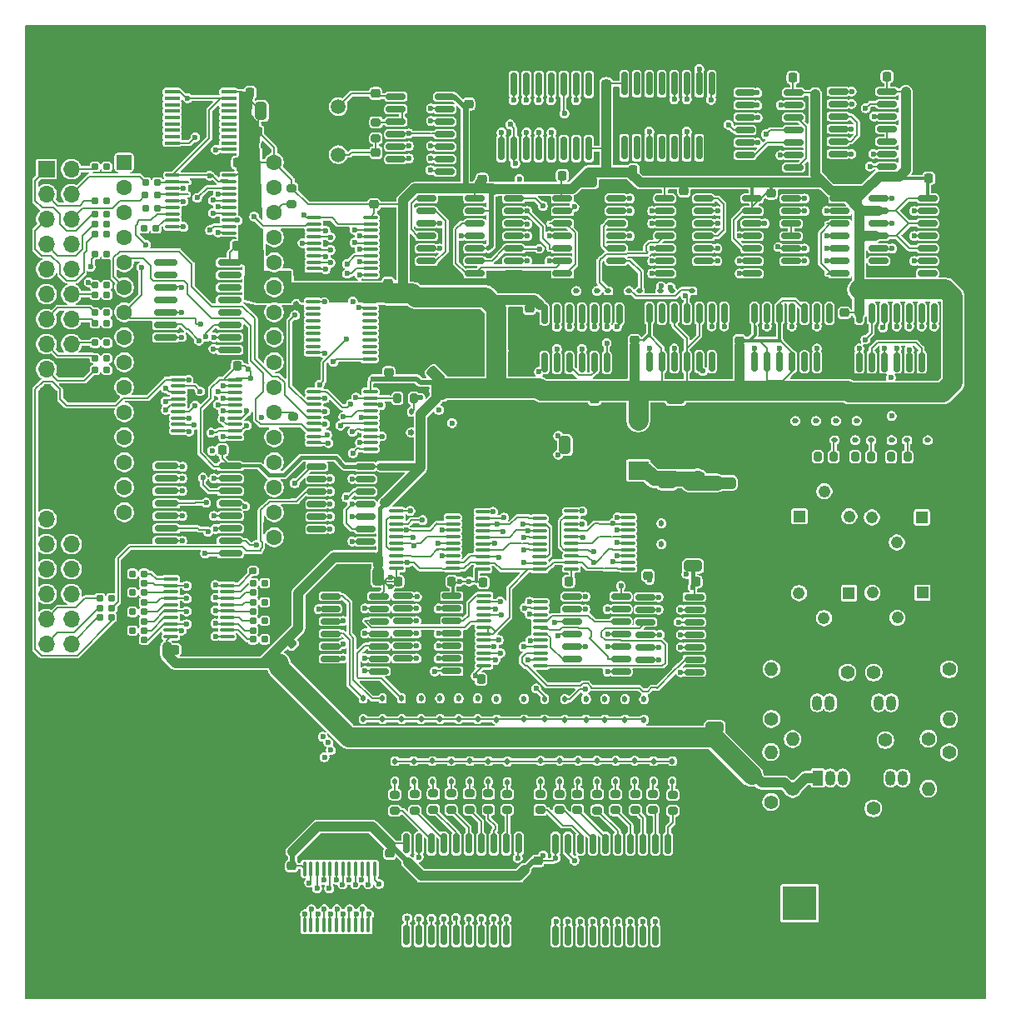
<source format=gbr>
%TF.GenerationSoftware,KiCad,Pcbnew,9.0.0*%
%TF.CreationDate,2025-04-23T17:40:46-07:00*%
%TF.ProjectId,ntscv2,6e747363-7632-42e6-9b69-6361645f7063,rev?*%
%TF.SameCoordinates,Original*%
%TF.FileFunction,Copper,L1,Top*%
%TF.FilePolarity,Positive*%
%FSLAX46Y46*%
G04 Gerber Fmt 4.6, Leading zero omitted, Abs format (unit mm)*
G04 Created by KiCad (PCBNEW 9.0.0) date 2025-04-23 17:40:46*
%MOMM*%
%LPD*%
G01*
G04 APERTURE LIST*
G04 Aperture macros list*
%AMRoundRect*
0 Rectangle with rounded corners*
0 $1 Rounding radius*
0 $2 $3 $4 $5 $6 $7 $8 $9 X,Y pos of 4 corners*
0 Add a 4 corners polygon primitive as box body*
4,1,4,$2,$3,$4,$5,$6,$7,$8,$9,$2,$3,0*
0 Add four circle primitives for the rounded corners*
1,1,$1+$1,$2,$3*
1,1,$1+$1,$4,$5*
1,1,$1+$1,$6,$7*
1,1,$1+$1,$8,$9*
0 Add four rect primitives between the rounded corners*
20,1,$1+$1,$2,$3,$4,$5,0*
20,1,$1+$1,$4,$5,$6,$7,0*
20,1,$1+$1,$6,$7,$8,$9,0*
20,1,$1+$1,$8,$9,$2,$3,0*%
G04 Aperture macros list end*
%TA.AperFunction,SMDPad,CuDef*%
%ADD10RoundRect,0.100000X-0.637500X-0.100000X0.637500X-0.100000X0.637500X0.100000X-0.637500X0.100000X0*%
%TD*%
%TA.AperFunction,SMDPad,CuDef*%
%ADD11RoundRect,0.160000X0.197500X0.160000X-0.197500X0.160000X-0.197500X-0.160000X0.197500X-0.160000X0*%
%TD*%
%TA.AperFunction,SMDPad,CuDef*%
%ADD12RoundRect,0.112500X-0.112500X0.187500X-0.112500X-0.187500X0.112500X-0.187500X0.112500X0.187500X0*%
%TD*%
%TA.AperFunction,SMDPad,CuDef*%
%ADD13RoundRect,0.112500X0.112500X-0.187500X0.112500X0.187500X-0.112500X0.187500X-0.112500X-0.187500X0*%
%TD*%
%TA.AperFunction,SMDPad,CuDef*%
%ADD14RoundRect,0.225000X-0.250000X0.225000X-0.250000X-0.225000X0.250000X-0.225000X0.250000X0.225000X0*%
%TD*%
%TA.AperFunction,SMDPad,CuDef*%
%ADD15RoundRect,0.160000X-0.197500X-0.160000X0.197500X-0.160000X0.197500X0.160000X-0.197500X0.160000X0*%
%TD*%
%TA.AperFunction,ComponentPad*%
%ADD16RoundRect,0.250000X-0.550000X-0.550000X0.550000X-0.550000X0.550000X0.550000X-0.550000X0.550000X0*%
%TD*%
%TA.AperFunction,ComponentPad*%
%ADD17C,1.600000*%
%TD*%
%TA.AperFunction,ComponentPad*%
%ADD18C,1.400000*%
%TD*%
%TA.AperFunction,ComponentPad*%
%ADD19O,1.400000X1.400000*%
%TD*%
%TA.AperFunction,SMDPad,CuDef*%
%ADD20RoundRect,0.150000X0.150000X-0.875000X0.150000X0.875000X-0.150000X0.875000X-0.150000X-0.875000X0*%
%TD*%
%TA.AperFunction,SMDPad,CuDef*%
%ADD21RoundRect,0.225000X0.250000X-0.225000X0.250000X0.225000X-0.250000X0.225000X-0.250000X-0.225000X0*%
%TD*%
%TA.AperFunction,SMDPad,CuDef*%
%ADD22RoundRect,0.225000X0.225000X0.250000X-0.225000X0.250000X-0.225000X-0.250000X0.225000X-0.250000X0*%
%TD*%
%TA.AperFunction,ComponentPad*%
%ADD23R,1.050000X1.500000*%
%TD*%
%TA.AperFunction,ComponentPad*%
%ADD24O,1.050000X1.500000*%
%TD*%
%TA.AperFunction,SMDPad,CuDef*%
%ADD25RoundRect,0.112500X-0.187500X-0.112500X0.187500X-0.112500X0.187500X0.112500X-0.187500X0.112500X0*%
%TD*%
%TA.AperFunction,SMDPad,CuDef*%
%ADD26RoundRect,0.200000X0.275000X-0.200000X0.275000X0.200000X-0.275000X0.200000X-0.275000X-0.200000X0*%
%TD*%
%TA.AperFunction,SMDPad,CuDef*%
%ADD27RoundRect,0.150000X-0.825000X-0.150000X0.825000X-0.150000X0.825000X0.150000X-0.825000X0.150000X0*%
%TD*%
%TA.AperFunction,SMDPad,CuDef*%
%ADD28RoundRect,0.250000X0.325000X0.650000X-0.325000X0.650000X-0.325000X-0.650000X0.325000X-0.650000X0*%
%TD*%
%TA.AperFunction,SMDPad,CuDef*%
%ADD29RoundRect,0.112500X0.187500X0.112500X-0.187500X0.112500X-0.187500X-0.112500X0.187500X-0.112500X0*%
%TD*%
%TA.AperFunction,ComponentPad*%
%ADD30R,3.500000X3.500000*%
%TD*%
%TA.AperFunction,ComponentPad*%
%ADD31C,4.000000*%
%TD*%
%TA.AperFunction,SMDPad,CuDef*%
%ADD32RoundRect,0.250000X0.650000X-0.325000X0.650000X0.325000X-0.650000X0.325000X-0.650000X-0.325000X0*%
%TD*%
%TA.AperFunction,SMDPad,CuDef*%
%ADD33RoundRect,0.250000X-0.650000X0.325000X-0.650000X-0.325000X0.650000X-0.325000X0.650000X0.325000X0*%
%TD*%
%TA.AperFunction,SMDPad,CuDef*%
%ADD34RoundRect,0.250000X-0.325000X-0.650000X0.325000X-0.650000X0.325000X0.650000X-0.325000X0.650000X0*%
%TD*%
%TA.AperFunction,SMDPad,CuDef*%
%ADD35RoundRect,0.225000X-0.225000X-0.250000X0.225000X-0.250000X0.225000X0.250000X-0.225000X0.250000X0*%
%TD*%
%TA.AperFunction,SMDPad,CuDef*%
%ADD36RoundRect,0.100000X0.637500X0.100000X-0.637500X0.100000X-0.637500X-0.100000X0.637500X-0.100000X0*%
%TD*%
%TA.AperFunction,SMDPad,CuDef*%
%ADD37RoundRect,0.150000X0.150000X-0.825000X0.150000X0.825000X-0.150000X0.825000X-0.150000X-0.825000X0*%
%TD*%
%TA.AperFunction,ComponentPad*%
%ADD38C,4.700000*%
%TD*%
%TA.AperFunction,SMDPad,CuDef*%
%ADD39RoundRect,0.225000X-0.335876X-0.017678X-0.017678X-0.335876X0.335876X0.017678X0.017678X0.335876X0*%
%TD*%
%TA.AperFunction,SMDPad,CuDef*%
%ADD40RoundRect,0.150000X-0.150000X1.050000X-0.150000X-1.050000X0.150000X-1.050000X0.150000X1.050000X0*%
%TD*%
%TA.AperFunction,SMDPad,CuDef*%
%ADD41RoundRect,0.100000X-0.675000X-0.100000X0.675000X-0.100000X0.675000X0.100000X-0.675000X0.100000X0*%
%TD*%
%TA.AperFunction,ComponentPad*%
%ADD42R,1.222000X1.222000*%
%TD*%
%TA.AperFunction,ComponentPad*%
%ADD43C,1.222000*%
%TD*%
%TA.AperFunction,SMDPad,CuDef*%
%ADD44RoundRect,0.200000X-0.200000X-0.275000X0.200000X-0.275000X0.200000X0.275000X-0.200000X0.275000X0*%
%TD*%
%TA.AperFunction,SMDPad,CuDef*%
%ADD45RoundRect,0.200000X0.200000X0.275000X-0.200000X0.275000X-0.200000X-0.275000X0.200000X-0.275000X0*%
%TD*%
%TA.AperFunction,ComponentPad*%
%ADD46R,1.700000X1.700000*%
%TD*%
%TA.AperFunction,ComponentPad*%
%ADD47O,1.700000X1.700000*%
%TD*%
%TA.AperFunction,SMDPad,CuDef*%
%ADD48RoundRect,0.250000X0.229810X-0.689429X0.689429X-0.229810X-0.229810X0.689429X-0.689429X0.229810X0*%
%TD*%
%TA.AperFunction,SMDPad,CuDef*%
%ADD49RoundRect,0.200000X-0.275000X0.200000X-0.275000X-0.200000X0.275000X-0.200000X0.275000X0.200000X0*%
%TD*%
%TA.AperFunction,SMDPad,CuDef*%
%ADD50RoundRect,0.150000X-1.050000X-0.150000X1.050000X-0.150000X1.050000X0.150000X-1.050000X0.150000X0*%
%TD*%
%TA.AperFunction,SMDPad,CuDef*%
%ADD51RoundRect,0.100000X0.100000X-0.637500X0.100000X0.637500X-0.100000X0.637500X-0.100000X-0.637500X0*%
%TD*%
%TA.AperFunction,SMDPad,CuDef*%
%ADD52RoundRect,0.150000X0.150000X-1.050000X0.150000X1.050000X-0.150000X1.050000X-0.150000X-1.050000X0*%
%TD*%
%TA.AperFunction,ComponentPad*%
%ADD53C,1.500000*%
%TD*%
%TA.AperFunction,ComponentPad*%
%ADD54R,2.000000X1.905000*%
%TD*%
%TA.AperFunction,ComponentPad*%
%ADD55O,2.000000X1.905000*%
%TD*%
%TA.AperFunction,ViaPad*%
%ADD56C,0.600000*%
%TD*%
%TA.AperFunction,Conductor*%
%ADD57C,1.000000*%
%TD*%
%TA.AperFunction,Conductor*%
%ADD58C,0.200000*%
%TD*%
%TA.AperFunction,Conductor*%
%ADD59C,2.000000*%
%TD*%
%TA.AperFunction,Conductor*%
%ADD60C,0.300000*%
%TD*%
%TA.AperFunction,Conductor*%
%ADD61C,0.500000*%
%TD*%
%TA.AperFunction,Conductor*%
%ADD62C,0.400000*%
%TD*%
%TA.AperFunction,Conductor*%
%ADD63C,0.750000*%
%TD*%
%TA.AperFunction,Conductor*%
%ADD64C,0.600000*%
%TD*%
%TA.AperFunction,Conductor*%
%ADD65C,1.500000*%
%TD*%
%TA.AperFunction,Conductor*%
%ADD66C,0.150000*%
%TD*%
G04 APERTURE END LIST*
D10*
%TO.P,U12,1,1OE*%
%TO.N,VBLANK_BUFFERED*%
X122690000Y-39540000D03*
%TO.P,U12,2,1A0*%
%TO.N,bus_addr1*%
X122690000Y-40190000D03*
%TO.P,U12,3,2Y0*%
%TO.N,sram1_addr5*%
X122690000Y-40840000D03*
%TO.P,U12,4,1A1*%
%TO.N,bus_addr2*%
X122690000Y-41490000D03*
%TO.P,U12,5,2Y1*%
%TO.N,sram1_addr6*%
X122690000Y-42140000D03*
%TO.P,U12,6,1A2*%
%TO.N,bus_addr3*%
X122690000Y-42790000D03*
%TO.P,U12,7,2Y2*%
%TO.N,sram1_addr7*%
X122690000Y-43440000D03*
%TO.P,U12,8,1A3*%
%TO.N,bus_addr4*%
X122690000Y-44090000D03*
%TO.P,U12,9,2Y3*%
%TO.N,sram1_addr8*%
X122690000Y-44740000D03*
%TO.P,U12,10,GND*%
%TO.N,GND*%
X122690000Y-45390000D03*
%TO.P,U12,11,2A3*%
%TO.N,bus_addr8*%
X128415000Y-45390000D03*
%TO.P,U12,12,1Y3*%
%TO.N,sram1_addr4*%
X128415000Y-44740000D03*
%TO.P,U12,13,2A2*%
%TO.N,bus_addr7*%
X128415000Y-44090000D03*
%TO.P,U12,14,1Y2*%
%TO.N,sram1_addr3*%
X128415000Y-43440000D03*
%TO.P,U12,15,2A1*%
%TO.N,bus_addr6*%
X128415000Y-42790000D03*
%TO.P,U12,16,1Y1*%
%TO.N,sram1_addr2*%
X128415000Y-42140000D03*
%TO.P,U12,17,2A0*%
%TO.N,bus_addr5*%
X128415000Y-41490000D03*
%TO.P,U12,18,1Y0*%
%TO.N,sram1_addr1*%
X128415000Y-40840000D03*
%TO.P,U12,19,2OE*%
%TO.N,VBLANK_BUFFERED*%
X128415000Y-40190000D03*
%TO.P,U12,20,VCC*%
%TO.N,5vdc*%
X128415000Y-39540000D03*
%TD*%
D11*
%TO.P,R67,1*%
%TO.N,bus_addr15*%
X116017500Y-58130000D03*
%TO.P,R67,2*%
%TO.N,Net-(J1-Pin_15)*%
X114822500Y-58130000D03*
%TD*%
D12*
%TO.P,D30,1,K*%
%TO.N,BRIGHTNESS_CONTROL*%
X171590673Y-99065494D03*
%TO.P,D30,2,A*%
%TO.N,Net-(D30-A)*%
X171590673Y-101165494D03*
%TD*%
D13*
%TO.P,D16,1,K*%
%TO.N,colorburst_delayline*%
X153720001Y-94797501D03*
%TO.P,D16,2,A*%
%TO.N,Net-(D16-A)*%
X153719997Y-92697501D03*
%TD*%
D14*
%TO.P,C11,1*%
%TO.N,5vdc*%
X190990000Y-53500000D03*
%TO.P,C11,2*%
%TO.N,GND*%
X190990000Y-55050000D03*
%TD*%
D15*
%TO.P,R48,1*%
%TO.N,Net-(J1-Pin_35)*%
X118630000Y-80025000D03*
%TO.P,R48,2*%
%TO.N,bus_data7*%
X119825000Y-80025000D03*
%TD*%
D11*
%TO.P,R66,1*%
%TO.N,bus_addr14*%
X116017500Y-53480000D03*
%TO.P,R66,2*%
%TO.N,Net-(J1-Pin_13)*%
X114822500Y-53480000D03*
%TD*%
D16*
%TO.P,U17,1,NC*%
%TO.N,unconnected-(U17-NC-Pad1)*%
X117785001Y-38212498D03*
D17*
%TO.P,U17,2,A16*%
%TO.N,sram1_addr16*%
X117785001Y-40752498D03*
%TO.P,U17,3,A14*%
%TO.N,sram1_addr14*%
X117785001Y-43292498D03*
%TO.P,U17,4,A12*%
%TO.N,sram1_addr12*%
X117785001Y-45832498D03*
%TO.P,U17,5,A7*%
%TO.N,sram1_addr7*%
X117785001Y-48372498D03*
%TO.P,U17,6,A6*%
%TO.N,sram1_addr6*%
X117785001Y-50912498D03*
%TO.P,U17,7,A5*%
%TO.N,sram1_addr5*%
X117785001Y-53452498D03*
%TO.P,U17,8,A4*%
%TO.N,sram1_addr4*%
X117785001Y-55992498D03*
%TO.P,U17,9,A3*%
%TO.N,sram1_addr3*%
X117785001Y-58532498D03*
%TO.P,U17,10,A2*%
%TO.N,sram1_addr2*%
X117785001Y-61072498D03*
%TO.P,U17,11,A1*%
%TO.N,sram1_addr1*%
X117785001Y-63612498D03*
%TO.P,U17,12,A0*%
%TO.N,sram1_addr0*%
X117785001Y-66152498D03*
%TO.P,U17,13,I/O0*%
%TO.N,m1_data0*%
X117785001Y-68692498D03*
%TO.P,U17,14,I/O1*%
%TO.N,m1_data1*%
X117785001Y-71232498D03*
%TO.P,U17,15,I/O2*%
%TO.N,m1_data2*%
X117785001Y-73772498D03*
%TO.P,U17,16,VSS*%
%TO.N,GND*%
X117785001Y-76312498D03*
%TO.P,U17,17,I/O3*%
%TO.N,m1_data3*%
X133025001Y-76312498D03*
%TO.P,U17,18,I/O4*%
%TO.N,m1_data4*%
X133025001Y-73772498D03*
%TO.P,U17,19,I/O5*%
%TO.N,m1_data5*%
X133025001Y-71232498D03*
%TO.P,U17,20,I/O6*%
%TO.N,m1_data6*%
X133025001Y-68692498D03*
%TO.P,U17,21,I/O7*%
%TO.N,m1_data7*%
X133025001Y-66152498D03*
%TO.P,U17,22,~{CS1}*%
%TO.N,memory_CS1*%
X133025001Y-63612498D03*
%TO.P,U17,23,A10*%
%TO.N,sram1_addr10*%
X133025001Y-61072498D03*
%TO.P,U17,24,~{OE}*%
%TO.N,memory_output_enable*%
X133025001Y-58532498D03*
%TO.P,U17,25,A11*%
%TO.N,sram1_addr11*%
X133025001Y-55992498D03*
%TO.P,U17,26,A9*%
%TO.N,sram1_addr9*%
X133025001Y-53452498D03*
%TO.P,U17,27,A8*%
%TO.N,sram1_addr8*%
X133025001Y-50912498D03*
%TO.P,U17,28,A13*%
%TO.N,sram1_addr13*%
X133025001Y-48372498D03*
%TO.P,U17,29,~{WE}*%
%TO.N,memory_write_enable*%
X133025001Y-45832498D03*
%TO.P,U17,30,CS2*%
%TO.N,memory_CS2*%
X133025001Y-43292498D03*
%TO.P,U17,31,A15*%
%TO.N,sram1_addr15*%
X133025001Y-40752498D03*
%TO.P,U17,32,VCC*%
%TO.N,5vdc*%
X133025001Y-38212498D03*
%TD*%
D18*
%TO.P,R7,1*%
%TO.N,Net-(R7-Pad1)*%
X193994500Y-90069999D03*
D19*
%TO.P,R7,2*%
%TO.N,GND*%
X199074502Y-90069997D03*
%TD*%
D11*
%TO.P,R61,1*%
%TO.N,bus_addr9*%
X116017500Y-42125000D03*
%TO.P,R61,2*%
%TO.N,Net-(J1-Pin_3)*%
X114822500Y-42125000D03*
%TD*%
D20*
%TO.P,U35,1,~OE*%
%TO.N,CDL_output_enable*%
X146465001Y-116734999D03*
%TO.P,U35,2,A0*%
%TO.N,luminosity_select9*%
X147735001Y-116734999D03*
%TO.P,U35,3,A1*%
%TO.N,luminosity_select10*%
X149005001Y-116735001D03*
%TO.P,U35,4,A2*%
%TO.N,luminosity_select11*%
X150275001Y-116734999D03*
%TO.P,U35,5,A3*%
%TO.N,luminosity_select12*%
X151545000Y-116734998D03*
%TO.P,U35,6,A4*%
%TO.N,luminosity_select13*%
X152815001Y-116734999D03*
%TO.P,U35,7,A5*%
%TO.N,luminosity_select14*%
X154085003Y-116734999D03*
%TO.P,U35,8,A6*%
%TO.N,luminosity_select15*%
X155355000Y-116734999D03*
%TO.P,U35,9,A7*%
%TO.N,luminosity_select16*%
X156625001Y-116735000D03*
%TO.P,U35,10,GND*%
%TO.N,GND*%
X157895001Y-116734998D03*
%TO.P,U35,11,~Y7*%
%TO.N,color_black*%
X157895001Y-107434999D03*
%TO.P,U35,12,~Y6*%
%TO.N,Net-(U35-~Y6)*%
X156625001Y-107434999D03*
%TO.P,U35,13,~Y5*%
%TO.N,Net-(U35-~Y5)*%
X155355001Y-107434997D03*
%TO.P,U35,14,~Y4*%
%TO.N,Net-(U35-~Y4)*%
X154085001Y-107434999D03*
%TO.P,U35,15,~Y3*%
%TO.N,Net-(U35-~Y3)*%
X152815002Y-107435000D03*
%TO.P,U35,16,~Y2*%
%TO.N,Net-(U35-~Y2)*%
X151545001Y-107434999D03*
%TO.P,U35,17,~Y1*%
%TO.N,Net-(U35-~Y1)*%
X150274999Y-107434999D03*
%TO.P,U35,18,~Y0*%
%TO.N,Net-(U35-~Y0)*%
X149005002Y-107434999D03*
%TO.P,U35,19,~OE2*%
%TO.N,CDL_output_enable*%
X147735001Y-107434998D03*
%TO.P,U35,20,VCC*%
%TO.N,5vdc*%
X146465001Y-107435000D03*
%TD*%
D21*
%TO.P,C9,1*%
%TO.N,5vdc*%
X180350000Y-56320000D03*
%TO.P,C9,2*%
%TO.N,GND*%
X180350000Y-54770000D03*
%TD*%
%TO.P,C22,1*%
%TO.N,5vdc*%
X152800000Y-32300000D03*
%TO.P,C22,2*%
%TO.N,GND*%
X152800000Y-30750000D03*
%TD*%
D12*
%TO.P,D26,1,K*%
%TO.N,BRIGHTNESS_CONTROL*%
X169682338Y-99026494D03*
%TO.P,D26,2,A*%
%TO.N,Net-(D26-A)*%
X169682338Y-101126494D03*
%TD*%
D22*
%TO.P,C10,1*%
%TO.N,5vdc*%
X129295000Y-38250000D03*
%TO.P,C10,2*%
%TO.N,GND*%
X127745000Y-38250000D03*
%TD*%
D23*
%TO.P,Q1,1,S*%
%TO.N,GND*%
X190794499Y-93140000D03*
D24*
%TO.P,Q1,2,G*%
%TO.N,ampinput*%
X189524499Y-93139999D03*
%TO.P,Q1,3,D*%
%TO.N,Net-(Q1-D)*%
X188254499Y-93140000D03*
%TD*%
D11*
%TO.P,R59,1*%
%TO.N,bus_addr7*%
X116017500Y-56560000D03*
%TO.P,R59,2*%
%TO.N,Net-(J1-Pin_16)*%
X114822500Y-56560000D03*
%TD*%
D12*
%TO.P,D25,1,K*%
%TO.N,BRIGHTNESS_CONTROL*%
X162059998Y-99035996D03*
%TO.P,D25,2,A*%
%TO.N,Net-(D25-A)*%
X162060002Y-101135998D03*
%TD*%
D25*
%TO.P,D4,1,K*%
%TO.N,Net-(D4-K)*%
X197387501Y-66460000D03*
%TO.P,D4,2,A*%
%TO.N,Net-(D4-A)*%
X199487501Y-66460000D03*
%TD*%
D26*
%TO.P,R25,1*%
%TO.N,Net-(U35-~Y2)*%
X149224006Y-104010991D03*
%TO.P,R25,2*%
%TO.N,Net-(D31-A)*%
X149224006Y-102360995D03*
%TD*%
D27*
%TO.P,U10,1,~{R}*%
%TO.N,_HRESET*%
X194499998Y-41870000D03*
%TO.P,U10,2,D*%
%TO.N,5vdc*%
X194499998Y-43140000D03*
%TO.P,U10,3,C*%
%TO.N,Net-(U10A-C)*%
X194499999Y-44409999D03*
%TO.P,U10,4,~{S}*%
%TO.N,5vdc*%
X194499998Y-45680000D03*
%TO.P,U10,5,Q*%
%TO.N,CB_ENABLE*%
X194499998Y-46950000D03*
%TO.P,U10,6,~{Q}*%
%TO.N,_CB_ENABLE*%
X194499998Y-48220001D03*
%TO.P,U10,7,GND*%
%TO.N,GND*%
X194499998Y-49490001D03*
%TO.P,U10,8,~{Q}*%
%TO.N,_CB_DISABLE*%
X199449998Y-49490000D03*
%TO.P,U10,9,Q*%
%TO.N,CB_DISABLE*%
X199449998Y-48220000D03*
%TO.P,U10,10,~{S}*%
%TO.N,5vdc*%
X199449997Y-46950001D03*
%TO.P,U10,11,C*%
%TO.N,Net-(U10B-C)*%
X199449998Y-45680000D03*
%TO.P,U10,12,D*%
%TO.N,5vdc*%
X199449998Y-44410000D03*
%TO.P,U10,13,~{R}*%
%TO.N,_HRESET*%
X199449998Y-43139999D03*
%TO.P,U10,14,VCC*%
%TO.N,5vdc*%
X199449998Y-41869999D03*
%TD*%
D11*
%TO.P,R57,1*%
%TO.N,bus_addr5*%
X116017500Y-51660000D03*
%TO.P,R57,2*%
%TO.N,Net-(J1-Pin_12)*%
X114822500Y-51660000D03*
%TD*%
D21*
%TO.P,C36,1*%
%TO.N,5vdc*%
X144675000Y-59575000D03*
%TO.P,C36,2*%
%TO.N,GND*%
X144675000Y-58025000D03*
%TD*%
D18*
%TO.P,R2,1*%
%TO.N,ampinput*%
X191324499Y-90069999D03*
D19*
%TO.P,R2,2*%
%TO.N,GND*%
X186244500Y-90069999D03*
%TD*%
D26*
%TO.P,R21,1*%
%TO.N,Net-(U35-~Y1)*%
X147324006Y-104085991D03*
%TO.P,R21,2*%
%TO.N,Net-(D27-A)*%
X147324006Y-102435995D03*
%TD*%
D11*
%TO.P,R55,1*%
%TO.N,bus_addr3*%
X121147500Y-42850000D03*
%TO.P,R55,2*%
%TO.N,Net-(J1-Pin_8)*%
X119952500Y-42850000D03*
%TD*%
D27*
%TO.P,U19,1,~{R}*%
%TO.N,Net-(U19A-~{R})*%
X148500000Y-41900001D03*
%TO.P,U19,2,D*%
%TO.N,Net-(U19A-D)*%
X148500000Y-43170001D03*
%TO.P,U19,3,C*%
%TO.N,14mhz_CLK0*%
X148500001Y-44440000D03*
%TO.P,U19,4,~{S}*%
%TO.N,Net-(U19A-~{R})*%
X148500000Y-45710001D03*
%TO.P,U19,5,Q*%
%TO.N,7.1mhz_CLK1*%
X148500000Y-46980001D03*
%TO.P,U19,6,~{Q}*%
%TO.N,Net-(U19A-D)*%
X148500000Y-48250002D03*
%TO.P,U19,7,GND*%
%TO.N,GND*%
X148500000Y-49520002D03*
%TO.P,U19,8,~{Q}*%
%TO.N,field0*%
X153450000Y-49520001D03*
%TO.P,U19,9,Q*%
%TO.N,field1*%
X153450000Y-48250001D03*
%TO.P,U19,10,~{S}*%
%TO.N,5vdc*%
X153449999Y-46980002D03*
%TO.P,U19,11,C*%
%TO.N,VRESET*%
X153450000Y-45710001D03*
%TO.P,U19,12,D*%
%TO.N,field0*%
X153450000Y-44440001D03*
%TO.P,U19,13,~{R}*%
%TO.N,5vdc*%
X153450000Y-43170000D03*
%TO.P,U19,14,VCC*%
X153450000Y-41900000D03*
%TD*%
D28*
%TO.P,C45,1*%
%TO.N,5vdc*%
X143625002Y-80325000D03*
%TO.P,C45,2*%
%TO.N,GND*%
X140675000Y-80325000D03*
%TD*%
D12*
%TO.P,D28,1,K*%
%TO.N,BRIGHTNESS_CONTROL*%
X154815663Y-99065494D03*
%TO.P,D28,2,A*%
%TO.N,Net-(D28-A)*%
X154815663Y-101165494D03*
%TD*%
D11*
%TO.P,R44,1*%
%TO.N,Net-(J1-Pin_38)*%
X132072500Y-80975000D03*
%TO.P,R44,2*%
%TO.N,bus_data3*%
X130877500Y-80975000D03*
%TD*%
D29*
%TO.P,D2,1,K*%
%TO.N,Net-(D2-K)*%
X192247501Y-64480000D03*
%TO.P,D2,2,A*%
%TO.N,HSYNCB*%
X190147501Y-64480000D03*
%TD*%
D26*
%TO.P,R23,1*%
%TO.N,Net-(U34-~Y2)*%
X163875000Y-104024999D03*
%TO.P,R23,2*%
%TO.N,Net-(D29-A)*%
X163875000Y-102375001D03*
%TD*%
D30*
%TO.P,J2,1,In*%
%TO.N,Output_Signal_75ohm*%
X186475000Y-113525000D03*
D31*
%TO.P,J2,2,Ext*%
%TO.N,GND*%
X191500000Y-118550000D03*
X191500000Y-108500000D03*
X181450000Y-118550000D03*
X181450000Y-108500000D03*
%TD*%
D32*
%TO.P,C46,1*%
%TO.N,5vdc*%
X175610000Y-79240002D03*
%TO.P,C46,2*%
%TO.N,GND*%
X175610000Y-76290000D03*
%TD*%
D33*
%TO.P,C49,1*%
%TO.N,5vdc*%
X164970000Y-40160000D03*
%TO.P,C49,2*%
%TO.N,GND*%
X164970000Y-43110002D03*
%TD*%
D34*
%TO.P,C42,1*%
%TO.N,5vdc*%
X131700000Y-33010000D03*
%TO.P,C42,2*%
%TO.N,GND*%
X134650002Y-33010000D03*
%TD*%
D11*
%TO.P,R38,1*%
%TO.N,GND*%
X132072500Y-85775000D03*
%TO.P,R38,2*%
%TO.N,m1_data4*%
X130877500Y-85775000D03*
%TD*%
D18*
%TO.P,R6,1*%
%TO.N,bias_control*%
X183594500Y-94779999D03*
D19*
%TO.P,R6,2*%
%TO.N,Net-(R6-Pad2)*%
X183594498Y-89699998D03*
%TD*%
D35*
%TO.P,C25,1*%
%TO.N,5vdc*%
X127765001Y-67427501D03*
%TO.P,C25,2*%
%TO.N,GND*%
X129315001Y-67427501D03*
%TD*%
D21*
%TO.P,C35,1*%
%TO.N,5vdc*%
X144640000Y-50495000D03*
%TO.P,C35,2*%
%TO.N,GND*%
X144640000Y-48945000D03*
%TD*%
D35*
%TO.P,C27,1*%
%TO.N,5vdc*%
X130585000Y-31130000D03*
%TO.P,C27,2*%
%TO.N,GND*%
X132135000Y-31130000D03*
%TD*%
D21*
%TO.P,C17,1*%
%TO.N,5vdc*%
X169650000Y-56290000D03*
%TO.P,C17,2*%
%TO.N,GND*%
X169650000Y-54740000D03*
%TD*%
D27*
%TO.P,U22,1*%
%TO.N,Net-(C1-Pad1)*%
X145407499Y-31525000D03*
%TO.P,U22,2*%
%TO.N,Net-(R1-Pad1)*%
X145407499Y-32795000D03*
%TO.P,U22,3*%
X145407500Y-34065000D03*
%TO.P,U22,4*%
%TO.N,Net-(U22-Pad11)*%
X145407499Y-35335000D03*
%TO.P,U22,5*%
X145407499Y-36605001D03*
%TO.P,U22,6*%
%TO.N,14mhz_CLK0*%
X145407499Y-37875001D03*
%TO.P,U22,7,GND*%
%TO.N,GND*%
X145407499Y-39145001D03*
%TO.P,U22,8*%
%TO.N,color_black_debug1*%
X150357499Y-39145002D03*
%TO.P,U22,9*%
%TO.N,color_black*%
X150357499Y-37875002D03*
%TO.P,U22,10*%
%TO.N,14mhz_CLK0*%
X150357498Y-36605002D03*
%TO.P,U22,11*%
%TO.N,Net-(U22-Pad11)*%
X150357499Y-35335002D03*
%TO.P,U22,12*%
%TO.N,Net-(U15-Pad9)*%
X150357499Y-34065001D03*
%TO.P,U22,13*%
%TO.N,H1*%
X150357499Y-32795001D03*
%TO.P,U22,14,VCC*%
%TO.N,5vdc*%
X150357499Y-31525001D03*
%TD*%
D10*
%TO.P,U13,1,1OE*%
%TO.N,VBLANK_BUFFERED*%
X137079433Y-43821980D03*
%TO.P,U13,2,1A0*%
%TO.N,bus_addr9*%
X137079433Y-44471979D03*
%TO.P,U13,3,2Y0*%
%TO.N,sram1_addr13*%
X137079433Y-45121979D03*
%TO.P,U13,4,1A1*%
%TO.N,bus_addr10*%
X137079432Y-45771978D03*
%TO.P,U13,5,2Y1*%
%TO.N,sram1_addr14*%
X137079433Y-46421979D03*
%TO.P,U13,6,1A2*%
%TO.N,bus_addr11*%
X137079433Y-47071979D03*
%TO.P,U13,7,2Y2*%
%TO.N,sram1_addr15*%
X137079433Y-47721979D03*
%TO.P,U13,8,1A3*%
%TO.N,bus_addr12*%
X137079433Y-48371979D03*
%TO.P,U13,9,2Y3*%
%TO.N,sram1_addr16*%
X137079433Y-49021979D03*
%TO.P,U13,10,GND*%
%TO.N,GND*%
X137079433Y-49671979D03*
%TO.P,U13,11,2A3*%
%TO.N,bus_addr16*%
X142804433Y-49671978D03*
%TO.P,U13,12,1Y3*%
%TO.N,sram1_addr12*%
X142804433Y-49021979D03*
%TO.P,U13,13,2A2*%
%TO.N,bus_addr15*%
X142804433Y-48371979D03*
%TO.P,U13,14,1Y2*%
%TO.N,sram1_addr11*%
X142804434Y-47721980D03*
%TO.P,U13,15,2A1*%
%TO.N,bus_addr14*%
X142804433Y-47071979D03*
%TO.P,U13,16,1Y1*%
%TO.N,sram1_addr10*%
X142804433Y-46421979D03*
%TO.P,U13,17,2A0*%
%TO.N,bus_addr13*%
X142804433Y-45771979D03*
%TO.P,U13,18,1Y0*%
%TO.N,sram1_addr9*%
X142804433Y-45121979D03*
%TO.P,U13,19,2OE*%
%TO.N,VBLANK_BUFFERED*%
X142804433Y-44471979D03*
%TO.P,U13,20,VCC*%
%TO.N,5vdc*%
X142804433Y-43821979D03*
%TD*%
D26*
%TO.P,R29,1*%
%TO.N,Net-(U35-~Y3)*%
X151014005Y-104015490D03*
%TO.P,R29,2*%
%TO.N,Net-(D35-A)*%
X151014005Y-102365494D03*
%TD*%
D15*
%TO.P,R45,1*%
%TO.N,Net-(J1-Pin_29)*%
X118630000Y-85800000D03*
%TO.P,R45,2*%
%TO.N,bus_data4*%
X119825000Y-85800000D03*
%TD*%
D36*
%TO.P,U26,1,~{S0}*%
%TO.N,colorselect1*%
X160085001Y-89385003D03*
%TO.P,U26,2,~{S1}*%
%TO.N,colorselect2*%
X160085001Y-88735003D03*
%TO.P,U26,3,~{S2}*%
%TO.N,colorselect3*%
X160085001Y-88085003D03*
%TO.P,U26,4,~{S3}*%
%TO.N,colorselect4*%
X160085001Y-87435003D03*
%TO.P,U26,5,~{S4}*%
%TO.N,colorselect5*%
X160085001Y-86785003D03*
%TO.P,U26,6,~{S5}*%
%TO.N,colorselect6*%
X160085001Y-86135003D03*
%TO.P,U26,7,~{S6}*%
%TO.N,colorselect7*%
X160085001Y-85485003D03*
%TO.P,U26,8,~{S7}*%
%TO.N,colorselect8*%
X160085001Y-84835003D03*
%TO.P,U26,9,~{S8}*%
%TO.N,colorselect9*%
X160085001Y-84185003D03*
%TO.P,U26,10,~{S9}*%
%TO.N,colorselect10*%
X160085001Y-83535003D03*
%TO.P,U26,11,~{S10}*%
%TO.N,colorselect11*%
X160085001Y-82885003D03*
%TO.P,U26,12,GND*%
%TO.N,GND*%
X160085001Y-82235003D03*
%TO.P,U26,13,~{S11}*%
%TO.N,colorselect12*%
X154360001Y-82235003D03*
%TO.P,U26,14,~{S12}*%
%TO.N,colorselect13*%
X154360001Y-82885003D03*
%TO.P,U26,15,~{S13}*%
%TO.N,colorselect14*%
X154360001Y-83535003D03*
%TO.P,U26,16,~{S14}*%
%TO.N,colorselect15*%
X154360001Y-84185003D03*
%TO.P,U26,17,~{S15}*%
%TO.N,colorselect16*%
X154360001Y-84835003D03*
%TO.P,U26,18,~{E0}*%
%TO.N,CDL_output_enable*%
X154360001Y-85485003D03*
%TO.P,U26,19,~{E1}*%
X154360001Y-86135003D03*
%TO.P,U26,20,A3*%
%TO.N,m1_data7*%
X154360001Y-86785003D03*
%TO.P,U26,21,A2*%
%TO.N,m1_data6*%
X154360001Y-87435003D03*
%TO.P,U26,22,A1*%
%TO.N,m1_data5*%
X154360001Y-88085003D03*
%TO.P,U26,23,A0*%
%TO.N,m1_data4*%
X154360001Y-88735003D03*
%TO.P,U26,24,VCC*%
%TO.N,5vdc*%
X154360001Y-89385003D03*
%TD*%
D35*
%TO.P,C24,1*%
%TO.N,5vdc*%
X145625000Y-80805002D03*
%TO.P,C24,2*%
%TO.N,GND*%
X147175000Y-80805002D03*
%TD*%
D22*
%TO.P,C33,1*%
%TO.N,5vdc*%
X129290001Y-58932501D03*
%TO.P,C33,2*%
%TO.N,GND*%
X127740001Y-58932501D03*
%TD*%
D37*
%TO.P,U4,1*%
%TO.N,CB_DISABLE*%
X160499999Y-58564999D03*
%TO.P,U4,2*%
%TO.N,H8*%
X161769999Y-58564999D03*
%TO.P,U4,3*%
%TO.N,Net-(U4-Pad3)*%
X163040001Y-58564998D03*
%TO.P,U4,4*%
%TO.N,_VBLANK*%
X164309998Y-58564998D03*
%TO.P,U4,5*%
%TO.N,Net-(U4-Pad3)*%
X165579999Y-58564999D03*
%TO.P,U4,6*%
%TO.N,Net-(U16-Pad13)*%
X166850000Y-58564999D03*
%TO.P,U4,7,VSS*%
%TO.N,GND*%
X168120000Y-58564999D03*
%TO.P,U4,8*%
%TO.N,Net-(U4-Pad13)*%
X168119999Y-53614999D03*
%TO.P,U4,9*%
%TO.N,_HSYNCA*%
X166849999Y-53614999D03*
%TO.P,U4,10*%
%TO.N,HSYNCB*%
X165579997Y-53615000D03*
%TO.P,U4,11*%
%TO.N,Net-(D5-A)*%
X164310000Y-53615000D03*
%TO.P,U4,12*%
%TO.N,colorburst_ref_colorwhite*%
X163039999Y-53614999D03*
%TO.P,U4,13*%
%TO.N,Net-(U4-Pad13)*%
X161769998Y-53614999D03*
%TO.P,U4,14,VDD*%
%TO.N,5vdc*%
X160499998Y-53614999D03*
%TD*%
D29*
%TO.P,D41,1,K*%
%TO.N,Net-(D41-K)*%
X172307511Y-51284995D03*
%TO.P,D41,2,A*%
%TO.N,Net-(D41-A)*%
X170207505Y-51284999D03*
%TD*%
D23*
%TO.P,Q3,1,C*%
%TO.N,5vdc*%
X188304500Y-100769999D03*
D24*
%TO.P,Q3,2,B*%
%TO.N,transistor_bias*%
X189574500Y-100770000D03*
%TO.P,Q3,3,E*%
%TO.N,Net-(Q3-E)*%
X190844500Y-100769999D03*
%TD*%
D18*
%TO.P,R11,1*%
%TO.N,brightness_adj*%
X201644500Y-89729999D03*
D19*
%TO.P,R11,2*%
%TO.N,Output_Signal_75ohm*%
X201644502Y-94810000D03*
%TD*%
D11*
%TO.P,R53,1*%
%TO.N,bus_addr1*%
X121147500Y-40250000D03*
%TO.P,R53,2*%
%TO.N,Net-(J1-Pin_4)*%
X119952500Y-40250000D03*
%TD*%
D26*
%TO.P,R27,1*%
%TO.N,Net-(U34-~Y3)*%
X165890670Y-104067495D03*
%TO.P,R27,2*%
%TO.N,Net-(D33-A)*%
X165890670Y-102417497D03*
%TD*%
D35*
%TO.P,C20,1*%
%TO.N,5vdc*%
X169540000Y-39010000D03*
%TO.P,C20,2*%
%TO.N,GND*%
X171090000Y-39010000D03*
%TD*%
D27*
%TO.P,U15,1*%
%TO.N,field0*%
X167800000Y-41880001D03*
%TO.P,U15,2*%
%TO.N,H1*%
X167800000Y-43150001D03*
%TO.P,U15,3*%
%TO.N,Net-(U15-Pad3)*%
X167800001Y-44420003D03*
%TO.P,U15,4*%
%TO.N,_HRESET*%
X167800000Y-45690001D03*
%TO.P,U15,5*%
%TO.N,Net-(U15-Pad3)*%
X167800000Y-46960001D03*
%TO.P,U15,6*%
%TO.N,Net-(D41-A)*%
X167800000Y-48230002D03*
%TO.P,U15,7,VSS*%
%TO.N,GND*%
X167800000Y-49500002D03*
%TO.P,U15,8*%
%TO.N,Net-(D37-A)*%
X172750000Y-49500001D03*
%TO.P,U15,9*%
%TO.N,Net-(U15-Pad9)*%
X172750000Y-48230001D03*
%TO.P,U15,10*%
%TO.N,field1*%
X172749999Y-46959999D03*
%TO.P,U15,11*%
%TO.N,Net-(D38-A)*%
X172750000Y-45690001D03*
%TO.P,U15,12*%
%TO.N,field0*%
X172750000Y-44420001D03*
%TO.P,U15,13*%
%TO.N,H1*%
X172750000Y-43150000D03*
%TO.P,U15,14,VDD*%
%TO.N,5vdc*%
X172750000Y-41880000D03*
%TD*%
%TO.P,U37,1*%
%TO.N,Net-(D14-A)*%
X146141332Y-82300000D03*
%TO.P,U37,2*%
%TO.N,delayline9*%
X146141332Y-83570000D03*
%TO.P,U37,3*%
%TO.N,colorselect9*%
X146141333Y-84840002D03*
%TO.P,U37,4*%
%TO.N,Net-(D15-A)*%
X146141332Y-86110000D03*
%TO.P,U37,5*%
%TO.N,delayline10*%
X146141332Y-87380000D03*
%TO.P,U37,6*%
%TO.N,colorselect10*%
X146141332Y-88650001D03*
%TO.P,U37,7,GND*%
%TO.N,GND*%
X146141332Y-89920001D03*
%TO.P,U37,8*%
%TO.N,delayline11*%
X151091332Y-89920000D03*
%TO.P,U37,9*%
%TO.N,colorselect11*%
X151091332Y-88650000D03*
%TO.P,U37,10*%
%TO.N,Net-(D16-A)*%
X151091331Y-87379998D03*
%TO.P,U37,11*%
%TO.N,delayline12*%
X151091332Y-86110000D03*
%TO.P,U37,12*%
%TO.N,colorselect12*%
X151091332Y-84840000D03*
%TO.P,U37,13*%
%TO.N,Net-(D17-A)*%
X151091332Y-83569999D03*
%TO.P,U37,14,VCC*%
%TO.N,5vdc*%
X151091332Y-82299999D03*
%TD*%
D10*
%TO.P,U5,1,1OE*%
%TO.N,_VBLANK_BUFFERED*%
X137105003Y-61509998D03*
%TO.P,U5,2,1A0*%
%TO.N,m_addr1*%
X137105003Y-62159997D03*
%TO.P,U5,3,2Y0*%
%TO.N,sram1_addr5*%
X137105002Y-62809996D03*
%TO.P,U5,4,1A1*%
%TO.N,m_addr2*%
X137105002Y-63459996D03*
%TO.P,U5,5,2Y1*%
%TO.N,sram1_addr6*%
X137105003Y-64109997D03*
%TO.P,U5,6,1A2*%
%TO.N,m_addr3*%
X137105003Y-64759997D03*
%TO.P,U5,7,2Y2*%
%TO.N,sram1_addr7*%
X137105003Y-65409997D03*
%TO.P,U5,8,1A3*%
%TO.N,m_addr4*%
X137105003Y-66059997D03*
%TO.P,U5,9,2Y3*%
%TO.N,sram1_addr8*%
X137105003Y-66709997D03*
%TO.P,U5,10,GND*%
%TO.N,GND*%
X137105003Y-67359997D03*
%TO.P,U5,11,2A3*%
%TO.N,m_addr8*%
X142830003Y-67359996D03*
%TO.P,U5,12,1Y3*%
%TO.N,sram1_addr4*%
X142830003Y-66709997D03*
%TO.P,U5,13,2A2*%
%TO.N,m_addr7*%
X142830004Y-66059998D03*
%TO.P,U5,14,1Y2*%
%TO.N,sram1_addr3*%
X142830004Y-65409998D03*
%TO.P,U5,15,2A1*%
%TO.N,m_addr6*%
X142830003Y-64759997D03*
%TO.P,U5,16,1Y1*%
%TO.N,sram1_addr2*%
X142830003Y-64109997D03*
%TO.P,U5,17,2A0*%
%TO.N,m_addr5*%
X142830003Y-63459997D03*
%TO.P,U5,18,1Y0*%
%TO.N,sram1_addr1*%
X142830003Y-62809997D03*
%TO.P,U5,19,2OE*%
%TO.N,_VBLANK_BUFFERED*%
X142830003Y-62159997D03*
%TO.P,U5,20,VCC*%
%TO.N,5vdc*%
X142830003Y-61509997D03*
%TD*%
%TO.P,U7,1,1OE*%
%TO.N,_VBLANK_BUFFERED*%
X136993265Y-52357070D03*
%TO.P,U7,2,1A0*%
%TO.N,unconnected-(U7-1A0-Pad2)*%
X136993265Y-53007069D03*
%TO.P,U7,3,2Y0*%
%TO.N,unconnected-(U7-2Y0-Pad3)*%
X136993264Y-53657068D03*
%TO.P,U7,4,1A1*%
%TO.N,unconnected-(U7-1A1-Pad4)*%
X136993264Y-54307068D03*
%TO.P,U7,5,2Y1*%
%TO.N,unconnected-(U7-2Y1-Pad5)*%
X136993265Y-54957069D03*
%TO.P,U7,6,1A2*%
%TO.N,unconnected-(U7-1A2-Pad6)*%
X136993265Y-55607069D03*
%TO.P,U7,7,2Y2*%
%TO.N,unconnected-(U7-2Y2-Pad7)*%
X136993265Y-56257069D03*
%TO.P,U7,8,1A3*%
%TO.N,unconnected-(U7-1A3-Pad8)*%
X136993265Y-56907069D03*
%TO.P,U7,9,2Y3*%
%TO.N,sram1_addr0*%
X136993265Y-57557069D03*
%TO.P,U7,10,GND*%
%TO.N,GND*%
X136993265Y-58207069D03*
%TO.P,U7,11,2A3*%
%TO.N,m_addr0*%
X142718265Y-58207068D03*
%TO.P,U7,12,1Y3*%
%TO.N,unconnected-(U7-1Y3-Pad12)*%
X142718265Y-57557069D03*
%TO.P,U7,13,2A2*%
%TO.N,unconnected-(U7-2A2-Pad13)*%
X142718266Y-56907070D03*
%TO.P,U7,14,1Y2*%
%TO.N,unconnected-(U7-1Y2-Pad14)*%
X142718266Y-56257070D03*
%TO.P,U7,15,2A1*%
%TO.N,unconnected-(U7-2A1-Pad15)*%
X142718265Y-55607069D03*
%TO.P,U7,16,1Y1*%
%TO.N,unconnected-(U7-1Y1-Pad16)*%
X142718265Y-54957069D03*
%TO.P,U7,17,2A0*%
%TO.N,unconnected-(U7-2A0-Pad17)*%
X142718265Y-54307069D03*
%TO.P,U7,18,1Y0*%
%TO.N,unconnected-(U7-1Y0-Pad18)*%
X142718265Y-53657069D03*
%TO.P,U7,19,2OE*%
%TO.N,_VBLANK_BUFFERED*%
X142718265Y-53007069D03*
%TO.P,U7,20,VCC*%
%TO.N,5vdc*%
X142718265Y-52357069D03*
%TD*%
D38*
%TO.P,H3,1,1*%
%TO.N,GND*%
X200900000Y-28800000D03*
%TD*%
D14*
%TO.P,C8,1*%
%TO.N,5vdc*%
X183590000Y-41355000D03*
%TO.P,C8,2*%
%TO.N,GND*%
X183590000Y-42905000D03*
%TD*%
D12*
%TO.P,D36,1,K*%
%TO.N,memory_output_enable*%
X146991736Y-63572929D03*
%TO.P,D36,2,A*%
%TO.N,Net-(D36-A)*%
X146991736Y-65672929D03*
%TD*%
%TO.P,D21,1,K*%
%TO.N,BRIGHTNESS_CONTROL*%
X160114005Y-99040494D03*
%TO.P,D21,2,A*%
%TO.N,Net-(D21-A)*%
X160114005Y-101140494D03*
%TD*%
D36*
%TO.P,U20,1,DIR*%
%TO.N,Net-(U20-DIR)*%
X128245002Y-86415001D03*
%TO.P,U20,2,1A0*%
%TO.N,bus_data0*%
X128245002Y-85765002D03*
%TO.P,U20,3,2Y0*%
%TO.N,m1_data4*%
X128245003Y-85115003D03*
%TO.P,U20,4,1A1*%
%TO.N,bus_data1*%
X128245003Y-84465003D03*
%TO.P,U20,5,2Y1*%
%TO.N,m1_data5*%
X128245002Y-83815002D03*
%TO.P,U20,6,1A2*%
%TO.N,bus_data2*%
X128245002Y-83165002D03*
%TO.P,U20,7,2Y2*%
%TO.N,m1_data6*%
X128245002Y-82515002D03*
%TO.P,U20,8,1A3*%
%TO.N,bus_data3*%
X128245002Y-81865002D03*
%TO.P,U20,9,2Y3*%
%TO.N,m1_data7*%
X128245002Y-81215002D03*
%TO.P,U20,10,GND*%
%TO.N,GND*%
X128245002Y-80565002D03*
%TO.P,U20,11,2A3*%
%TO.N,bus_data7*%
X122520002Y-80565003D03*
%TO.P,U20,12,1Y3*%
%TO.N,m1_data3*%
X122520002Y-81215002D03*
%TO.P,U20,13,2A2*%
%TO.N,bus_data6*%
X122520001Y-81865001D03*
%TO.P,U20,14,1Y2*%
%TO.N,m1_data2*%
X122520001Y-82515001D03*
%TO.P,U20,15,2A1*%
%TO.N,bus_data5*%
X122520002Y-83165002D03*
%TO.P,U20,16,1Y1*%
%TO.N,m1_data1*%
X122520002Y-83815002D03*
%TO.P,U20,17,2A0*%
%TO.N,bus_data4*%
X122520002Y-84465002D03*
%TO.P,U20,18,1Y0*%
%TO.N,m1_data0*%
X122520002Y-85115002D03*
%TO.P,U20,19,OE*%
%TO.N,VBLANK_BUFFERED*%
X122520002Y-85765002D03*
%TO.P,U20,20,VCC*%
%TO.N,5vdc*%
X122520002Y-86415002D03*
%TD*%
D15*
%TO.P,R33,1*%
%TO.N,GND*%
X118630000Y-86750000D03*
%TO.P,R33,2*%
%TO.N,m1_data0*%
X119825000Y-86750000D03*
%TD*%
D37*
%TO.P,U38,1*%
%TO.N,H2*%
X192504999Y-58514999D03*
%TO.P,U38,2*%
%TO.N,Net-(U38-Pad2)*%
X193774999Y-58514999D03*
%TO.P,U38,3*%
%TO.N,Net-(U9B-C)*%
X195044999Y-58514999D03*
%TO.P,U38,4*%
%TO.N,H8*%
X196314999Y-58514999D03*
%TO.P,U38,5*%
%TO.N,H32*%
X197584999Y-58514999D03*
%TO.P,U38,6*%
%TO.N,Net-(U38-Pad2)*%
X198854999Y-58514999D03*
%TO.P,U38,7,VSS*%
%TO.N,GND*%
X200124999Y-58514999D03*
%TO.P,U38,8*%
%TO.N,Net-(U9A-C)*%
X200124999Y-53564999D03*
%TO.P,U38,9*%
%TO.N,H2*%
X198854999Y-53564999D03*
%TO.P,U38,10*%
%TO.N,H8*%
X197584999Y-53564999D03*
%TO.P,U38,11*%
%TO.N,Net-(D3-A)*%
X196314999Y-53564999D03*
%TO.P,U38,12*%
%TO.N,Net-(D1-K)*%
X195044999Y-53564999D03*
%TO.P,U38,13*%
%TO.N,Net-(D2-K)*%
X193774999Y-53564999D03*
%TO.P,U38,14,VDD*%
%TO.N,5vdc*%
X192504999Y-53564999D03*
%TD*%
D20*
%TO.P,U34,1,~OE*%
%TO.N,CDL_output_enable*%
X161640000Y-116762498D03*
%TO.P,U34,2,A0*%
%TO.N,luminosity_select1*%
X162910000Y-116762498D03*
%TO.P,U34,3,A1*%
%TO.N,luminosity_select2*%
X164180000Y-116762500D03*
%TO.P,U34,4,A2*%
%TO.N,luminosity_select3*%
X165450000Y-116762498D03*
%TO.P,U34,5,A3*%
%TO.N,luminosity_select4*%
X166719999Y-116762497D03*
%TO.P,U34,6,A4*%
%TO.N,luminosity_select5*%
X167990000Y-116762498D03*
%TO.P,U34,7,A5*%
%TO.N,luminosity_select6*%
X169260002Y-116762498D03*
%TO.P,U34,8,A6*%
%TO.N,luminosity_select7*%
X170529999Y-116762498D03*
%TO.P,U34,9,A7*%
%TO.N,luminosity_select8*%
X171800000Y-116762499D03*
%TO.P,U34,10,GND*%
%TO.N,GND*%
X173070000Y-116762497D03*
%TO.P,U34,11,~Y7*%
%TO.N,Net-(U34-~Y7)*%
X173070000Y-107462498D03*
%TO.P,U34,12,~Y6*%
%TO.N,Net-(U34-~Y6)*%
X171800000Y-107462498D03*
%TO.P,U34,13,~Y5*%
%TO.N,Net-(U34-~Y5)*%
X170530000Y-107462496D03*
%TO.P,U34,14,~Y4*%
%TO.N,Net-(U34-~Y4)*%
X169260000Y-107462498D03*
%TO.P,U34,15,~Y3*%
%TO.N,Net-(U34-~Y3)*%
X167990001Y-107462499D03*
%TO.P,U34,16,~Y2*%
%TO.N,Net-(U34-~Y2)*%
X166720000Y-107462498D03*
%TO.P,U34,17,~Y1*%
%TO.N,Net-(U34-~Y1)*%
X165449998Y-107462498D03*
%TO.P,U34,18,~Y0*%
%TO.N,Net-(U34-~Y0)*%
X164180001Y-107462498D03*
%TO.P,U34,19,~OE2*%
%TO.N,CDL_output_enable*%
X162910000Y-107462497D03*
%TO.P,U34,20,VCC*%
%TO.N,5vdc*%
X161640000Y-107462499D03*
%TD*%
D13*
%TO.P,D20,1,K*%
%TO.N,colorburst_delayline*%
X146000004Y-94800000D03*
%TO.P,D20,2,A*%
%TO.N,Net-(D20-A)*%
X146000000Y-92700000D03*
%TD*%
D26*
%TO.P,R15,1*%
%TO.N,Net-(U34-~Y0)*%
X160070669Y-104048990D03*
%TO.P,R15,2*%
%TO.N,Net-(D21-A)*%
X160070669Y-102398992D03*
%TD*%
%TO.P,R28,1*%
%TO.N,Net-(U34-~Y7)*%
X173564005Y-104115492D03*
%TO.P,R28,2*%
%TO.N,Net-(D34-A)*%
X173564005Y-102465494D03*
%TD*%
D11*
%TO.P,R40,1*%
%TO.N,GND*%
X132072500Y-81950000D03*
%TO.P,R40,2*%
%TO.N,m1_data6*%
X130877500Y-81950000D03*
%TD*%
D26*
%TO.P,R26,1*%
%TO.N,Net-(U35-~Y6)*%
X156739005Y-104040492D03*
%TO.P,R26,2*%
%TO.N,Net-(D32-A)*%
X156739005Y-102390494D03*
%TD*%
D39*
%TO.P,C29,1*%
%TO.N,5vdc*%
X134803984Y-87103984D03*
%TO.P,C29,2*%
%TO.N,GND*%
X135900000Y-88200000D03*
%TD*%
D12*
%TO.P,D23,1,K*%
%TO.N,BRIGHTNESS_CONTROL*%
X145314005Y-99065494D03*
%TO.P,D23,2,A*%
%TO.N,Net-(D23-A)*%
X145314005Y-101165494D03*
%TD*%
D18*
%TO.P,R13,1*%
%TO.N,BRIGHTNESS_CONTROL*%
X193954500Y-103870000D03*
D19*
%TO.P,R13,2*%
%TO.N,GND*%
X199034501Y-103869998D03*
%TD*%
D27*
%TO.P,U36,1*%
%TO.N,Net-(D18-A)*%
X138750000Y-82305003D03*
%TO.P,U36,2*%
%TO.N,delayline13*%
X138750000Y-83575003D03*
%TO.P,U36,3*%
%TO.N,colorselect13*%
X138750001Y-84845005D03*
%TO.P,U36,4*%
%TO.N,Net-(D19-A)*%
X138750000Y-86115003D03*
%TO.P,U36,5*%
%TO.N,delayline14*%
X138750000Y-87385003D03*
%TO.P,U36,6*%
%TO.N,colorselect14*%
X138750000Y-88655004D03*
%TO.P,U36,7,GND*%
%TO.N,GND*%
X138750000Y-89925004D03*
%TO.P,U36,8*%
%TO.N,delayline15*%
X143700000Y-89925003D03*
%TO.P,U36,9*%
%TO.N,colorselect15*%
X143700000Y-88655003D03*
%TO.P,U36,10*%
%TO.N,Net-(D20-A)*%
X143699999Y-87385001D03*
%TO.P,U36,11*%
%TO.N,delayline16*%
X143700000Y-86115003D03*
%TO.P,U36,12*%
%TO.N,colorselect16*%
X143700000Y-84845003D03*
%TO.P,U36,13*%
%TO.N,Net-(D39-A)*%
X143700000Y-83575002D03*
%TO.P,U36,14,VCC*%
%TO.N,5vdc*%
X143700000Y-82305002D03*
%TD*%
D40*
%TO.P,U21,1,Q11*%
%TO.N,unconnected-(U21-Q11-Pad1)*%
X165029998Y-30300000D03*
%TO.P,U21,2,Q5*%
%TO.N,H32*%
X163759999Y-30299999D03*
%TO.P,U21,3,Q4*%
%TO.N,H16*%
X162489999Y-30299999D03*
%TO.P,U21,4,Q6*%
%TO.N,H64*%
X161219999Y-30299999D03*
%TO.P,U21,5,Q3*%
%TO.N,H8*%
X159949999Y-30299999D03*
%TO.P,U21,6,Q2*%
%TO.N,H4*%
X158679999Y-30299999D03*
%TO.P,U21,7,Q1*%
%TO.N,H2*%
X157409998Y-30300000D03*
%TO.P,U21,8,VSS*%
%TO.N,GND*%
X156139999Y-30299999D03*
%TO.P,U21,9,Q0*%
%TO.N,H1*%
X156140000Y-36800000D03*
%TO.P,U21,10,CLK*%
%TO.N,7.1mhz_CLK1*%
X157409999Y-36800001D03*
%TO.P,U21,11,Reset*%
%TO.N,HRESET*%
X158679999Y-36800001D03*
%TO.P,U21,12,Q8*%
%TO.N,H256*%
X159949999Y-36800001D03*
%TO.P,U21,13,Q7*%
%TO.N,H128*%
X161219999Y-36800001D03*
%TO.P,U21,14,Q9*%
%TO.N,unconnected-(U21-Q9-Pad14)*%
X162489999Y-36800001D03*
%TO.P,U21,15,Q10*%
%TO.N,unconnected-(U21-Q10-Pad15)*%
X163760000Y-36800000D03*
%TO.P,U21,16,VDD*%
%TO.N,5vdc*%
X165029999Y-36800001D03*
%TD*%
D35*
%TO.P,C28,1*%
%TO.N,5vdc*%
X122950000Y-87750000D03*
%TO.P,C28,2*%
%TO.N,GND*%
X124500000Y-87750000D03*
%TD*%
D41*
%TO.P,U14,1,1OE*%
%TO.N,VBLANK_BUFFERED*%
X122660000Y-31050003D03*
%TO.P,U14,2,1A0*%
%TO.N,unconnected-(U14-1A0-Pad2)*%
X122660001Y-31700003D03*
%TO.P,U14,3,2Y0*%
%TO.N,unconnected-(U14-2Y0-Pad3)*%
X122660001Y-32350004D03*
%TO.P,U14,4,1A1*%
%TO.N,unconnected-(U14-1A1-Pad4)*%
X122660001Y-33000003D03*
%TO.P,U14,5,2Y1*%
%TO.N,unconnected-(U14-2Y1-Pad5)*%
X122660001Y-33650003D03*
%TO.P,U14,6,1A2*%
%TO.N,unconnected-(U14-1A2-Pad6)*%
X122660000Y-34300003D03*
%TO.P,U14,7,2Y2*%
%TO.N,unconnected-(U14-2Y2-Pad7)*%
X122660001Y-34950003D03*
%TO.P,U14,8,1A3*%
%TO.N,unconnected-(U14-1A3-Pad8)*%
X122660001Y-35600003D03*
%TO.P,U14,9,2Y3*%
%TO.N,sram1_addr0*%
X122660001Y-36250004D03*
%TO.P,U14,10,GND*%
%TO.N,GND*%
X122660000Y-36900003D03*
%TO.P,U14,11,2A3*%
%TO.N,bus_addr0*%
X128410002Y-36900003D03*
%TO.P,U14,12,1Y3*%
%TO.N,unconnected-(U14-1Y3-Pad12)*%
X128410001Y-36250003D03*
%TO.P,U14,13,2A2*%
%TO.N,unconnected-(U14-2A2-Pad13)*%
X128410001Y-35600002D03*
%TO.P,U14,14,1Y2*%
%TO.N,unconnected-(U14-1Y2-Pad14)*%
X128410001Y-34950003D03*
%TO.P,U14,15,2A1*%
%TO.N,unconnected-(U14-2A1-Pad15)*%
X128410001Y-34300003D03*
%TO.P,U14,16,1Y1*%
%TO.N,unconnected-(U14-1Y1-Pad16)*%
X128410002Y-33650003D03*
%TO.P,U14,17,2A0*%
%TO.N,unconnected-(U14-2A0-Pad17)*%
X128410001Y-33000003D03*
%TO.P,U14,18,1Y0*%
%TO.N,unconnected-(U14-1Y0-Pad18)*%
X128410001Y-32350003D03*
%TO.P,U14,19,2OE*%
%TO.N,VBLANK_BUFFERED*%
X128410001Y-31700002D03*
%TO.P,U14,20,VCC*%
%TO.N,5vdc*%
X128410002Y-31050003D03*
%TD*%
D29*
%TO.P,D42,1,K*%
%TO.N,Net-(D41-K)*%
X165857507Y-51284998D03*
%TO.P,D42,2,A*%
%TO.N,Net-(D42-A)*%
X163757501Y-51285002D03*
%TD*%
D26*
%TO.P,R20,1*%
%TO.N,Net-(U34-~Y5)*%
X169744002Y-104040493D03*
%TO.P,R20,2*%
%TO.N,Net-(D26-A)*%
X169744002Y-102390497D03*
%TD*%
D33*
%TO.P,C43,1*%
%TO.N,5vdc*%
X173850000Y-62199999D03*
%TO.P,C43,2*%
%TO.N,GND*%
X173850000Y-65150001D03*
%TD*%
D42*
%TO.P,RV2,1,1*%
%TO.N,Net-(R7-Pad1)*%
X198884500Y-74299999D03*
D43*
%TO.P,RV2,2,2*%
X196344500Y-76839999D03*
%TO.P,RV2,3,3*%
%TO.N,bias_control*%
X193804500Y-74299999D03*
%TD*%
D35*
%TO.P,C31,1*%
%TO.N,5vdc*%
X154060001Y-90735003D03*
%TO.P,C31,2*%
%TO.N,GND*%
X155610001Y-90735003D03*
%TD*%
D44*
%TO.P,R34,1*%
%TO.N,_VBLANK_BUFFERED*%
X145575004Y-62200000D03*
%TO.P,R34,2*%
%TO.N,memory_output_enable*%
X147225000Y-62200000D03*
%TD*%
D26*
%TO.P,R24,1*%
%TO.N,Net-(U34-~Y6)*%
X171512335Y-104026495D03*
%TO.P,R24,2*%
%TO.N,Net-(D30-A)*%
X171512335Y-102376497D03*
%TD*%
D13*
%TO.P,D10,1,K*%
%TO.N,colorburst_delayline*%
X158433996Y-94827500D03*
%TO.P,D10,2,A*%
%TO.N,Net-(D10-A)*%
X158433992Y-92727500D03*
%TD*%
D12*
%TO.P,D32,1,K*%
%TO.N,BRIGHTNESS_CONTROL*%
X156739005Y-99090494D03*
%TO.P,D32,2,A*%
%TO.N,Net-(D32-A)*%
X156739005Y-101190494D03*
%TD*%
D45*
%TO.P,R9,1*%
%TO.N,Net-(D4-K)*%
X197412501Y-68160001D03*
%TO.P,R9,2*%
%TO.N,ampinput*%
X195762501Y-68160001D03*
%TD*%
D35*
%TO.P,C23,1*%
%TO.N,5vdc*%
X175935000Y-80845004D03*
%TO.P,C23,2*%
%TO.N,GND*%
X177485000Y-80845004D03*
%TD*%
%TO.P,C21,1*%
%TO.N,5vdc*%
X154290000Y-80900000D03*
%TO.P,C21,2*%
%TO.N,GND*%
X155840000Y-80900000D03*
%TD*%
D46*
%TO.P,J3,1,Pin_1*%
%TO.N,GND*%
X176100000Y-67825000D03*
D47*
%TO.P,J3,2,Pin_2*%
%TO.N,inputvoltage*%
X176100000Y-70365000D03*
%TD*%
D45*
%TO.P,R10,1*%
%TO.N,Net-(D5-K)*%
X189937502Y-68134999D03*
%TO.P,R10,2*%
%TO.N,ampinput*%
X188287502Y-68134999D03*
%TD*%
D48*
%TO.P,C48,1*%
%TO.N,5vdc*%
X149467017Y-59832983D03*
%TO.P,C48,2*%
%TO.N,GND*%
X151552983Y-57747017D03*
%TD*%
D15*
%TO.P,R46,1*%
%TO.N,Net-(J1-Pin_31)*%
X118630000Y-83900000D03*
%TO.P,R46,2*%
%TO.N,bus_data5*%
X119825000Y-83900000D03*
%TD*%
D11*
%TO.P,R52,1*%
%TO.N,bus_addr0*%
X116017500Y-38670000D03*
%TO.P,R52,2*%
%TO.N,Net-(J1-Pin_2)*%
X114822500Y-38670000D03*
%TD*%
D26*
%TO.P,R18,1*%
%TO.N,Net-(U35-~Y4)*%
X152877341Y-104007492D03*
%TO.P,R18,2*%
%TO.N,Net-(D24-A)*%
X152877341Y-102357494D03*
%TD*%
D13*
%TO.P,D14,1,K*%
%TO.N,colorburst_delayline*%
X149892999Y-94772503D03*
%TO.P,D14,2,A*%
%TO.N,Net-(D14-A)*%
X149892995Y-92672503D03*
%TD*%
D11*
%TO.P,R30,1*%
%TO.N,Net-(J1-Pin_36)*%
X132072500Y-82925000D03*
%TO.P,R30,2*%
%TO.N,bus_data2*%
X130877500Y-82925000D03*
%TD*%
D18*
%TO.P,R5,1*%
%TO.N,bias_control*%
X183544502Y-103230000D03*
D19*
%TO.P,R5,2*%
%TO.N,Net-(Q1-D)*%
X183544500Y-98149999D03*
%TD*%
D29*
%TO.P,D1,1,K*%
%TO.N,Net-(D1-K)*%
X188117501Y-64480000D03*
%TO.P,D1,2,A*%
%TO.N,_HSYNCA*%
X186017501Y-64480000D03*
%TD*%
D45*
%TO.P,R8,1*%
%TO.N,Net-(D3-K)*%
X193737501Y-68134999D03*
%TO.P,R8,2*%
%TO.N,Net-(R8-Pad2)*%
X192087501Y-68134999D03*
%TD*%
D12*
%TO.P,D34,1,K*%
%TO.N,BRIGHTNESS_CONTROL*%
X173514003Y-99065491D03*
%TO.P,D34,2,A*%
%TO.N,Net-(D34-A)*%
X173514007Y-101165493D03*
%TD*%
D27*
%TO.P,U3,1*%
%TO.N,H16*%
X185595000Y-41910000D03*
%TO.P,U3,2*%
%TO.N,H32*%
X185595000Y-43180000D03*
%TO.P,U3,3*%
%TO.N,Net-(U3-Pad3)*%
X185595000Y-44450000D03*
%TO.P,U3,4*%
X185595000Y-45720000D03*
%TO.P,U3,5*%
%TO.N,H2*%
X185595000Y-46990000D03*
%TO.P,U3,6*%
%TO.N,Net-(U10A-C)*%
X185595000Y-48260000D03*
%TO.P,U3,7,VSS*%
%TO.N,GND*%
X185595000Y-49530000D03*
%TO.P,U3,8*%
%TO.N,Net-(U3-Pad12)*%
X190545000Y-49530000D03*
%TO.P,U3,9*%
%TO.N,CB_ENABLE*%
X190545000Y-48260000D03*
%TO.P,U3,10*%
%TO.N,H4*%
X190545000Y-46990000D03*
%TO.P,U3,11*%
%TO.N,Net-(U10B-C)*%
X190545000Y-45720000D03*
%TO.P,U3,12*%
%TO.N,Net-(U3-Pad12)*%
X190545000Y-44450000D03*
%TO.P,U3,13*%
%TO.N,H64*%
X190545000Y-43180000D03*
%TO.P,U3,14,VDD*%
%TO.N,5vdc*%
X190545000Y-41910000D03*
%TD*%
D22*
%TO.P,C30,1*%
%TO.N,5vdc*%
X151080000Y-80790000D03*
%TO.P,C30,2*%
%TO.N,GND*%
X149530000Y-80790000D03*
%TD*%
D15*
%TO.P,R49,1*%
%TO.N,Net-(J1-Pin_37)*%
X115322500Y-82500000D03*
%TO.P,R49,2*%
%TO.N,bus_write_set*%
X116517500Y-82500000D03*
%TD*%
D49*
%TO.P,R1,1*%
%TO.N,Net-(R1-Pad1)*%
X143382502Y-34145001D03*
%TO.P,R1,2*%
%TO.N,Net-(C2-Pad1)*%
X143382500Y-35794999D03*
%TD*%
D35*
%TO.P,C14,1*%
%TO.N,5vdc*%
X162978669Y-80815002D03*
%TO.P,C14,2*%
%TO.N,GND*%
X164528669Y-80815002D03*
%TD*%
D26*
%TO.P,R17,1*%
%TO.N,Net-(U35-~Y0)*%
X145310671Y-104107992D03*
%TO.P,R17,2*%
%TO.N,Net-(D23-A)*%
X145310671Y-102457994D03*
%TD*%
D21*
%TO.P,C5,1*%
%TO.N,5vdc*%
X166800000Y-30250000D03*
%TO.P,C5,2*%
%TO.N,GND*%
X166800000Y-28700000D03*
%TD*%
D14*
%TO.P,C4,1*%
%TO.N,5vdc*%
X158979999Y-53090000D03*
%TO.P,C4,2*%
%TO.N,GND*%
X158979999Y-54640000D03*
%TD*%
D13*
%TO.P,D11,1,K*%
%TO.N,colorburst_delayline*%
X160530002Y-94830000D03*
%TO.P,D11,2,A*%
%TO.N,Net-(D11-A)*%
X160529998Y-92730000D03*
%TD*%
D21*
%TO.P,C1,1*%
%TO.N,Net-(C1-Pad1)*%
X143357499Y-31220000D03*
%TO.P,C1,2*%
%TO.N,GND*%
X143357499Y-29670000D03*
%TD*%
D25*
%TO.P,D3,1,K*%
%TO.N,Net-(D3-K)*%
X193712500Y-66460000D03*
%TO.P,D3,2,A*%
%TO.N,Net-(D3-A)*%
X195812500Y-66460000D03*
%TD*%
D15*
%TO.P,R50,1*%
%TO.N,Net-(J1-Pin_39)*%
X115322500Y-83500000D03*
%TO.P,R50,2*%
%TO.N,bus_read{slash}write_modeset*%
X116517500Y-83500000D03*
%TD*%
D27*
%TO.P,U1,1*%
%TO.N,H2*%
X180900000Y-31140000D03*
%TO.P,U1,2*%
%TO.N,H4*%
X180900000Y-32410000D03*
%TO.P,U1,3*%
%TO.N,Net-(U1-Pad3)*%
X180900000Y-33680000D03*
%TO.P,U1,4*%
%TO.N,H64*%
X180900000Y-34950000D03*
%TO.P,U1,5*%
%TO.N,H128*%
X180900000Y-36220000D03*
%TO.P,U1,6*%
%TO.N,Net-(U1-Pad10)*%
X180900000Y-37490000D03*
%TO.P,U1,7,VSS*%
%TO.N,GND*%
X180900000Y-38760000D03*
%TO.P,U1,8*%
%TO.N,Net-(U1-Pad12)*%
X185850000Y-38760000D03*
%TO.P,U1,9*%
%TO.N,Net-(U1-Pad3)*%
X185850000Y-37490000D03*
%TO.P,U1,10*%
%TO.N,Net-(U1-Pad10)*%
X185850000Y-36220000D03*
%TO.P,U1,11*%
%TO.N,Net-(U8A-D)*%
X185850000Y-34950000D03*
%TO.P,U1,12*%
%TO.N,Net-(U1-Pad12)*%
X185850000Y-33680000D03*
%TO.P,U1,13*%
%TO.N,H256*%
X185850000Y-32410000D03*
%TO.P,U1,14,VDD*%
%TO.N,5vdc*%
X185850000Y-31140000D03*
%TD*%
D42*
%TO.P,RV4,1,1*%
%TO.N,brightness_adj*%
X198944500Y-81954999D03*
D43*
%TO.P,RV4,2,2*%
X196404500Y-84494999D03*
%TO.P,RV4,3,3*%
%TO.N,Net-(Q3-E)*%
X193864500Y-81954999D03*
%TD*%
D13*
%TO.P,D19,1,K*%
%TO.N,colorburst_delayline*%
X142080004Y-94800000D03*
%TO.P,D19,2,A*%
%TO.N,Net-(D19-A)*%
X142080000Y-92700000D03*
%TD*%
D10*
%TO.P,U6,1,1OE*%
%TO.N,_VBLANK_BUFFERED*%
X123280000Y-60300000D03*
%TO.P,U6,2,1A0*%
%TO.N,m_addr9*%
X123280000Y-60949999D03*
%TO.P,U6,3,2Y0*%
%TO.N,sram1_addr13*%
X123279999Y-61599998D03*
%TO.P,U6,4,1A1*%
%TO.N,m_addr10*%
X123279999Y-62249998D03*
%TO.P,U6,5,2Y1*%
%TO.N,sram1_addr14*%
X123280000Y-62899999D03*
%TO.P,U6,6,1A2*%
%TO.N,m_addr11*%
X123280000Y-63549999D03*
%TO.P,U6,7,2Y2*%
%TO.N,sram1_addr15*%
X123280000Y-64199999D03*
%TO.P,U6,8,1A3*%
%TO.N,m_addr12*%
X123280000Y-64849999D03*
%TO.P,U6,9,2Y3*%
%TO.N,sram1_addr16*%
X123280000Y-65499999D03*
%TO.P,U6,10,GND*%
%TO.N,GND*%
X123280000Y-66149999D03*
%TO.P,U6,11,2A3*%
%TO.N,m_addr16*%
X129005000Y-66149998D03*
%TO.P,U6,12,1Y3*%
%TO.N,sram1_addr12*%
X129005000Y-65499999D03*
%TO.P,U6,13,2A2*%
%TO.N,m_addr15*%
X129005001Y-64850000D03*
%TO.P,U6,14,1Y2*%
%TO.N,sram1_addr11*%
X129005001Y-64200000D03*
%TO.P,U6,15,2A1*%
%TO.N,m_addr14*%
X129005000Y-63549999D03*
%TO.P,U6,16,1Y1*%
%TO.N,sram1_addr10*%
X129005000Y-62899999D03*
%TO.P,U6,17,2A0*%
%TO.N,m_addr13*%
X129005000Y-62249999D03*
%TO.P,U6,18,1Y0*%
%TO.N,sram1_addr9*%
X129005000Y-61599999D03*
%TO.P,U6,19,2OE*%
%TO.N,_VBLANK_BUFFERED*%
X129005000Y-60949999D03*
%TO.P,U6,20,VCC*%
%TO.N,5vdc*%
X129005000Y-60299999D03*
%TD*%
D14*
%TO.P,C37,1*%
%TO.N,5vdc*%
X181210000Y-61950000D03*
%TO.P,C37,2*%
%TO.N,GND*%
X181210000Y-63500000D03*
%TD*%
D23*
%TO.P,Q2,1,S*%
%TO.N,GND*%
X197024499Y-93140001D03*
D24*
%TO.P,Q2,2,G*%
%TO.N,BIAS_ADJ*%
X195754499Y-93140000D03*
%TO.P,Q2,3,D*%
%TO.N,bias_control*%
X194484499Y-93140001D03*
%TD*%
D14*
%TO.P,C15,1*%
%TO.N,5vdc*%
X174710000Y-41135000D03*
%TO.P,C15,2*%
%TO.N,GND*%
X174710000Y-42685000D03*
%TD*%
%TO.P,C40,1*%
%TO.N,5vdc*%
X144800000Y-108425000D03*
%TO.P,C40,2*%
%TO.N,GND*%
X144800000Y-109975000D03*
%TD*%
D11*
%TO.P,R65,1*%
%TO.N,bus_addr13*%
X116017500Y-50700000D03*
%TO.P,R65,2*%
%TO.N,Net-(J1-Pin_11)*%
X114822500Y-50700000D03*
%TD*%
D21*
%TO.P,C32,1*%
%TO.N,5vdc*%
X171020000Y-80200000D03*
%TO.P,C32,2*%
%TO.N,GND*%
X171020000Y-78650000D03*
%TD*%
D26*
%TO.P,R31,1*%
%TO.N,GND*%
X134925000Y-65724996D03*
%TO.P,R31,2*%
%TO.N,memory_CS1*%
X134925000Y-64075000D03*
%TD*%
D15*
%TO.P,R36,1*%
%TO.N,GND*%
X118630000Y-82925000D03*
%TO.P,R36,2*%
%TO.N,m1_data2*%
X119825000Y-82925000D03*
%TD*%
D13*
%TO.P,D7,1,K*%
%TO.N,colorburst_delayline*%
X166670000Y-94850000D03*
%TO.P,D7,2,A*%
%TO.N,Net-(D7-A)*%
X166669996Y-92750000D03*
%TD*%
D18*
%TO.P,R3,1*%
%TO.N,BIAS_ADJ*%
X195174501Y-96919997D03*
D19*
%TO.P,R3,2*%
%TO.N,GND*%
X190094500Y-96919999D03*
%TD*%
D34*
%TO.P,C44,1*%
%TO.N,5vdc*%
X162604999Y-66950000D03*
%TO.P,C44,2*%
%TO.N,GND*%
X165555001Y-66950000D03*
%TD*%
D50*
%TO.P,U24,1,Q11*%
%TO.N,unconnected-(U24-Q11-Pad1)*%
X122015001Y-48370002D03*
%TO.P,U24,2,Q5*%
%TO.N,unconnected-(U24-Q5-Pad2)*%
X122015000Y-49640001D03*
%TO.P,U24,3,Q4*%
%TO.N,m_addr16*%
X122015001Y-50910002D03*
%TO.P,U24,4,Q6*%
%TO.N,unconnected-(U24-Q6-Pad4)*%
X122015002Y-52180001D03*
%TO.P,U24,5,Q3*%
%TO.N,m_addr15*%
X122015000Y-53450001D03*
%TO.P,U24,6,Q2*%
%TO.N,m_addr14*%
X122015000Y-54720001D03*
%TO.P,U24,7,Q1*%
%TO.N,m_addr13*%
X122015001Y-55990002D03*
%TO.P,U24,8,VSS*%
%TO.N,GND*%
X122015000Y-57260001D03*
%TO.P,U24,9,Q0*%
%TO.N,m_addr12*%
X128515001Y-57260000D03*
%TO.P,U24,10,CLK*%
%TO.N,m_addr11*%
X128515002Y-55990001D03*
%TO.P,U24,11,Reset*%
%TO.N,VRESET*%
X128515001Y-54720000D03*
%TO.P,U24,12,Q8*%
%TO.N,unconnected-(U24-Q8-Pad12)*%
X128515000Y-53450001D03*
%TO.P,U24,13,Q7*%
%TO.N,unconnected-(U24-Q7-Pad13)*%
X128515002Y-52180001D03*
%TO.P,U24,14,Q9*%
%TO.N,unconnected-(U24-Q9-Pad14)*%
X128515002Y-50910001D03*
%TO.P,U24,15,Q10*%
%TO.N,unconnected-(U24-Q10-Pad15)*%
X128515001Y-49640000D03*
%TO.P,U24,16,VDD*%
%TO.N,5vdc*%
X128515002Y-48370001D03*
%TD*%
D37*
%TO.P,U9,1,~{R}*%
%TO.N,_HRESET*%
X181864999Y-58495000D03*
%TO.P,U9,2,D*%
%TO.N,5vdc*%
X183134999Y-58495000D03*
%TO.P,U9,3,C*%
%TO.N,Net-(U9A-C)*%
X184404999Y-58495000D03*
%TO.P,U9,4,~{S}*%
%TO.N,5vdc*%
X185674999Y-58495000D03*
%TO.P,U9,5,Q*%
%TO.N,HSYNCA*%
X186944999Y-58495000D03*
%TO.P,U9,6,~{Q}*%
%TO.N,_HSYNCA*%
X188214999Y-58495000D03*
%TO.P,U9,7,GND*%
%TO.N,GND*%
X189484999Y-58495000D03*
%TO.P,U9,8,~{Q}*%
%TO.N,_HSYNCB*%
X189484999Y-53545000D03*
%TO.P,U9,9,Q*%
%TO.N,HSYNCB*%
X188214999Y-53545000D03*
%TO.P,U9,10,~{S}*%
%TO.N,5vdc*%
X186944999Y-53545000D03*
%TO.P,U9,11,C*%
%TO.N,Net-(U9B-C)*%
X185674999Y-53545000D03*
%TO.P,U9,12,D*%
%TO.N,5vdc*%
X184404999Y-53545000D03*
%TO.P,U9,13,~{R}*%
%TO.N,_HRESET*%
X183134999Y-53545000D03*
%TO.P,U9,14,VCC*%
%TO.N,5vdc*%
X181864999Y-53545000D03*
%TD*%
D29*
%TO.P,D37,1,K*%
%TO.N,delayline_source*%
X175550007Y-51284995D03*
%TO.P,D37,2,A*%
%TO.N,Net-(D37-A)*%
X173450001Y-51284999D03*
%TD*%
D11*
%TO.P,R54,1*%
%TO.N,bus_addr2*%
X121125000Y-41575000D03*
%TO.P,R54,2*%
%TO.N,Net-(J1-Pin_6)*%
X119930000Y-41575000D03*
%TD*%
D12*
%TO.P,D35,1,K*%
%TO.N,BRIGHTNESS_CONTROL*%
X151014004Y-99065493D03*
%TO.P,D35,2,A*%
%TO.N,Net-(D35-A)*%
X151014004Y-101165493D03*
%TD*%
D51*
%TO.P,U30,1,~{S0}*%
%TO.N,luminosity_select1*%
X136125003Y-115730000D03*
%TO.P,U30,2,~{S1}*%
%TO.N,luminosity_select2*%
X136775004Y-115730000D03*
%TO.P,U30,3,~{S2}*%
%TO.N,luminosity_select3*%
X137425003Y-115730000D03*
%TO.P,U30,4,~{S3}*%
%TO.N,luminosity_select4*%
X138075002Y-115730001D03*
%TO.P,U30,5,~{S4}*%
%TO.N,luminosity_select5*%
X138725002Y-115730001D03*
%TO.P,U30,6,~{S5}*%
%TO.N,luminosity_select6*%
X139375003Y-115730000D03*
%TO.P,U30,7,~{S6}*%
%TO.N,luminosity_select7*%
X140025003Y-115730000D03*
%TO.P,U30,8,~{S7}*%
%TO.N,luminosity_select8*%
X140675003Y-115730000D03*
%TO.P,U30,9,~{S8}*%
%TO.N,luminosity_select9*%
X141325003Y-115730000D03*
%TO.P,U30,10,~{S9}*%
%TO.N,luminosity_select10*%
X141975003Y-115730000D03*
%TO.P,U30,11,~{S10}*%
%TO.N,luminosity_select11*%
X142625003Y-115730000D03*
%TO.P,U30,12,GND*%
%TO.N,GND*%
X143275003Y-115730000D03*
%TO.P,U30,13,~{S11}*%
%TO.N,luminosity_select12*%
X143275003Y-110005000D03*
%TO.P,U30,14,~{S12}*%
%TO.N,luminosity_select13*%
X142625002Y-110005000D03*
%TO.P,U30,15,~{S13}*%
%TO.N,luminosity_select14*%
X141975003Y-110005000D03*
%TO.P,U30,16,~{S14}*%
%TO.N,luminosity_select15*%
X141325004Y-110004999D03*
%TO.P,U30,17,~{S15}*%
%TO.N,luminosity_select16*%
X140675004Y-110004999D03*
%TO.P,U30,18,~{E0}*%
%TO.N,CDL_output_enable*%
X140025003Y-110005000D03*
%TO.P,U30,19,~{E1}*%
X139375003Y-110005000D03*
%TO.P,U30,20,A3*%
%TO.N,m1_data3*%
X138725003Y-110005000D03*
%TO.P,U30,21,A2*%
%TO.N,m1_data2*%
X138075003Y-110005000D03*
%TO.P,U30,22,A1*%
%TO.N,m1_data1*%
X137425003Y-110005000D03*
%TO.P,U30,23,A0*%
%TO.N,m1_data0*%
X136775003Y-110005000D03*
%TO.P,U30,24,VCC*%
%TO.N,5vdc*%
X136125003Y-110005000D03*
%TD*%
D38*
%TO.P,H4,1,1*%
%TO.N,GND*%
X200900000Y-118700000D03*
%TD*%
D12*
%TO.P,D29,1,K*%
%TO.N,BRIGHTNESS_CONTROL*%
X163935002Y-99035998D03*
%TO.P,D29,2,A*%
%TO.N,Net-(D29-A)*%
X163935002Y-101135998D03*
%TD*%
D13*
%TO.P,D18,1,K*%
%TO.N,colorburst_delayline*%
X144040004Y-94800000D03*
%TO.P,D18,2,A*%
%TO.N,Net-(D18-A)*%
X144040000Y-92700000D03*
%TD*%
D50*
%TO.P,U23,1,Q11*%
%TO.N,m_addr11*%
X122077501Y-69077503D03*
%TO.P,U23,2,Q5*%
%TO.N,m_addr5*%
X122077500Y-70347502D03*
%TO.P,U23,3,Q4*%
%TO.N,m_addr4*%
X122077501Y-71617503D03*
%TO.P,U23,4,Q6*%
%TO.N,m_addr6*%
X122077502Y-72887502D03*
%TO.P,U23,5,Q3*%
%TO.N,m_addr3*%
X122077500Y-74157502D03*
%TO.P,U23,6,Q2*%
%TO.N,m_addr2*%
X122077500Y-75427502D03*
%TO.P,U23,7,Q1*%
%TO.N,m_addr1*%
X122077501Y-76697503D03*
%TO.P,U23,8,VSS*%
%TO.N,GND*%
X122077500Y-77967502D03*
%TO.P,U23,9,Q0*%
%TO.N,m_addr0*%
X128577501Y-77967501D03*
%TO.P,U23,10,CLK*%
%TO.N,Net-(U23-CLK)*%
X128577502Y-76697502D03*
%TO.P,U23,11,Reset*%
%TO.N,VRESET*%
X128577501Y-75427501D03*
%TO.P,U23,12,Q8*%
%TO.N,m_addr8*%
X128577500Y-74157502D03*
%TO.P,U23,13,Q7*%
%TO.N,m_addr7*%
X128577502Y-72887502D03*
%TO.P,U23,14,Q9*%
%TO.N,m_addr9*%
X128577502Y-71617502D03*
%TO.P,U23,15,Q10*%
%TO.N,m_addr10*%
X128577501Y-70347501D03*
%TO.P,U23,16,VDD*%
%TO.N,5vdc*%
X128577502Y-69077502D03*
%TD*%
D35*
%TO.P,C19,1*%
%TO.N,5vdc*%
X199575000Y-39850000D03*
%TO.P,C19,2*%
%TO.N,GND*%
X201125000Y-39850000D03*
%TD*%
D38*
%TO.P,H2,1,1*%
%TO.N,GND*%
X112200000Y-118700000D03*
%TD*%
D11*
%TO.P,R60,1*%
%TO.N,bus_addr8*%
X116017500Y-43520000D03*
%TO.P,R60,2*%
%TO.N,Net-(J1-Pin_1)*%
X114822500Y-43520000D03*
%TD*%
%TO.P,R42,1*%
%TO.N,Net-(J1-Pin_32)*%
X132072500Y-86700000D03*
%TO.P,R42,2*%
%TO.N,bus_data0*%
X130877500Y-86700000D03*
%TD*%
D18*
%TO.P,R14,1*%
%TO.N,Output_Signal_75ohm*%
X199544500Y-96789997D03*
D19*
%TO.P,R14,2*%
%TO.N,Net-(Q4-D)*%
X199544501Y-101869999D03*
%TD*%
D12*
%TO.P,D27,1,K*%
%TO.N,BRIGHTNESS_CONTROL*%
X147214005Y-99065494D03*
%TO.P,D27,2,A*%
%TO.N,Net-(D27-A)*%
X147214005Y-101165494D03*
%TD*%
D32*
%TO.P,C47,1*%
%TO.N,5vdc*%
X177830000Y-95655002D03*
%TO.P,C47,2*%
%TO.N,GND*%
X177830000Y-92705000D03*
%TD*%
D26*
%TO.P,R22,1*%
%TO.N,Net-(U35-~Y5)*%
X154815659Y-104015493D03*
%TO.P,R22,2*%
%TO.N,Net-(D28-A)*%
X154815659Y-102365495D03*
%TD*%
D11*
%TO.P,R68,1*%
%TO.N,bus_addr16*%
X116017500Y-59310000D03*
%TO.P,R68,2*%
%TO.N,Net-(J1-Pin_17)*%
X114822500Y-59310000D03*
%TD*%
D42*
%TO.P,RV1,1,1*%
%TO.N,Net-(R6-Pad2)*%
X191475000Y-82000000D03*
D43*
%TO.P,RV1,2,2*%
X188935000Y-84540000D03*
%TO.P,RV1,3,3*%
%TO.N,transistor_bias*%
X186395000Y-82000000D03*
%TD*%
D26*
%TO.P,R16,1*%
%TO.N,Net-(U34-~Y4)*%
X167747335Y-104052991D03*
%TO.P,R16,2*%
%TO.N,Net-(D22-A)*%
X167747335Y-102402993D03*
%TD*%
D15*
%TO.P,R47,1*%
%TO.N,Net-(J1-Pin_33)*%
X118630000Y-81925000D03*
%TO.P,R47,2*%
%TO.N,bus_data6*%
X119825000Y-81925000D03*
%TD*%
D38*
%TO.P,H1,1,1*%
%TO.N,GND*%
X112200000Y-28800000D03*
%TD*%
D27*
%TO.P,U25,1*%
%TO.N,bus_write_set*%
X137368264Y-69117071D03*
%TO.P,U25,2*%
%TO.N,memory_write_enable*%
X137368264Y-70387071D03*
%TO.P,U25,3*%
%TO.N,bus_read{slash}write_modeset*%
X137368264Y-71657071D03*
%TO.P,U25,4*%
%TO.N,Net-(D36-A)*%
X137368264Y-72927071D03*
%TO.P,U25,5*%
%TO.N,_VBLANK*%
X137368264Y-74197071D03*
%TO.P,U25,6*%
%TO.N,VBLANK_BUFFERED*%
X137368264Y-75467071D03*
%TO.P,U25,7,GND*%
%TO.N,GND*%
X137368264Y-76737071D03*
%TO.P,U25,8*%
%TO.N,_VBLANK_BUFFERED*%
X142318264Y-76737071D03*
%TO.P,U25,9*%
%TO.N,VBLANK*%
X142318264Y-75467071D03*
%TO.P,U25,10*%
%TO.N,CDL_output_enable*%
X142318264Y-74197071D03*
%TO.P,U25,11*%
%TO.N,VBLANK*%
X142318264Y-72927071D03*
%TO.P,U25,12*%
%TO.N,Net-(U20-DIR)*%
X142318264Y-71657071D03*
%TO.P,U25,13*%
%TO.N,bus_read{slash}write_modeset*%
X142318264Y-70387071D03*
%TO.P,U25,14,VCC*%
%TO.N,5vdc*%
X142318264Y-69117071D03*
%TD*%
%TO.P,U2,1*%
%TO.N,V4*%
X190390000Y-31010000D03*
%TO.P,U2,2*%
%TO.N,V256*%
X190390000Y-32280000D03*
%TO.P,U2,3*%
%TO.N,Net-(U2-Pad3)*%
X190390000Y-33550000D03*
%TO.P,U2,4*%
%TO.N,V1*%
X190390000Y-34820000D03*
%TO.P,U2,5*%
%TO.N,Net-(U2-Pad3)*%
X190390000Y-36090000D03*
%TO.P,U2,6*%
%TO.N,Net-(U8B-D)*%
X190390000Y-37360000D03*
%TO.P,U2,7,VSS*%
%TO.N,GND*%
X190390000Y-38630000D03*
%TO.P,U2,8*%
%TO.N,Net-(D4-A)*%
X195340000Y-38630000D03*
%TO.P,U2,9*%
%TO.N,colorburst_delayline*%
X195340000Y-37360000D03*
%TO.P,U2,10*%
%TO.N,pixeldrawen_debug2*%
X195340000Y-36090000D03*
%TO.P,U2,11*%
X195340000Y-34820000D03*
%TO.P,U2,12*%
%TO.N,PIXELDRAWEN*%
X195340000Y-33550000D03*
%TO.P,U2,13*%
%TO.N,color_black_debug1*%
X195340000Y-32280000D03*
%TO.P,U2,14,VDD*%
%TO.N,5vdc*%
X195340000Y-31010000D03*
%TD*%
D13*
%TO.P,D9,1,K*%
%TO.N,colorburst_delayline*%
X168696663Y-94860002D03*
%TO.P,D9,2,A*%
%TO.N,Net-(D9-A)*%
X168696659Y-92760002D03*
%TD*%
D14*
%TO.P,C38,1*%
%TO.N,5vdc*%
X134825000Y-109730002D03*
%TO.P,C38,2*%
%TO.N,GND*%
X134825000Y-111280002D03*
%TD*%
D26*
%TO.P,R19,1*%
%TO.N,Net-(U34-~Y1)*%
X162029999Y-104035995D03*
%TO.P,R19,2*%
%TO.N,Net-(D25-A)*%
X162029999Y-102385999D03*
%TD*%
D13*
%TO.P,D13,1,K*%
%TO.N,colorburst_delayline*%
X162580002Y-94860000D03*
%TO.P,D13,2,A*%
%TO.N,Net-(D13-A)*%
X162579998Y-92760000D03*
%TD*%
%TO.P,D12,1,K*%
%TO.N,colorburst_delayline*%
X164740002Y-94840000D03*
%TO.P,D12,2,A*%
%TO.N,Net-(D12-A)*%
X164739998Y-92740000D03*
%TD*%
D18*
%TO.P,R4,1*%
%TO.N,5vdc*%
X185744500Y-101899998D03*
D19*
%TO.P,R4,2*%
%TO.N,bias_control*%
X185744500Y-96819999D03*
%TD*%
D22*
%TO.P,C6,1*%
%TO.N,5vdc*%
X185775000Y-29600000D03*
%TO.P,C6,2*%
%TO.N,GND*%
X184225000Y-29600000D03*
%TD*%
D21*
%TO.P,C41,1*%
%TO.N,5vdc*%
X154200000Y-39940000D03*
%TO.P,C41,2*%
%TO.N,GND*%
X154200000Y-38390000D03*
%TD*%
D27*
%TO.P,U8,1,~{R}*%
%TO.N,Net-(U8A-~{R})*%
X176680000Y-41900000D03*
%TO.P,U8,2,D*%
%TO.N,Net-(U8A-D)*%
X176680000Y-43170000D03*
%TO.P,U8,3,C*%
%TO.N,7.1mhz_CLK1*%
X176680000Y-44440000D03*
%TO.P,U8,4,~{S}*%
%TO.N,Net-(U8A-~{R})*%
X176680000Y-45710000D03*
%TO.P,U8,5,Q*%
%TO.N,HRESET*%
X176680000Y-46980000D03*
%TO.P,U8,6,~{Q}*%
%TO.N,_HRESET*%
X176680000Y-48250000D03*
%TO.P,U8,7,GND*%
%TO.N,GND*%
X176680000Y-49520000D03*
%TO.P,U8,8,~{Q}*%
%TO.N,_HRESET*%
X181630000Y-49520000D03*
%TO.P,U8,9,Q*%
%TO.N,VRESET*%
X181630000Y-48250000D03*
%TO.P,U8,10,~{S}*%
%TO.N,5vdc*%
X181630000Y-46980000D03*
%TO.P,U8,11,C*%
%TO.N,_HRESET*%
X181630000Y-45710000D03*
%TO.P,U8,12,D*%
%TO.N,Net-(U8B-D)*%
X181630000Y-44440000D03*
%TO.P,U8,13,~{R}*%
%TO.N,5vdc*%
X181630000Y-43170000D03*
%TO.P,U8,14,VCC*%
X181630000Y-41900000D03*
%TD*%
D49*
%TO.P,R32,1*%
%TO.N,5vdc*%
X134820000Y-40820004D03*
%TO.P,R32,2*%
%TO.N,memory_CS2*%
X134820000Y-42470000D03*
%TD*%
D13*
%TO.P,D39,1,K*%
%TO.N,colorburst_delayline*%
X147960000Y-94800000D03*
%TO.P,D39,2,A*%
%TO.N,Net-(D39-A)*%
X147960000Y-92700000D03*
%TD*%
D12*
%TO.P,D24,1,K*%
%TO.N,BRIGHTNESS_CONTROL*%
X152924006Y-99060995D03*
%TO.P,D24,2,A*%
%TO.N,Net-(D24-A)*%
X152924006Y-101160995D03*
%TD*%
D11*
%TO.P,R41,1*%
%TO.N,GND*%
X132115000Y-79720000D03*
%TO.P,R41,2*%
%TO.N,m1_data7*%
X130920000Y-79720000D03*
%TD*%
%TO.P,R62,1*%
%TO.N,bus_addr10*%
X116017500Y-45480000D03*
%TO.P,R62,2*%
%TO.N,Net-(J1-Pin_5)*%
X114822500Y-45480000D03*
%TD*%
D12*
%TO.P,D33,1,K*%
%TO.N,BRIGHTNESS_CONTROL*%
X165864005Y-99040494D03*
%TO.P,D33,2,A*%
%TO.N,Net-(D33-A)*%
X165864005Y-101140494D03*
%TD*%
D37*
%TO.P,U11,1,~{R}*%
%TO.N,Net-(D41-K)*%
X171170000Y-58490000D03*
%TO.P,U11,2,D*%
%TO.N,5vdc*%
X172440000Y-58490000D03*
%TO.P,U11,3,C*%
%TO.N,Net-(U11A-C)*%
X173710000Y-58490000D03*
%TO.P,U11,4,~{S}*%
%TO.N,5vdc*%
X174980000Y-58490000D03*
%TO.P,U11,5,Q*%
%TO.N,PIXELDRAWEN*%
X176250000Y-58490000D03*
%TO.P,U11,6,~{Q}*%
%TO.N,_PIXELDRAWEN*%
X177520000Y-58490000D03*
%TO.P,U11,7,GND*%
%TO.N,GND*%
X178790000Y-58490000D03*
%TO.P,U11,8,~{Q}*%
%TO.N,_VBLANK*%
X178790000Y-53540000D03*
%TO.P,U11,9,Q*%
%TO.N,VBLANK*%
X177520000Y-53540000D03*
%TO.P,U11,10,~{S}*%
%TO.N,5vdc*%
X176250000Y-53540000D03*
%TO.P,U11,11,C*%
%TO.N,V16*%
X174980000Y-53540000D03*
%TO.P,U11,12,D*%
%TO.N,5vdc*%
X173710000Y-53540000D03*
%TO.P,U11,13,~{R}*%
%TO.N,_VRESET*%
X172440000Y-53540000D03*
%TO.P,U11,14,VCC*%
%TO.N,5vdc*%
X171170000Y-53540000D03*
%TD*%
D12*
%TO.P,D6,1,K*%
%TO.N,colorburst_ref_colorwhite*%
X172400000Y-74910000D03*
%TO.P,D6,2,A*%
%TO.N,Net-(D6-A)*%
X172400004Y-77010002D03*
%TD*%
D14*
%TO.P,C2,1*%
%TO.N,Net-(C2-Pad1)*%
X143382501Y-37220000D03*
%TO.P,C2,2*%
%TO.N,GND*%
X143382501Y-38770000D03*
%TD*%
%TO.P,C39,1*%
%TO.N,5vdc*%
X159825000Y-109200000D03*
%TO.P,C39,2*%
%TO.N,GND*%
X159825000Y-110750000D03*
%TD*%
D23*
%TO.P,Q4,1,S*%
%TO.N,GND*%
X194434500Y-100779999D03*
D24*
%TO.P,Q4,2,G*%
%TO.N,BRIGHTNESS_CONTROL*%
X195704500Y-100780000D03*
%TO.P,Q4,3,D*%
%TO.N,Net-(Q4-D)*%
X196974500Y-100779999D03*
%TD*%
D15*
%TO.P,R51,1*%
%TO.N,Net-(J1-Pin_40)*%
X115302500Y-84460000D03*
%TO.P,R51,2*%
%TO.N,_VBLANK_BUFFERED*%
X116497500Y-84460000D03*
%TD*%
D13*
%TO.P,D15,1,K*%
%TO.N,colorburst_delayline*%
X151803000Y-94792502D03*
%TO.P,D15,2,A*%
%TO.N,Net-(D15-A)*%
X151802996Y-92692502D03*
%TD*%
%TO.P,D17,1,K*%
%TO.N,colorburst_delayline*%
X155632001Y-94837501D03*
%TO.P,D17,2,A*%
%TO.N,Net-(D17-A)*%
X155631997Y-92737501D03*
%TD*%
D11*
%TO.P,R58,1*%
%TO.N,bus_addr6*%
X116017500Y-54540000D03*
%TO.P,R58,2*%
%TO.N,Net-(J1-Pin_14)*%
X114822500Y-54540000D03*
%TD*%
D42*
%TO.P,RV3,1,1*%
%TO.N,Net-(R8-Pad2)*%
X186434500Y-74189999D03*
D43*
%TO.P,RV3,2,2*%
X188974500Y-71649999D03*
%TO.P,RV3,3,3*%
%TO.N,ampinput*%
X191514500Y-74189999D03*
%TD*%
D11*
%TO.P,R56,1*%
%TO.N,bus_addr4*%
X121007500Y-44940000D03*
%TO.P,R56,2*%
%TO.N,Net-(J1-Pin_10)*%
X119812500Y-44940000D03*
%TD*%
D22*
%TO.P,C12,1*%
%TO.N,5vdc*%
X162325000Y-39550000D03*
%TO.P,C12,2*%
%TO.N,GND*%
X160775000Y-39550000D03*
%TD*%
D29*
%TO.P,D38,1,K*%
%TO.N,delayline_source*%
X169100006Y-51284995D03*
%TO.P,D38,2,A*%
%TO.N,Net-(D38-A)*%
X167000000Y-51284999D03*
%TD*%
D11*
%TO.P,R39,1*%
%TO.N,GND*%
X132072500Y-83830000D03*
%TO.P,R39,2*%
%TO.N,m1_data5*%
X130877500Y-83830000D03*
%TD*%
D52*
%TO.P,U18,1,Q11*%
%TO.N,unconnected-(U18-Q11-Pad1)*%
X168625001Y-36725001D03*
%TO.P,U18,2,Q5*%
%TO.N,V32*%
X169895000Y-36725002D03*
%TO.P,U18,3,Q4*%
%TO.N,V16*%
X171165000Y-36725002D03*
%TO.P,U18,4,Q6*%
%TO.N,V64*%
X172435000Y-36725002D03*
%TO.P,U18,5,Q3*%
%TO.N,V8*%
X173705000Y-36725002D03*
%TO.P,U18,6,Q2*%
%TO.N,V4*%
X174975000Y-36725002D03*
%TO.P,U18,7,Q1*%
%TO.N,V2*%
X176245001Y-36725001D03*
%TO.P,U18,8,VSS*%
%TO.N,GND*%
X177515000Y-36725002D03*
%TO.P,U18,9,Q0*%
%TO.N,V1*%
X177514999Y-30225001D03*
%TO.P,U18,10,CLK*%
%TO.N,7.1mhz_CLK1*%
X176245000Y-30225000D03*
%TO.P,U18,11,Reset*%
%TO.N,VRESET*%
X174975000Y-30225000D03*
%TO.P,U18,12,Q8*%
%TO.N,V256*%
X173705000Y-30225000D03*
%TO.P,U18,13,Q7*%
%TO.N,V128*%
X172435000Y-30225000D03*
%TO.P,U18,14,Q9*%
%TO.N,unconnected-(U18-Q9-Pad14)*%
X171165000Y-30225000D03*
%TO.P,U18,15,Q10*%
%TO.N,unconnected-(U18-Q10-Pad15)*%
X169894999Y-30225001D03*
%TO.P,U18,16,VDD*%
%TO.N,5vdc*%
X168625000Y-30225000D03*
%TD*%
D36*
%TO.P,U27,1,1OE*%
%TO.N,CDL_output_enable*%
X168995001Y-79510000D03*
%TO.P,U27,2,1A0*%
%TO.N,delayline1*%
X168995001Y-78860001D03*
%TO.P,U27,3,2Y0*%
%TO.N,Net-(U27-2A1)*%
X168995002Y-78210002D03*
%TO.P,U27,4,1A1*%
%TO.N,delayline2*%
X168995002Y-77560002D03*
%TO.P,U27,5,2Y1*%
%TO.N,delayline5*%
X168995001Y-76910001D03*
%TO.P,U27,6,1A2*%
%TO.N,Net-(U27-1A2)*%
X168995001Y-76260001D03*
%TO.P,U27,7,2Y2*%
%TO.N,delayline6*%
X168995001Y-75610001D03*
%TO.P,U27,8,1A3*%
%TO.N,delayline3*%
X168995001Y-74960001D03*
%TO.P,U27,9,2Y3*%
%TO.N,Net-(U27-2Y3)*%
X168995001Y-74310001D03*
%TO.P,U27,10,GND*%
%TO.N,GND*%
X168995001Y-73660001D03*
%TO.P,U27,11,2A3*%
%TO.N,delayline6*%
X163270001Y-73660002D03*
%TO.P,U27,12,1Y3*%
%TO.N,delayline4*%
X163270001Y-74310001D03*
%TO.P,U27,13,2A2*%
%TO.N,delayline5*%
X163270000Y-74960000D03*
%TO.P,U27,14,1Y2*%
%TO.N,delayline3*%
X163270000Y-75610000D03*
%TO.P,U27,15,2A1*%
%TO.N,Net-(U27-2A1)*%
X163270001Y-76260001D03*
%TO.P,U27,16,1Y1*%
%TO.N,Net-(U27-1A2)*%
X163270001Y-76910001D03*
%TO.P,U27,17,2A0*%
%TO.N,delayline4*%
X163270001Y-77560001D03*
%TO.P,U27,18,1Y0*%
%TO.N,delayline2*%
X163270001Y-78210001D03*
%TO.P,U27,19,2OE*%
%TO.N,CDL_output_enable*%
X163270001Y-78860001D03*
%TO.P,U27,20,VCC*%
%TO.N,5vdc*%
X163270001Y-79510001D03*
%TD*%
D53*
%TO.P,Y1,1,1*%
%TO.N,Net-(C1-Pad1)*%
X139557502Y-32564996D03*
%TO.P,Y1,2,2*%
%TO.N,Net-(C2-Pad1)*%
X139557502Y-37444996D03*
%TD*%
D18*
%TO.P,R12,1*%
%TO.N,Output_Signal_75ohm*%
X201654499Y-98169998D03*
D19*
%TO.P,R12,2*%
%TO.N,GND*%
X201654500Y-103250000D03*
%TD*%
D36*
%TO.P,U31,1,1OE*%
%TO.N,CDL_output_enable*%
X151200000Y-79490000D03*
%TO.P,U31,2,1A0*%
%TO.N,delayline12*%
X151200000Y-78840001D03*
%TO.P,U31,3,2Y0*%
%TO.N,delayline15*%
X151200001Y-78190002D03*
%TO.P,U31,4,1A1*%
%TO.N,Net-(U31-1A1)*%
X151200001Y-77540002D03*
%TO.P,U31,5,2Y1*%
%TO.N,Net-(U31-2A2)*%
X151200000Y-76890001D03*
%TO.P,U31,6,1A2*%
%TO.N,delayline13*%
X151200000Y-76240001D03*
%TO.P,U31,7,2Y2*%
%TO.N,delayline16*%
X151200000Y-75590001D03*
%TO.P,U31,8,1A3*%
%TO.N,delayline14*%
X151200000Y-74940001D03*
%TO.P,U31,9,2Y3*%
%TO.N,unconnected-(U31-2Y3-Pad9)*%
X151200000Y-74290001D03*
%TO.P,U31,10,GND*%
%TO.N,GND*%
X151200000Y-73640001D03*
%TO.P,U31,11,2A3*%
%TO.N,delayline16*%
X145475000Y-73640002D03*
%TO.P,U31,12,1Y3*%
%TO.N,Net-(U31-1Y3)*%
X145475000Y-74290001D03*
%TO.P,U31,13,2A2*%
%TO.N,Net-(U31-2A2)*%
X145474999Y-74940000D03*
%TO.P,U31,14,1Y2*%
%TO.N,delayline14*%
X145474999Y-75590000D03*
%TO.P,U31,15,2A1*%
%TO.N,delayline15*%
X145475000Y-76240001D03*
%TO.P,U31,16,1Y1*%
%TO.N,delayline13*%
X145475000Y-76890001D03*
%TO.P,U31,17,2A0*%
%TO.N,Net-(U31-1Y3)*%
X145475000Y-77540001D03*
%TO.P,U31,18,1Y0*%
%TO.N,Net-(U31-1A1)*%
X145475000Y-78190001D03*
%TO.P,U31,19,2OE*%
%TO.N,CDL_output_enable*%
X145475000Y-78840001D03*
%TO.P,U31,20,VCC*%
%TO.N,5vdc*%
X145475000Y-79490001D03*
%TD*%
D21*
%TO.P,C34,1*%
%TO.N,5vdc*%
X143190000Y-42490000D03*
%TO.P,C34,2*%
%TO.N,GND*%
X143190000Y-40940000D03*
%TD*%
D13*
%TO.P,D8,1,K*%
%TO.N,colorburst_delayline*%
X170640004Y-94860000D03*
%TO.P,D8,2,A*%
%TO.N,Net-(D8-A)*%
X170640000Y-92760000D03*
%TD*%
D32*
%TO.P,C50,1*%
%TO.N,inputvoltage*%
X173000000Y-70775002D03*
%TO.P,C50,2*%
%TO.N,GND*%
X173000000Y-67825000D03*
%TD*%
D46*
%TO.P,J1,1,Pin_1*%
%TO.N,Net-(J1-Pin_1)*%
X109880000Y-38910000D03*
D47*
%TO.P,J1,2,Pin_2*%
%TO.N,Net-(J1-Pin_2)*%
X112420000Y-38910000D03*
%TO.P,J1,3,Pin_3*%
%TO.N,Net-(J1-Pin_3)*%
X109880000Y-41450000D03*
%TO.P,J1,4,Pin_4*%
%TO.N,Net-(J1-Pin_4)*%
X112420000Y-41450000D03*
%TO.P,J1,5,Pin_5*%
%TO.N,Net-(J1-Pin_5)*%
X109880000Y-43989999D03*
%TO.P,J1,6,Pin_6*%
%TO.N,Net-(J1-Pin_6)*%
X112420000Y-43990000D03*
%TO.P,J1,7,Pin_7*%
%TO.N,Net-(J1-Pin_7)*%
X109880000Y-46530000D03*
%TO.P,J1,8,Pin_8*%
%TO.N,Net-(J1-Pin_8)*%
X112420000Y-46530000D03*
%TO.P,J1,9,Pin_9*%
%TO.N,Net-(J1-Pin_9)*%
X109880000Y-49070000D03*
%TO.P,J1,10,Pin_10*%
%TO.N,Net-(J1-Pin_10)*%
X112420000Y-49070000D03*
%TO.P,J1,11,Pin_11*%
%TO.N,Net-(J1-Pin_11)*%
X109880000Y-51610000D03*
%TO.P,J1,12,Pin_12*%
%TO.N,Net-(J1-Pin_12)*%
X112420000Y-51610000D03*
%TO.P,J1,13,Pin_13*%
%TO.N,Net-(J1-Pin_13)*%
X109880000Y-54150000D03*
%TO.P,J1,14,Pin_14*%
%TO.N,Net-(J1-Pin_14)*%
X112420000Y-54150000D03*
%TO.P,J1,15,Pin_15*%
%TO.N,Net-(J1-Pin_15)*%
X109880000Y-56690001D03*
%TO.P,J1,16,Pin_16*%
%TO.N,Net-(J1-Pin_16)*%
X112420000Y-56690000D03*
%TO.P,J1,17,Pin_17*%
%TO.N,Net-(J1-Pin_17)*%
X109880000Y-59230000D03*
%TO.P,J1,18,Pin_18*%
%TO.N,GND*%
X112420000Y-59230000D03*
%TO.P,J1,19,Pin_19*%
X109880000Y-61770000D03*
%TO.P,J1,20,Pin_20*%
X112420000Y-61770000D03*
%TO.P,J1,21,Pin_21*%
X109880000Y-64310000D03*
%TO.P,J1,22,Pin_22*%
X112420000Y-64310000D03*
%TO.P,J1,23,Pin_23*%
X109880000Y-66849999D03*
%TO.P,J1,24,Pin_24*%
X112420000Y-66850000D03*
%TO.P,J1,25,Pin_25*%
X109880000Y-69390000D03*
%TO.P,J1,26,Pin_26*%
X112420000Y-69390000D03*
%TO.P,J1,27,Pin_27*%
X109880000Y-71930000D03*
%TO.P,J1,28,Pin_28*%
X112420000Y-71930000D03*
%TO.P,J1,29,Pin_29*%
%TO.N,Net-(J1-Pin_29)*%
X109880000Y-74470000D03*
%TO.P,J1,30,Pin_30*%
%TO.N,GND*%
X112420000Y-74470000D03*
%TO.P,J1,31,Pin_31*%
%TO.N,Net-(J1-Pin_31)*%
X109880000Y-77009999D03*
%TO.P,J1,32,Pin_32*%
%TO.N,Net-(J1-Pin_32)*%
X112420000Y-77010000D03*
%TO.P,J1,33,Pin_33*%
%TO.N,Net-(J1-Pin_33)*%
X109880000Y-79550001D03*
%TO.P,J1,34,Pin_34*%
%TO.N,Net-(J1-Pin_34)*%
X112420000Y-79550000D03*
%TO.P,J1,35,Pin_35*%
%TO.N,Net-(J1-Pin_35)*%
X109880000Y-82090000D03*
%TO.P,J1,36,Pin_36*%
%TO.N,Net-(J1-Pin_36)*%
X112420000Y-82090000D03*
%TO.P,J1,37,Pin_37*%
%TO.N,Net-(J1-Pin_37)*%
X109880000Y-84630000D03*
%TO.P,J1,38,Pin_38*%
%TO.N,Net-(J1-Pin_38)*%
X112420000Y-84630000D03*
%TO.P,J1,39,Pin_39*%
%TO.N,Net-(J1-Pin_39)*%
X109880000Y-87170000D03*
%TO.P,J1,40,Pin_40*%
%TO.N,Net-(J1-Pin_40)*%
X112420000Y-87170000D03*
%TD*%
D11*
%TO.P,R64,1*%
%TO.N,bus_addr12*%
X116017500Y-47570000D03*
%TO.P,R64,2*%
%TO.N,Net-(J1-Pin_9)*%
X114822500Y-47570000D03*
%TD*%
D14*
%TO.P,C3,1*%
%TO.N,5vdc*%
X165600000Y-62300000D03*
%TO.P,C3,2*%
%TO.N,GND*%
X165600000Y-63850000D03*
%TD*%
D12*
%TO.P,D31,1,K*%
%TO.N,BRIGHTNESS_CONTROL*%
X149107339Y-99063494D03*
%TO.P,D31,2,A*%
%TO.N,Net-(D31-A)*%
X149107339Y-101163494D03*
%TD*%
D11*
%TO.P,R43,1*%
%TO.N,Net-(J1-Pin_34)*%
X132072500Y-84800000D03*
%TO.P,R43,2*%
%TO.N,bus_data1*%
X130877500Y-84800000D03*
%TD*%
D15*
%TO.P,R37,1*%
%TO.N,GND*%
X118630000Y-80975000D03*
%TO.P,R37,2*%
%TO.N,m1_data3*%
X119825000Y-80975000D03*
%TD*%
D12*
%TO.P,D22,1,K*%
%TO.N,BRIGHTNESS_CONTROL*%
X167764005Y-99040494D03*
%TO.P,D22,2,A*%
%TO.N,Net-(D22-A)*%
X167764005Y-101140494D03*
%TD*%
D22*
%TO.P,C26,1*%
%TO.N,5vdc*%
X129180000Y-46720000D03*
%TO.P,C26,2*%
%TO.N,GND*%
X127630000Y-46720000D03*
%TD*%
D27*
%TO.P,U16,1*%
%TO.N,PIXELDRAWEN*%
X157400000Y-41905002D03*
%TO.P,U16,2*%
%TO.N,H1*%
X157400000Y-43175002D03*
%TO.P,U16,3*%
%TO.N,Net-(U23-CLK)*%
X157400000Y-44445002D03*
%TO.P,U16,4*%
%TO.N,_HRESET*%
X157400000Y-45715002D03*
%TO.P,U16,5*%
%TO.N,field1*%
X157400000Y-46985002D03*
%TO.P,U16,6*%
%TO.N,Net-(D42-A)*%
X157400000Y-48255002D03*
%TO.P,U16,7,VSS*%
%TO.N,GND*%
X157400000Y-49525002D03*
%TO.P,U16,8*%
%TO.N,Net-(U16-Pad12)*%
X162350000Y-49525002D03*
%TO.P,U16,9*%
%TO.N,field0*%
X162350000Y-48255002D03*
%TO.P,U16,10*%
%TO.N,H1*%
X162350000Y-46985002D03*
%TO.P,U16,11*%
%TO.N,Net-(U11A-C)*%
X162350000Y-45715002D03*
%TO.P,U16,12*%
%TO.N,Net-(U16-Pad12)*%
X162350000Y-44445002D03*
%TO.P,U16,13*%
%TO.N,Net-(U16-Pad13)*%
X162350000Y-43175002D03*
%TO.P,U16,14,VDD*%
%TO.N,5vdc*%
X162350000Y-41905002D03*
%TD*%
D15*
%TO.P,R35,1*%
%TO.N,GND*%
X118630000Y-84850000D03*
%TO.P,R35,2*%
%TO.N,m1_data1*%
X119825000Y-84850000D03*
%TD*%
D32*
%TO.P,C51,1*%
%TO.N,inputvoltage*%
X179050000Y-70790002D03*
%TO.P,C51,2*%
%TO.N,GND*%
X179050000Y-67840000D03*
%TD*%
D27*
%TO.P,U33,1*%
%TO.N,Net-(D10-A)*%
X163342500Y-82364999D03*
%TO.P,U33,2*%
%TO.N,delayline5*%
X163342500Y-83634999D03*
%TO.P,U33,3*%
%TO.N,colorselect5*%
X163342500Y-84904999D03*
%TO.P,U33,4*%
%TO.N,Net-(D11-A)*%
X163342500Y-86174999D03*
%TO.P,U33,5*%
%TO.N,delayline6*%
X163342500Y-87444999D03*
%TO.P,U33,6*%
%TO.N,colorselect6*%
X163342500Y-88714999D03*
%TO.P,U33,7,GND*%
%TO.N,GND*%
X163342500Y-89984999D03*
%TO.P,U33,8*%
%TO.N,delayline7*%
X168292500Y-89984999D03*
%TO.P,U33,9*%
%TO.N,colorselect7*%
X168292500Y-88714999D03*
%TO.P,U33,10*%
%TO.N,Net-(D12-A)*%
X168292500Y-87444999D03*
%TO.P,U33,11*%
%TO.N,delayline8*%
X168292500Y-86174999D03*
%TO.P,U33,12*%
%TO.N,colorselect8*%
X168292500Y-84904999D03*
%TO.P,U33,13*%
%TO.N,Net-(D13-A)*%
X168292500Y-83634999D03*
%TO.P,U33,14,VCC*%
%TO.N,5vdc*%
X168292500Y-82364999D03*
%TD*%
D54*
%TO.P,U28,1,VI*%
%TO.N,inputvoltage*%
X170059999Y-69529999D03*
D55*
%TO.P,U28,2,GND*%
%TO.N,GND*%
X170059999Y-66989999D03*
%TO.P,U28,3,VO*%
%TO.N,5vdc*%
X170060000Y-64450000D03*
%TD*%
D36*
%TO.P,U29,1,1OE*%
%TO.N,CDL_output_enable*%
X159985000Y-79579999D03*
%TO.P,U29,2,1A0*%
%TO.N,delayline11*%
X159985000Y-78930000D03*
%TO.P,U29,3,2Y0*%
%TO.N,delayline9*%
X159985001Y-78280001D03*
%TO.P,U29,4,1A1*%
%TO.N,Net-(U29-1A1)*%
X159985001Y-77630001D03*
%TO.P,U29,5,2Y1*%
%TO.N,Net-(U29-2A0)*%
X159985000Y-76980000D03*
%TO.P,U29,6,1A2*%
%TO.N,delayline10*%
X159985000Y-76330000D03*
%TO.P,U29,7,2Y2*%
%TO.N,delayline8*%
X159985000Y-75680000D03*
%TO.P,U29,8,1A3*%
%TO.N,delayline9*%
X159985000Y-75030000D03*
%TO.P,U29,9,2Y3*%
%TO.N,delayline7*%
X159985000Y-74380000D03*
%TO.P,U29,10,GND*%
%TO.N,GND*%
X159985000Y-73730000D03*
%TO.P,U29,11,2A3*%
%TO.N,Net-(U27-2Y3)*%
X154260000Y-73730001D03*
%TO.P,U29,12,1Y3*%
%TO.N,delayline10*%
X154260000Y-74380000D03*
%TO.P,U29,13,2A2*%
%TO.N,delayline7*%
X154259999Y-75029999D03*
%TO.P,U29,14,1Y2*%
%TO.N,Net-(U29-1A1)*%
X154259999Y-75679999D03*
%TO.P,U29,15,2A1*%
%TO.N,delayline8*%
X154260000Y-76330000D03*
%TO.P,U29,16,1Y1*%
%TO.N,delayline11*%
X154260000Y-76980000D03*
%TO.P,U29,17,2A0*%
%TO.N,Net-(U29-2A0)*%
X154260000Y-77630000D03*
%TO.P,U29,18,1Y0*%
%TO.N,delayline12*%
X154260000Y-78280000D03*
%TO.P,U29,19,2OE*%
%TO.N,CDL_output_enable*%
X154260000Y-78930000D03*
%TO.P,U29,20,VCC*%
%TO.N,5vdc*%
X154260000Y-79580000D03*
%TD*%
D22*
%TO.P,C7,1*%
%TO.N,5vdc*%
X195345000Y-29495000D03*
%TO.P,C7,2*%
%TO.N,GND*%
X193795000Y-29495000D03*
%TD*%
D35*
%TO.P,C13,1*%
%TO.N,5vdc*%
X131385000Y-35100000D03*
%TO.P,C13,2*%
%TO.N,GND*%
X132935000Y-35100000D03*
%TD*%
D27*
%TO.P,U32,1*%
%TO.N,Net-(D6-A)*%
X170792500Y-82390001D03*
%TO.P,U32,2*%
%TO.N,delayline1*%
X170792500Y-83660001D03*
%TO.P,U32,3*%
%TO.N,colorselect1*%
X170792500Y-84930001D03*
%TO.P,U32,4*%
%TO.N,Net-(D7-A)*%
X170792500Y-86200001D03*
%TO.P,U32,5*%
%TO.N,delayline2*%
X170792500Y-87470001D03*
%TO.P,U32,6*%
%TO.N,colorselect2*%
X170792500Y-88740001D03*
%TO.P,U32,7,GND*%
%TO.N,GND*%
X170792500Y-90010001D03*
%TO.P,U32,8*%
%TO.N,delayline3*%
X175742500Y-90010001D03*
%TO.P,U32,9*%
%TO.N,colorselect3*%
X175742500Y-88740001D03*
%TO.P,U32,10*%
%TO.N,Net-(D8-A)*%
X175742500Y-87470001D03*
%TO.P,U32,11*%
%TO.N,delayline4*%
X175742500Y-86200001D03*
%TO.P,U32,12*%
%TO.N,colorselect4*%
X175742500Y-84930001D03*
%TO.P,U32,13*%
%TO.N,Net-(D9-A)*%
X175742500Y-83660001D03*
%TO.P,U32,14,VCC*%
%TO.N,5vdc*%
X175742500Y-82390001D03*
%TD*%
D11*
%TO.P,R63,1*%
%TO.N,bus_addr11*%
X116017500Y-44500000D03*
%TO.P,R63,2*%
%TO.N,Net-(J1-Pin_7)*%
X114822500Y-44500000D03*
%TD*%
D25*
%TO.P,D5,1,K*%
%TO.N,Net-(D5-K)*%
X190012501Y-66435000D03*
%TO.P,D5,2,A*%
%TO.N,Net-(D5-A)*%
X192112501Y-66435000D03*
%TD*%
D56*
%TO.N,GND*%
X147050000Y-53750000D03*
X157875000Y-59300000D03*
X194900000Y-71550000D03*
X190950000Y-79225000D03*
X171100000Y-72900000D03*
X200134999Y-57132501D03*
X176840000Y-75200000D03*
X165880000Y-82350000D03*
X127630000Y-46720000D03*
X116970000Y-86720000D03*
X120190000Y-29400000D03*
X145400000Y-105460000D03*
X157861659Y-115132498D03*
X178107500Y-49510000D03*
X153790000Y-34340000D03*
X144087500Y-28964999D03*
X145830000Y-68160000D03*
X150580000Y-42590000D03*
X174760000Y-47470000D03*
X138790000Y-80490000D03*
X175500000Y-106460000D03*
X115260000Y-61210000D03*
X181210000Y-103230000D03*
X124930000Y-66300000D03*
X164750000Y-48840000D03*
X131955735Y-36519265D03*
X179430000Y-38990000D03*
X159880000Y-39480000D03*
X120630000Y-64230000D03*
X138110000Y-99640000D03*
X186957500Y-49510000D03*
X134060000Y-85120000D03*
X125337500Y-79525000D03*
X144290000Y-44130000D03*
X179130000Y-91880000D03*
X155240000Y-29210000D03*
X144150000Y-70020000D03*
X133825000Y-36200000D03*
X150820000Y-66390000D03*
X143325000Y-114124999D03*
X144675000Y-116425000D03*
X159075000Y-73114998D03*
X144700000Y-121740000D03*
X123699997Y-77959998D03*
X189484999Y-57132501D03*
X173021658Y-115342499D03*
X195857500Y-49510000D03*
X182210000Y-82000000D03*
X170760000Y-91360000D03*
X164675000Y-89964999D03*
X136680000Y-89200000D03*
X203894500Y-96669998D03*
X145440000Y-109960000D03*
X177880000Y-91880000D03*
X166680000Y-28160000D03*
X124350000Y-86940000D03*
X135690000Y-97480000D03*
X165310000Y-71820000D03*
X174210000Y-75210000D03*
X183450000Y-29400000D03*
X150350000Y-72950000D03*
X189410000Y-39240000D03*
X109980000Y-102980000D03*
X169650000Y-53770000D03*
X158350000Y-67630000D03*
X167770000Y-73150000D03*
X117725000Y-83125000D03*
X183790000Y-43840000D03*
X150750000Y-56910000D03*
X134175000Y-112775000D03*
X126340000Y-58930000D03*
X152980000Y-58910000D03*
X191000000Y-56270000D03*
X144470000Y-53430000D03*
X136000000Y-104810000D03*
X197220000Y-63340000D03*
X178760000Y-37080000D03*
X178400000Y-81760000D03*
X146682500Y-39004997D03*
X123800000Y-91175000D03*
X178410000Y-56740000D03*
X180350000Y-54065000D03*
X136540000Y-108230000D03*
X156100001Y-31917499D03*
X122700000Y-37925000D03*
X159525000Y-116475000D03*
X158757500Y-49510000D03*
X110050000Y-93510000D03*
X153950000Y-53560000D03*
X147330000Y-71620000D03*
X149857500Y-49510000D03*
X122350000Y-58900000D03*
X135280000Y-52600000D03*
X135870000Y-49700000D03*
X183600000Y-51060000D03*
X196570000Y-87310000D03*
X164780000Y-44500000D03*
X188680000Y-87020000D03*
X159775000Y-111575000D03*
X122090735Y-46510735D03*
X158480000Y-101190000D03*
X133600000Y-79360000D03*
X200110000Y-60030000D03*
X119620000Y-70450000D03*
X139600000Y-108180000D03*
X132510000Y-99160000D03*
X175720000Y-98280000D03*
X154040000Y-37010000D03*
X181970000Y-74020000D03*
X158350000Y-90730000D03*
X168134999Y-57182501D03*
X142620000Y-98630000D03*
X115050000Y-90460000D03*
X135625000Y-58250000D03*
X190830000Y-59690000D03*
X127100000Y-37775000D03*
X181730000Y-67450000D03*
X158900000Y-55690000D03*
X174710000Y-43390000D03*
X139370000Y-91140000D03*
X203894500Y-88069999D03*
X122120000Y-104720000D03*
X144950000Y-41240000D03*
X135425000Y-34225000D03*
X124500000Y-58960000D03*
X128375000Y-79325000D03*
X174590000Y-39140000D03*
X135824781Y-67174781D03*
X178900000Y-59700000D03*
X129250000Y-90950000D03*
X143110000Y-39780000D03*
X177449998Y-35132500D03*
X138715000Y-76750000D03*
X172180000Y-39020000D03*
X127740001Y-58932501D03*
X201710000Y-72030000D03*
X180984858Y-87982269D03*
X166230000Y-65890000D03*
X177750000Y-63280000D03*
X181210000Y-64205000D03*
X169207500Y-49510000D03*
X144860000Y-48840000D03*
X152069998Y-30045001D03*
X181120000Y-96860000D03*
X184160000Y-63300000D03*
X170840000Y-78150000D03*
X158250000Y-63070000D03*
X133300000Y-31575000D03*
X159560000Y-121750000D03*
X115290000Y-74930000D03*
X141430000Y-102170000D03*
X190800000Y-63090000D03*
X134907943Y-65676180D03*
X173850000Y-65975000D03*
X165600000Y-64600000D03*
X125040000Y-121130000D03*
X174590000Y-118470000D03*
X173930000Y-82030000D03*
X144325000Y-57250000D03*
X114820000Y-80080000D03*
X201830000Y-39850000D03*
X176555000Y-91805000D03*
X166320000Y-68160000D03*
X201710000Y-84030000D03*
X193030000Y-29550000D03*
%TO.N,14mhz_CLK0*%
X148972496Y-36545001D03*
X149857500Y-44430000D03*
X146722496Y-37815000D03*
%TO.N,colorburst_ref_colorwhite*%
X163055000Y-54932500D03*
X172400000Y-74910000D03*
%TO.N,7.1mhz_CLK1*%
X157040000Y-34360000D03*
X178107500Y-44430000D03*
X149857500Y-46970000D03*
X176250000Y-28750000D03*
X157550000Y-38350000D03*
%TO.N,CDL_output_enable*%
X163570829Y-109154171D03*
X147735000Y-108817499D03*
X146561659Y-115027499D03*
X140985000Y-74190001D03*
X139335001Y-111100000D03*
X139985002Y-111600000D03*
X161676656Y-115327500D03*
X146559998Y-78899998D03*
%TO.N,_HRESET*%
X181864999Y-57132499D03*
X195857500Y-41890000D03*
X158757500Y-45700000D03*
X180357500Y-49510000D03*
X178107500Y-48240000D03*
X169207500Y-45700000D03*
X180357500Y-45700000D03*
X183135001Y-54882499D03*
X198107500Y-43160000D03*
%TO.N,VRESET*%
X174990002Y-31810000D03*
X180357500Y-48240000D03*
X126093106Y-55938366D03*
X152107500Y-45700000D03*
X127066033Y-75455109D03*
X141025000Y-52350000D03*
%TO.N,HRESET*%
X178107500Y-46970000D03*
X158689999Y-35184999D03*
%TO.N,Net-(D6-A)*%
X172400004Y-77010002D03*
X172125000Y-82394999D03*
%TO.N,HSYNCA*%
X186944999Y-58495000D03*
%TO.N,HSYNCB*%
X188215001Y-54882501D03*
X165595000Y-54932500D03*
X190147501Y-64480000D03*
%TO.N,Net-(D7-A)*%
X172230000Y-86200001D03*
X166669996Y-92750000D03*
%TO.N,_HSYNCA*%
X186017501Y-64480000D03*
X188215000Y-57132500D03*
X166865001Y-54932501D03*
%TO.N,colorburst_delayline*%
X170640004Y-94860000D03*
X193940000Y-37360000D03*
%TO.N,V16*%
X171179998Y-35092499D03*
X174875808Y-51771001D03*
%TO.N,_VBLANK*%
X178785001Y-54882501D03*
X164324999Y-57182499D03*
X138715000Y-74210000D03*
%TO.N,Net-(D8-A)*%
X174375000Y-87474999D03*
X170640000Y-92760000D03*
%TO.N,PIXELDRAWEN*%
X160356294Y-42642683D03*
X176615001Y-59440000D03*
X194040000Y-33550000D03*
%TO.N,VBLANK*%
X140985000Y-72920000D03*
X177515001Y-54882501D03*
%TO.N,Net-(D9-A)*%
X174375000Y-83664999D03*
X168696659Y-92760002D03*
%TO.N,CB_DISABLE*%
X159955001Y-59500000D03*
X198107500Y-48240000D03*
%TO.N,CB_ENABLE*%
X195857500Y-46970000D03*
X189207500Y-48240000D03*
%TO.N,V4*%
X191740000Y-31010000D03*
X174989999Y-35092500D03*
%TO.N,V256*%
X173720001Y-31809999D03*
X191740000Y-32280000D03*
%TO.N,V1*%
X191690000Y-34820000D03*
X177450002Y-31849999D03*
%TO.N,H128*%
X182170000Y-36220000D03*
X161230000Y-35185000D03*
%TO.N,H256*%
X159959999Y-35184999D03*
X184550000Y-32400000D03*
%TO.N,H1*%
X171457500Y-43160000D03*
X156149999Y-35184999D03*
X158757500Y-43160000D03*
X169207500Y-43160000D03*
X148972499Y-32735000D03*
%TO.N,Net-(D10-A)*%
X164675000Y-82344999D03*
X158433992Y-92727500D03*
%TO.N,H8*%
X196324999Y-57132499D03*
X159910000Y-31917501D03*
X197595000Y-54882500D03*
X161785000Y-57182500D03*
%TO.N,Net-(D11-A)*%
X161900000Y-86360000D03*
X159670000Y-91680000D03*
%TO.N,H2*%
X186956500Y-46975543D03*
X184275000Y-46825000D03*
X198865001Y-54882501D03*
X182150000Y-31150000D03*
X192514999Y-57132499D03*
X157370001Y-31917499D03*
%TO.N,H32*%
X163720001Y-31917501D03*
X197594000Y-57286097D03*
X186957500Y-43160000D03*
%TO.N,Net-(D12-A)*%
X166925000Y-87424999D03*
X164739998Y-92740000D03*
%TO.N,Net-(D13-A)*%
X166925000Y-83614999D03*
X164650000Y-91780000D03*
%TO.N,H64*%
X189207500Y-43160000D03*
X161180000Y-31917500D03*
X179230000Y-34400000D03*
%TO.N,H4*%
X189207500Y-46970000D03*
X182150000Y-32410000D03*
X158640000Y-31917500D03*
%TO.N,H16*%
X162550000Y-33250000D03*
X186957500Y-41890000D03*
%TO.N,Net-(D1-K)*%
X194925000Y-55000000D03*
X188117501Y-64480000D03*
%TO.N,Net-(D2-K)*%
X193139999Y-56230000D03*
X192247501Y-64480000D03*
%TO.N,Net-(D3-A)*%
X196325000Y-54882501D03*
X195812500Y-66460000D03*
X195723999Y-60090000D03*
X195812500Y-63990000D03*
%TO.N,Net-(D4-A)*%
X193595000Y-38630000D03*
X199487501Y-66460000D03*
%TO.N,Net-(D5-A)*%
X192112501Y-66435000D03*
X164325000Y-54932501D03*
%TO.N,Net-(D14-A)*%
X147549999Y-82365000D03*
X149892995Y-92672503D03*
%TO.N,ampinput*%
X188287502Y-68134999D03*
X195762501Y-68160001D03*
%TO.N,Net-(D15-A)*%
X151802996Y-92692502D03*
X147510000Y-86095002D03*
%TO.N,Net-(D16-A)*%
X153719997Y-92697501D03*
X149759999Y-87365001D03*
%TO.N,Net-(D17-A)*%
X155631997Y-92737501D03*
X149760001Y-83555002D03*
%TO.N,Net-(D36-A)*%
X146930000Y-65672929D03*
X138715000Y-72940000D03*
%TO.N,m_addr14*%
X127825000Y-63499999D03*
X125390000Y-56320000D03*
%TO.N,m_addr15*%
X127767501Y-64298210D03*
X123650002Y-53429999D03*
%TO.N,m_addr16*%
X127830000Y-66090284D03*
X123650001Y-50889998D03*
%TO.N,m_addr13*%
X127825000Y-62200000D03*
X123649999Y-55969998D03*
%TO.N,m_addr12*%
X126860002Y-57170002D03*
X124900000Y-64900000D03*
%TO.N,colorselect11*%
X159010001Y-82855001D03*
X149759999Y-88635002D03*
%TO.N,colorselect14*%
X140035000Y-88610002D03*
X155543630Y-83579999D03*
%TO.N,colorselect9*%
X147510001Y-84825000D03*
X159010001Y-84155001D03*
%TO.N,colorselect4*%
X158390000Y-87440000D03*
X174160000Y-84930001D03*
%TO.N,colorselect2*%
X158810000Y-88800000D03*
X172150000Y-88760000D03*
%TO.N,colorselect15*%
X142284999Y-88610002D03*
X156090000Y-84185003D03*
%TO.N,colorselect13*%
X140035001Y-84800000D03*
X156020000Y-82850000D03*
%TO.N,colorselect10*%
X158509999Y-83505001D03*
X147510000Y-88635002D03*
%TO.N,colorselect5*%
X159080000Y-86800000D03*
X161534265Y-84944265D03*
%TO.N,delayline2*%
X165490000Y-78850000D03*
X172170000Y-87470001D03*
%TO.N,delayline4*%
X165540000Y-77780000D03*
X174375000Y-86204999D03*
%TO.N,delayline3*%
X174375000Y-90014999D03*
X167435003Y-74915001D03*
%TO.N,delayline8*%
X166925000Y-86154999D03*
X158875003Y-75640003D03*
%TO.N,delayline7*%
X166925000Y-89964999D03*
X155737469Y-75000000D03*
%TO.N,delayline6*%
X167935003Y-75565003D03*
X164675000Y-87424999D03*
X164370000Y-73660002D03*
%TO.N,delayline5*%
X164675000Y-83614999D03*
X164365002Y-74980000D03*
X167935005Y-76865002D03*
%TO.N,delayline9*%
X147510000Y-83555000D03*
X158300000Y-74949998D03*
%TO.N,delayline11*%
X149370763Y-89944238D03*
X158375003Y-78890002D03*
X155470000Y-76930000D03*
%TO.N,delayline12*%
X155894999Y-78344999D03*
X149760001Y-86095001D03*
%TO.N,delayline10*%
X158375005Y-76290000D03*
X156397502Y-74312498D03*
X147510002Y-87365001D03*
%TO.N,delayline13*%
X147275000Y-77200000D03*
X137550000Y-83625000D03*
%TO.N,delayline15*%
X142285000Y-89880001D03*
X150140001Y-78170001D03*
X147125000Y-76289998D03*
%TO.N,delayline14*%
X146475000Y-75610000D03*
X140018736Y-87182734D03*
%TO.N,m_addr6*%
X126120000Y-72800000D03*
X139774994Y-64960000D03*
%TO.N,m_addr5*%
X140070000Y-64060000D03*
X123699998Y-70339999D03*
%TO.N,m_addr1*%
X138180000Y-62185000D03*
X123699997Y-76689999D03*
%TO.N,sram1_addr4*%
X141765958Y-66680284D03*
X126736430Y-67529000D03*
X126500000Y-45125000D03*
%TO.N,m_addr4*%
X123699999Y-71609999D03*
X138430000Y-65900000D03*
%TO.N,sram1_addr1*%
X125225000Y-41825000D03*
X143875000Y-62875000D03*
%TO.N,m_addr3*%
X123700000Y-74150000D03*
X138205000Y-64785001D03*
%TO.N,sram1_addr2*%
X126824999Y-42075001D03*
X141880000Y-64109999D03*
%TO.N,m_addr8*%
X141041879Y-67778479D03*
X126909999Y-74149999D03*
%TO.N,m_addr2*%
X126312785Y-75767215D03*
X138180000Y-63510000D03*
%TO.N,sram1_addr5*%
X123825000Y-40875000D03*
X125526614Y-54641000D03*
X119550000Y-48875000D03*
X135150000Y-53750000D03*
%TO.N,sram1_addr6*%
X123825000Y-42175000D03*
%TO.N,sram1_addr3*%
X140991000Y-65605992D03*
X131775490Y-64113498D03*
X126824999Y-43374999D03*
%TO.N,sram1_addr7*%
X120007815Y-46607815D03*
%TO.N,m_addr7*%
X130090000Y-73160000D03*
X143980000Y-66050000D03*
%TO.N,sram1_addr8*%
X138546453Y-66730619D03*
X123825000Y-44775000D03*
%TO.N,sram1_addr13*%
X121975000Y-61175000D03*
X138254433Y-45171979D03*
%TO.N,m_addr9*%
X125488897Y-61479632D03*
X125780000Y-70260000D03*
%TO.N,sram1_addr10*%
X127324999Y-62850001D03*
X141204432Y-46371980D03*
%TO.N,sram1_addr9*%
X127324998Y-61550000D03*
X141204431Y-45071979D03*
%TO.N,m_addr11*%
X126900000Y-55980002D03*
X125000000Y-62925000D03*
X123739997Y-69149999D03*
%TO.N,m_addr10*%
X121987500Y-62512500D03*
X126910001Y-70340000D03*
%TO.N,sram1_addr15*%
X124400000Y-64250000D03*
X138254433Y-47771979D03*
%TO.N,sram1_addr14*%
X135920000Y-46420000D03*
X122025000Y-63361765D03*
%TO.N,sram1_addr12*%
X140409000Y-56191278D03*
X130242500Y-64949379D03*
X137650000Y-60809998D03*
X126646039Y-65689932D03*
X140466281Y-49517391D03*
%TO.N,sram1_addr16*%
X138254433Y-49071979D03*
X124400000Y-65550000D03*
%TO.N,sram1_addr11*%
X140444265Y-48560000D03*
X130250234Y-63463552D03*
%TO.N,sram1_addr0*%
X138143265Y-57607070D03*
X125010000Y-35660000D03*
%TO.N,m_addr0*%
X126020000Y-77959999D03*
X139048000Y-58500000D03*
%TO.N,bus_addr8*%
X116017500Y-43520000D03*
X127325000Y-45325001D03*
%TO.N,bus_addr7*%
X129325000Y-44100000D03*
X116017500Y-56560000D03*
%TO.N,bus_addr6*%
X127325000Y-42724999D03*
X116017500Y-54540000D03*
%TO.N,bus_addr5*%
X116017500Y-51660000D03*
X127325000Y-41425000D03*
%TO.N,bus_addr11*%
X116017500Y-44500000D03*
X138754433Y-47121979D03*
%TO.N,bus_addr15*%
X116017500Y-58130000D03*
X141704433Y-48321979D03*
%TO.N,bus_addr16*%
X141704433Y-49621980D03*
X116017500Y-59310000D03*
%TO.N,bus_addr10*%
X138754433Y-45821979D03*
X116017500Y-45480000D03*
%TO.N,bus_addr13*%
X116017500Y-50700000D03*
X141704433Y-45721979D03*
%TO.N,bus_addr9*%
X131000000Y-43725000D03*
X116017500Y-42125000D03*
%TO.N,bus_addr14*%
X116017500Y-53480000D03*
X141704433Y-47021978D03*
%TO.N,bus_addr12*%
X116017500Y-47570000D03*
X138754433Y-48421979D03*
%TO.N,bus_addr0*%
X116017500Y-38670000D03*
X127120002Y-36940003D03*
%TO.N,luminosity_select7*%
X170486655Y-115367500D03*
X140065002Y-114625000D03*
%TO.N,luminosity_select14*%
X141935001Y-111100000D03*
X154101659Y-115067499D03*
%TO.N,luminosity_select13*%
X142599998Y-111600000D03*
X152831661Y-115067498D03*
%TO.N,luminosity_select2*%
X136815002Y-114125000D03*
X164136656Y-115367498D03*
%TO.N,luminosity_select15*%
X155371658Y-115067499D03*
X141285001Y-111600000D03*
%TO.N,luminosity_select6*%
X139415003Y-114125000D03*
X169216656Y-115367500D03*
%TO.N,luminosity_select1*%
X162866657Y-115367499D03*
X136165002Y-114625000D03*
%TO.N,luminosity_select9*%
X147751660Y-115067498D03*
X141365002Y-114625000D03*
%TO.N,luminosity_select16*%
X140635001Y-111100000D03*
X156671658Y-115092499D03*
%TO.N,luminosity_select10*%
X149021659Y-115067497D03*
X142015001Y-114125001D03*
%TO.N,luminosity_select8*%
X140715002Y-114125001D03*
X171751659Y-115342499D03*
%TO.N,luminosity_select12*%
X151509582Y-115015418D03*
X143700000Y-111550000D03*
%TO.N,luminosity_select5*%
X138765002Y-114625000D03*
X167946658Y-115367499D03*
%TO.N,luminosity_select4*%
X166676657Y-115367498D03*
X138115001Y-114125000D03*
%TO.N,luminosity_select3*%
X137465002Y-114625000D03*
X165406658Y-115367500D03*
%TO.N,luminosity_select11*%
X142675000Y-114625000D03*
X150291661Y-115067499D03*
%TO.N,m1_data4*%
X155510001Y-88780001D03*
X127060003Y-85070004D03*
X138150000Y-98680000D03*
%TO.N,m1_data5*%
X138786695Y-97944186D03*
X130880000Y-83830000D03*
X127060003Y-83770001D03*
X156040000Y-88080000D03*
%TO.N,m1_data6*%
X155350000Y-87425000D03*
X127060004Y-82470003D03*
X130882500Y-81950000D03*
X138550000Y-97180000D03*
%TO.N,m1_data1*%
X137400000Y-112000000D03*
X124135003Y-83845002D03*
%TO.N,m1_data3*%
X124135003Y-81245003D03*
X138625000Y-112000000D03*
%TO.N,m1_data2*%
X124135003Y-82545003D03*
X138075003Y-111150000D03*
%TO.N,m1_data7*%
X127060004Y-81170001D03*
X130767500Y-79720000D03*
X137990000Y-96580000D03*
X155870000Y-86750000D03*
%TO.N,m1_data0*%
X124135003Y-85145002D03*
X136590000Y-111430000D03*
%TO.N,5vdc*%
X130675000Y-60200000D03*
X153520000Y-90420000D03*
X149310000Y-60580000D03*
X130375000Y-59225000D03*
X161920000Y-66010000D03*
X168280000Y-81260000D03*
X143112502Y-60204996D03*
X161660000Y-61325000D03*
X175576000Y-81390000D03*
X160275000Y-96650000D03*
X160375000Y-108650000D03*
X162000000Y-96675002D03*
X144900000Y-80380000D03*
X144870000Y-81290000D03*
X163560000Y-61325000D03*
X160062102Y-61247898D03*
X171195001Y-80680001D03*
X174960000Y-80050000D03*
X151900000Y-80800000D03*
X161920000Y-67920000D03*
X161656661Y-108917498D03*
X144675000Y-59575000D03*
X152860000Y-80800000D03*
X162978669Y-80815002D03*
X163700000Y-96675002D03*
%TO.N,memory_write_enable*%
X138715000Y-70400000D03*
%TO.N,Net-(D37-A)*%
X171457500Y-49510000D03*
X173325000Y-50925000D03*
%TO.N,bus_write_set*%
X116517500Y-82500000D03*
X135125000Y-70825000D03*
%TO.N,Net-(U1-Pad3)*%
X182195000Y-33680000D03*
X184510000Y-37490000D03*
%TO.N,Net-(U8A-D)*%
X183017489Y-35364700D03*
X178107500Y-43160000D03*
%TO.N,Net-(U8B-D)*%
X182925000Y-44431000D03*
X191715000Y-37360000D03*
%TO.N,Net-(U9A-C)*%
X200135001Y-54882501D03*
X184404999Y-57132499D03*
%TO.N,Net-(U10A-C)*%
X186957500Y-48240000D03*
X195857500Y-44430000D03*
%TO.N,Net-(U10B-C)*%
X189207500Y-45700000D03*
X198107500Y-45700000D03*
%TO.N,Net-(U11A-C)*%
X161007500Y-45700000D03*
X173704999Y-57132499D03*
%TO.N,Net-(U9B-C)*%
X185675000Y-54882501D03*
X195054999Y-57132499D03*
%TO.N,_VBLANK_BUFFERED*%
X138143265Y-52407070D03*
X124340002Y-60310002D03*
X140985000Y-76730000D03*
X141352096Y-62112162D03*
X140822110Y-62777890D03*
X127825000Y-60900000D03*
X141643265Y-52957070D03*
%TO.N,delayline16*%
X146875000Y-73640002D03*
X142285001Y-86070001D03*
X150140002Y-75570003D03*
%TO.N,Net-(U4-Pad13)*%
X161785001Y-54932499D03*
X167890000Y-54920000D03*
%TO.N,Net-(U27-2A1)*%
X164430000Y-76340000D03*
X167935002Y-78165001D03*
%TO.N,field1*%
X171457500Y-46970000D03*
X160000000Y-47000000D03*
%TO.N,Net-(D39-A)*%
X147960000Y-92700000D03*
X142285001Y-83530002D03*
%TO.N,Net-(U31-2A2)*%
X148125000Y-74575000D03*
X149715001Y-76890001D03*
%TO.N,Net-(U27-2Y3)*%
X155300000Y-73730001D03*
X167935005Y-74265001D03*
%TO.N,Net-(U29-1A1)*%
X156280000Y-75714998D03*
X158375003Y-77590002D03*
%TO.N,Net-(U22-Pad11)*%
X146722498Y-36545001D03*
X146722497Y-35275001D03*
%TO.N,Net-(U15-Pad9)*%
X148972495Y-34004999D03*
X171457500Y-48240000D03*
X157955000Y-39904002D03*
%TO.N,Net-(R8-Pad2)*%
X192087501Y-68134999D03*
%TO.N,Net-(D41-K)*%
X171164999Y-57132499D03*
X172375000Y-50800000D03*
X165857507Y-51284998D03*
%TO.N,Net-(D42-A)*%
X158757500Y-48240000D03*
X163757501Y-51285002D03*
%TO.N,bus_read{slash}write_modeset*%
X140985000Y-70380000D03*
X138715000Y-71670000D03*
%TO.N,Net-(U16-Pad13)*%
X163550000Y-42750000D03*
X166846035Y-56575000D03*
%TO.N,field0*%
X161007500Y-48240000D03*
X169207500Y-41890000D03*
X171457500Y-44430000D03*
%TO.N,BRIGHTNESS_CONTROL*%
X173514003Y-99065491D03*
%TO.N,Net-(U23-CLK)*%
X158756500Y-44505234D03*
X151130000Y-64700000D03*
X149780000Y-63370000D03*
X131200001Y-77110000D03*
%TO.N,delayline1*%
X172125000Y-83664999D03*
X167435003Y-78815002D03*
%TO.N,memory_output_enable*%
X147900000Y-62150000D03*
%TO.N,VBLANK_BUFFERED*%
X136070000Y-43600000D03*
X138715000Y-75480000D03*
X126475000Y-39575000D03*
X123635003Y-85795002D03*
X124230000Y-31700002D03*
%TO.N,Net-(U20-DIR)*%
X140385000Y-72265570D03*
X127060003Y-86370003D03*
%TO.N,color_black*%
X148972497Y-37815002D03*
X157796658Y-108917499D03*
%TO.N,Net-(J1-Pin_10)*%
X119812500Y-44940000D03*
%TO.N,Net-(J1-Pin_8)*%
X119952500Y-42850000D03*
%TO.N,Net-(J1-Pin_9)*%
X114356622Y-48839351D03*
%TO.N,Net-(J1-Pin_11)*%
X114175000Y-50400000D03*
%TO.N,Net-(J1-Pin_36)*%
X132072500Y-82925000D03*
%TO.N,Net-(J1-Pin_34)*%
X132072500Y-84800000D03*
%TO.N,Net-(J1-Pin_38)*%
X132072500Y-80975000D03*
%TO.N,Net-(J1-Pin_32)*%
X132072500Y-86700000D03*
%TO.N,Net-(J1-Pin_31)*%
X118630000Y-83900000D03*
%TO.N,Net-(J1-Pin_35)*%
X118630000Y-80025000D03*
%TO.N,Net-(J1-Pin_33)*%
X118630000Y-81925000D03*
%TO.N,Net-(J1-Pin_29)*%
X118630000Y-85800000D03*
%TO.N,color_black_debug1*%
X193170764Y-32720764D03*
X148932499Y-39005003D03*
%TD*%
D57*
%TO.N,5vdc*%
X146149000Y-42068349D02*
X146149000Y-51334000D01*
X146149000Y-51334000D02*
X147005000Y-52190000D01*
X147005000Y-52190000D02*
X155800000Y-52190000D01*
D58*
%TO.N,bus_addr9*%
X131000000Y-43725000D02*
X131925000Y-44650000D01*
X131925000Y-44650000D02*
X136244042Y-44650000D01*
X136244042Y-44650000D02*
X136273063Y-44620979D01*
X136273063Y-44620979D02*
X136930433Y-44620979D01*
X136930433Y-44620979D02*
X137079433Y-44471979D01*
%TO.N,GND*%
X169215000Y-49550000D02*
X168550000Y-49550000D01*
X189525000Y-57125000D02*
X189524999Y-57790000D01*
X177489999Y-35124999D02*
X177489998Y-35789999D01*
X135625000Y-58250000D02*
X136030000Y-58250000D01*
X168175000Y-57175000D02*
X168174999Y-57840000D01*
X122932500Y-57239999D02*
X123597501Y-57239999D01*
X186965000Y-49550000D02*
X186300000Y-49550000D01*
X163315000Y-90000000D02*
X162650000Y-90000000D01*
X139310000Y-89890003D02*
X139974999Y-89890000D01*
X146785000Y-89915003D02*
X147449999Y-89915000D01*
X149865000Y-49550000D02*
X149200000Y-49550000D01*
X136020003Y-67359997D02*
X137105003Y-67359997D01*
X200175000Y-57125000D02*
X200174999Y-57790000D01*
X158765000Y-49550000D02*
X158100000Y-49550000D01*
X143285001Y-115349999D02*
X143285003Y-114684998D01*
X195865000Y-49550000D02*
X195200000Y-49550000D01*
X146690000Y-39045001D02*
X146024996Y-39044999D01*
X157821660Y-115857497D02*
X157821659Y-115192496D01*
X138715000Y-76750000D02*
X137955000Y-76750000D01*
X136030000Y-58250000D02*
X136072931Y-58207069D01*
X143285001Y-114850001D02*
X143285002Y-114184998D01*
X137529433Y-49681980D02*
X138194435Y-49681981D01*
X178115000Y-49550000D02*
X177450000Y-49550000D01*
X135834787Y-67174781D02*
X136020003Y-67359997D01*
X122982498Y-77960000D02*
X123647499Y-77960000D01*
X135824781Y-67174781D02*
X135834787Y-67174781D01*
X173021660Y-116059998D02*
X173021660Y-115394996D01*
X123675000Y-66160001D02*
X124840002Y-66160002D01*
X136072931Y-58207069D02*
X136993265Y-58207069D01*
X156100000Y-31200000D02*
X156100000Y-31865001D01*
%TO.N,Net-(C2-Pad1)*%
X143382501Y-37220000D02*
X143382500Y-35794999D01*
X140657500Y-37444997D02*
X140882497Y-37220000D01*
X139557502Y-37444998D02*
X140657500Y-37444997D01*
X140882497Y-37220000D02*
X143157500Y-37220000D01*
%TO.N,14mhz_CLK0*%
X146730000Y-37854998D02*
X146064998Y-37855001D01*
X149697497Y-36555002D02*
X149032497Y-36555000D01*
X149865000Y-44450000D02*
X149200000Y-44450000D01*
%TO.N,colorburst_ref_colorwhite*%
X163075000Y-54207501D02*
X163075000Y-54872500D01*
%TO.N,7.1mhz_CLK1*%
X157409999Y-38209999D02*
X157550000Y-38350000D01*
X157410000Y-34730000D02*
X157410000Y-35842500D01*
X157040000Y-34360000D02*
X157410000Y-34730000D01*
X178115000Y-44450000D02*
X177450000Y-44450000D01*
X176250000Y-28750000D02*
X176250000Y-30220000D01*
X149865000Y-47000000D02*
X149200000Y-47000000D01*
X157409999Y-36800001D02*
X157409999Y-38209999D01*
X176250000Y-30220000D02*
X176245000Y-30225000D01*
%TO.N,CDL_output_enable*%
X150865002Y-79510000D02*
X150200000Y-79509999D01*
X155530000Y-85860000D02*
X155155003Y-85485003D01*
X162910000Y-108493342D02*
X162910000Y-107462497D01*
X140025001Y-110875001D02*
X140024998Y-111540003D01*
X167980003Y-79510000D02*
X167935004Y-79465001D01*
X155294997Y-86135003D02*
X155550000Y-85880000D01*
X155550000Y-85880000D02*
X155530000Y-85860000D01*
X168995001Y-79510000D02*
X167980003Y-79510000D01*
X163012499Y-78889998D02*
X164369998Y-78889998D01*
X161099867Y-79190133D02*
X161079867Y-79190133D01*
X155459941Y-78914998D02*
X156124942Y-79579999D01*
X158835006Y-79579999D02*
X159985000Y-79579999D01*
X164369998Y-78889998D02*
X164940002Y-79460002D01*
X161434998Y-78855002D02*
X161902501Y-78855002D01*
X164940002Y-79460002D02*
X166567504Y-79460002D01*
X154360001Y-86135003D02*
X155294997Y-86135003D01*
X161434998Y-78855002D02*
X161099867Y-79190133D01*
X167900005Y-79500000D02*
X166627501Y-79500000D01*
X156941000Y-81474005D02*
X158835006Y-79579999D01*
X161079867Y-79190133D02*
X160770002Y-79499998D01*
X150140003Y-79470001D02*
X147829944Y-79470001D01*
X140985000Y-74190001D02*
X141745000Y-74190000D01*
X154759998Y-78914998D02*
X155459941Y-78914998D01*
X147724996Y-108092499D02*
X147725000Y-108757498D01*
X161902501Y-78855002D02*
X161907500Y-78860001D01*
X156941000Y-84449000D02*
X156941000Y-81474005D01*
X156124942Y-79579999D02*
X159985000Y-79579999D01*
X154150000Y-86060001D02*
X154815002Y-86060002D01*
X161907500Y-78860001D02*
X163270001Y-78860001D01*
X139375000Y-110375000D02*
X139374999Y-111040002D01*
X147259941Y-78899998D02*
X146559998Y-78899998D01*
X167935004Y-79465001D02*
X167900005Y-79500000D01*
X145834998Y-78859999D02*
X146500000Y-78860000D01*
X152327628Y-79490000D02*
X151200000Y-79490000D01*
X160770002Y-79499998D02*
X159349999Y-79499998D01*
X154034998Y-78874999D02*
X154700000Y-78875000D01*
X146521659Y-115752499D02*
X146521661Y-115087497D01*
X163570829Y-109154171D02*
X162910000Y-108493342D01*
X153624999Y-78849999D02*
X152967629Y-78849999D01*
X147829944Y-79470001D02*
X147259941Y-78899998D01*
X155530000Y-85860000D02*
X156941000Y-84449000D01*
X154815002Y-86060002D02*
X154815002Y-85410002D01*
X161636656Y-116052500D02*
X161636658Y-115387498D01*
X152967629Y-78849999D02*
X152327628Y-79490000D01*
X140025000Y-110375000D02*
X140024998Y-111040002D01*
%TO.N,_HRESET*%
X183124999Y-54157500D02*
X183125001Y-54822500D01*
X181082500Y-45700000D02*
X180417500Y-45700000D01*
X195857500Y-41890000D02*
X195192500Y-41890000D01*
X181864999Y-57132499D02*
X181865000Y-57797500D01*
X181082500Y-49550000D02*
X180417500Y-49550000D01*
X158765000Y-45700000D02*
X158100000Y-45700000D01*
X178115000Y-48250000D02*
X177450000Y-48250000D01*
X169215000Y-45700000D02*
X168550000Y-45700000D01*
X198832500Y-43150000D02*
X198167500Y-43150000D01*
%TO.N,VRESET*%
X126093106Y-55586895D02*
X126093106Y-55938366D01*
X126902501Y-75399998D02*
X127567501Y-75400000D01*
X181082500Y-48250000D02*
X180417500Y-48250000D01*
X152832500Y-45700000D02*
X152167500Y-45700000D01*
X175000001Y-31084999D02*
X175000002Y-31750000D01*
X127625001Y-54720002D02*
X126959999Y-54720002D01*
X126959999Y-54720002D02*
X126093106Y-55586895D01*
%TO.N,HRESET*%
X158710000Y-35177500D02*
X158710000Y-35842501D01*
X178115000Y-47000000D02*
X177450000Y-47000000D01*
%TO.N,Net-(D6-A)*%
X170792500Y-82390001D02*
X172120002Y-82390001D01*
X172120002Y-82390001D02*
X172125000Y-82394999D01*
%TO.N,HSYNCB*%
X165625000Y-54207500D02*
X165625001Y-54872500D01*
X188225000Y-54157500D02*
X188225001Y-54822501D01*
%TO.N,Net-(D7-A)*%
X170792500Y-86200001D02*
X172230000Y-86200001D01*
%TO.N,_HSYNCA*%
X166875000Y-54207500D02*
X166875001Y-54872501D01*
X188225000Y-57125000D02*
X188225001Y-57790000D01*
%TO.N,colorburst_delayline*%
X195340000Y-37360000D02*
X193940000Y-37360000D01*
X142080004Y-94800000D02*
X170580004Y-94800000D01*
X170580004Y-94800000D02*
X170640004Y-94860000D01*
%TO.N,V16*%
X171199999Y-35085000D02*
X171199999Y-35750001D01*
X174975000Y-53535000D02*
X174980000Y-53540000D01*
X174875808Y-51771001D02*
X174975000Y-51870193D01*
X174975000Y-51870193D02*
X174975000Y-53535000D01*
%TO.N,_VBLANK*%
X138715000Y-74210000D02*
X137955000Y-74210000D01*
X164325000Y-57174999D02*
X164325000Y-57839999D01*
X178825000Y-54157501D02*
X178824999Y-54822501D01*
%TO.N,Net-(D8-A)*%
X174379998Y-87470001D02*
X174375000Y-87474999D01*
X175742500Y-87470001D02*
X174379998Y-87470001D01*
%TO.N,PIXELDRAWEN*%
X159603611Y-41890000D02*
X158092500Y-41890000D01*
X195340000Y-33550000D02*
X194040000Y-33550000D01*
X160356294Y-42642683D02*
X159603611Y-41890000D01*
%TO.N,VBLANK*%
X140985000Y-72920000D02*
X141745000Y-72920000D01*
X140384000Y-73521000D02*
X140985000Y-72920000D01*
X140384000Y-74859000D02*
X140384000Y-73521000D01*
X177525000Y-54157500D02*
X177525001Y-54822501D01*
X140985000Y-75460000D02*
X141745000Y-75460000D01*
X140985000Y-75460000D02*
X140384000Y-74859000D01*
%TO.N,Net-(D9-A)*%
X174379998Y-83660001D02*
X174375000Y-83664999D01*
X175742500Y-83660001D02*
X174379998Y-83660001D01*
%TO.N,CB_DISABLE*%
X198832500Y-48250000D02*
X198167500Y-48250000D01*
X159955001Y-59500000D02*
X160515000Y-58940001D01*
%TO.N,CB_ENABLE*%
X189932500Y-48250000D02*
X189267500Y-48250000D01*
X190545000Y-48260000D02*
X189300000Y-48260000D01*
X195865000Y-47000000D02*
X195200000Y-47000000D01*
%TO.N,V4*%
X191740000Y-31010000D02*
X190390000Y-31010000D01*
X174999999Y-35085000D02*
X175000000Y-35750000D01*
%TO.N,V256*%
X173750001Y-31084999D02*
X173750002Y-31749999D01*
X191740000Y-32280000D02*
X190390000Y-32280000D01*
%TO.N,V1*%
X191690000Y-34820000D02*
X190390000Y-34820000D01*
X177490001Y-31124999D02*
X177490000Y-31789999D01*
%TO.N,H128*%
X161260000Y-35177500D02*
X161260000Y-35842500D01*
X180900000Y-36220000D02*
X182170000Y-36220000D01*
%TO.N,H256*%
X184560000Y-32410000D02*
X184550000Y-32400000D01*
X159960000Y-35177499D02*
X159960000Y-35842499D01*
X185850000Y-32410000D02*
X184560000Y-32410000D01*
%TO.N,H1*%
X158765000Y-43150000D02*
X158100000Y-43150000D01*
X169215000Y-43150000D02*
X168550000Y-43150000D01*
X149697498Y-32755000D02*
X149032497Y-32755002D01*
X172182500Y-43150000D02*
X171517500Y-43150000D01*
X161007500Y-46650000D02*
X161007500Y-46970000D01*
X161732500Y-47000000D02*
X161067500Y-47000000D01*
X156149999Y-35184999D02*
X156150000Y-35850000D01*
X160330000Y-44732500D02*
X160330000Y-45972500D01*
X158757500Y-43160000D02*
X160330000Y-44732500D01*
X160330000Y-45972500D02*
X161007500Y-46650000D01*
%TO.N,Net-(D10-A)*%
X164317500Y-82364999D02*
X163652500Y-82364999D01*
%TO.N,H8*%
X197625000Y-54157500D02*
X197625001Y-54822500D01*
X161775000Y-57175000D02*
X161775000Y-57840000D01*
X196325000Y-57124999D02*
X196325000Y-57789999D01*
X159910000Y-31192501D02*
X159910000Y-31857500D01*
%TO.N,Net-(D11-A)*%
X162085001Y-86174999D02*
X163342500Y-86174999D01*
X160529998Y-92730000D02*
X160529998Y-92539998D01*
X161900000Y-86360000D02*
X162085001Y-86174999D01*
X160529998Y-92539998D02*
X159670000Y-91680000D01*
%TO.N,H2*%
X184440000Y-46990000D02*
X184275000Y-46825000D01*
X185595000Y-46990000D02*
X186940000Y-46990000D01*
X198875000Y-54157500D02*
X198875001Y-54822501D01*
X185595000Y-46990000D02*
X184440000Y-46990000D01*
X157359999Y-31192500D02*
X157360001Y-31857500D01*
X180900000Y-31140000D02*
X182140000Y-31140000D01*
X186956500Y-46975543D02*
X186932043Y-47000000D01*
X192514999Y-57132499D02*
X192515000Y-57797500D01*
X182140000Y-31140000D02*
X182150000Y-31150000D01*
X186932043Y-47000000D02*
X186300000Y-47000000D01*
%TO.N,H32*%
X185595000Y-43180000D02*
X186920000Y-43180000D01*
X186965000Y-43150000D02*
X186300000Y-43150000D01*
X197594000Y-57286097D02*
X197594000Y-58505998D01*
X163760000Y-31192501D02*
X163759999Y-31857501D01*
X186920000Y-43180000D02*
X186950000Y-43150000D01*
X197594000Y-58505998D02*
X197584999Y-58514999D01*
%TO.N,Net-(D12-A)*%
X167650000Y-87425000D02*
X166985000Y-87425000D01*
%TO.N,Net-(D13-A)*%
X163110000Y-92760000D02*
X162579998Y-92760000D01*
X164090000Y-91780000D02*
X163110000Y-92760000D01*
X164650000Y-91780000D02*
X164090000Y-91780000D01*
X167825000Y-83634999D02*
X167160000Y-83634999D01*
%TO.N,H64*%
X180900000Y-34950000D02*
X179780000Y-34950000D01*
X179780000Y-34950000D02*
X179230000Y-34400000D01*
X189932500Y-43150000D02*
X189267500Y-43150000D01*
X190545000Y-43180000D02*
X189220000Y-43180000D01*
X161210000Y-31192500D02*
X161210001Y-31857500D01*
%TO.N,H4*%
X189240000Y-46990000D02*
X189200000Y-46950000D01*
X180900000Y-32410000D02*
X182150000Y-32410000D01*
X158660000Y-31192501D02*
X158660000Y-31857500D01*
X190545000Y-46990000D02*
X189240000Y-46990000D01*
X189932500Y-47000000D02*
X189267500Y-47000000D01*
%TO.N,H16*%
X162460000Y-31192500D02*
X162460001Y-33160001D01*
X162460001Y-33160001D02*
X162550000Y-33250000D01*
X185595000Y-41910000D02*
X186990000Y-41910000D01*
X186957500Y-41890000D02*
X186292500Y-41890000D01*
%TO.N,Net-(D1-K)*%
X195044999Y-54800000D02*
X194925000Y-54800000D01*
X195044999Y-53564999D02*
X195044999Y-54800000D01*
X194925000Y-54800000D02*
X194925000Y-55000000D01*
%TO.N,Net-(D2-K)*%
X193139999Y-56230000D02*
X193774999Y-55595000D01*
X193774999Y-55595000D02*
X193774999Y-53564999D01*
%TO.N,Net-(D3-K)*%
X193737501Y-66485001D02*
X193712500Y-66460000D01*
X193737501Y-68134999D02*
X193737501Y-66485001D01*
%TO.N,Net-(D3-A)*%
X196325000Y-54157501D02*
X196325000Y-54822500D01*
%TO.N,Net-(D4-K)*%
X197412501Y-68160001D02*
X197412501Y-66485000D01*
X197412501Y-66485000D02*
X197387501Y-66460000D01*
%TO.N,Net-(D4-A)*%
X195340000Y-38630000D02*
X193595000Y-38630000D01*
%TO.N,Net-(D5-K)*%
X189937502Y-68134999D02*
X189937502Y-66509999D01*
%TO.N,Net-(D5-A)*%
X164325000Y-54207501D02*
X164325000Y-54872500D01*
%TO.N,Net-(D14-A)*%
X146824999Y-82325001D02*
X147490001Y-82325002D01*
%TO.N,Net-(D15-A)*%
X146785000Y-86065002D02*
X147450000Y-86065000D01*
%TO.N,Net-(D16-A)*%
X149752500Y-87365001D02*
X150417499Y-87365002D01*
%TO.N,Net-(D17-A)*%
X149752500Y-83515001D02*
X150417501Y-83515001D01*
%TO.N,Net-(D18-A)*%
X143000000Y-92700000D02*
X144040000Y-92700000D01*
X141101000Y-86568902D02*
X141101000Y-90801000D01*
X140074999Y-82340000D02*
X140700000Y-82965001D01*
X140700000Y-82965001D02*
X140700000Y-86167902D01*
X139349999Y-82300001D02*
X140015001Y-82300002D01*
X141101000Y-90801000D02*
X143000000Y-92700000D01*
X140700000Y-86167902D02*
X141101000Y-86568902D01*
%TO.N,Net-(D19-A)*%
X140700000Y-91320000D02*
X142080000Y-92700000D01*
X140035000Y-86070002D02*
X140700000Y-86735002D01*
X140700000Y-86735002D02*
X140700000Y-91320000D01*
X139310000Y-86040002D02*
X139975000Y-86040000D01*
%TO.N,Net-(D20-A)*%
X141502000Y-90502000D02*
X141600000Y-90600000D01*
X142277500Y-87340001D02*
X142942499Y-87340002D01*
X142284999Y-87340001D02*
X141502000Y-88123000D01*
X141600000Y-90600000D02*
X143900000Y-90600000D01*
X143900000Y-90600000D02*
X146000000Y-92700000D01*
X141502000Y-88123000D02*
X141502000Y-90502000D01*
%TO.N,Net-(D21-A)*%
X160070669Y-101183830D02*
X160114005Y-101140494D01*
X160070669Y-102398992D02*
X160070669Y-101183830D01*
%TO.N,Net-(D22-A)*%
X167747335Y-102402993D02*
X167747335Y-101157164D01*
X167747335Y-101157164D02*
X167764005Y-101140494D01*
%TO.N,Net-(D23-A)*%
X145310671Y-101168828D02*
X145314005Y-101165494D01*
X145310671Y-102457994D02*
X145310671Y-101168828D01*
%TO.N,Net-(D24-A)*%
X152877341Y-102357494D02*
X152877341Y-101207660D01*
X152877341Y-101207660D02*
X152924006Y-101160995D01*
%TO.N,Net-(D25-A)*%
X162060002Y-102355996D02*
X162029999Y-102385999D01*
X162060002Y-101135998D02*
X162060002Y-102355996D01*
%TO.N,Net-(D26-A)*%
X169682338Y-102328833D02*
X169744002Y-102390497D01*
X169682338Y-101126494D02*
X169682338Y-102328833D01*
%TO.N,Net-(D27-A)*%
X147324006Y-102435995D02*
X147324006Y-101275495D01*
X147324006Y-101275495D02*
X147214005Y-101165494D01*
%TO.N,Net-(D28-A)*%
X154815659Y-102365495D02*
X154815659Y-101165498D01*
X154815659Y-101165498D02*
X154815663Y-101165494D01*
%TO.N,Net-(D29-A)*%
X163875000Y-102375001D02*
X163875000Y-101196000D01*
X163875000Y-101196000D02*
X163935002Y-101135998D01*
%TO.N,Net-(D30-A)*%
X171512335Y-101243832D02*
X171590673Y-101165494D01*
X171512335Y-102376497D02*
X171512335Y-101243832D01*
%TO.N,Net-(D31-A)*%
X149224006Y-102360995D02*
X149224006Y-101280161D01*
X149224006Y-101280161D02*
X149107339Y-101163494D01*
%TO.N,Net-(D32-A)*%
X156739005Y-101190494D02*
X156739005Y-102390494D01*
%TO.N,Net-(D33-A)*%
X165864005Y-101140494D02*
X165864005Y-102390832D01*
X165864005Y-102390832D02*
X165890670Y-102417497D01*
%TO.N,Net-(D34-A)*%
X173514007Y-101165493D02*
X173514007Y-102415496D01*
X173514007Y-102415496D02*
X173564005Y-102465494D01*
%TO.N,Net-(D35-A)*%
X151014005Y-102365494D02*
X151014004Y-101165493D01*
%TO.N,Net-(D36-A)*%
X138715000Y-72940000D02*
X137955000Y-72940000D01*
%TO.N,Net-(U34-~Y0)*%
X160823990Y-104048990D02*
X162375000Y-105600000D01*
X160070669Y-104048990D02*
X160823990Y-104048990D01*
X163342502Y-105600000D02*
X164180001Y-106437499D01*
X162375000Y-105600000D02*
X163342502Y-105600000D01*
X164180001Y-106437499D02*
X164180001Y-107462498D01*
%TO.N,Net-(U34-~Y4)*%
X167747335Y-104052991D02*
X169260000Y-105565656D01*
X169260000Y-105565656D02*
X169260000Y-107462498D01*
%TO.N,Net-(U35-~Y0)*%
X145310671Y-104107992D02*
X146074963Y-104107992D01*
X146074963Y-104107992D02*
X149005002Y-107038031D01*
X149005002Y-107038031D02*
X149005002Y-107434999D01*
%TO.N,Net-(U35-~Y4)*%
X152877341Y-104007492D02*
X154085001Y-105215152D01*
X154085001Y-105215152D02*
X154085001Y-107434999D01*
%TO.N,Net-(U34-~Y1)*%
X165449998Y-106980994D02*
X165449998Y-107462498D01*
X162029999Y-104035995D02*
X162504999Y-104035995D01*
X162504999Y-104035995D02*
X165449998Y-106980994D01*
%TO.N,Net-(U34-~Y5)*%
X169744002Y-104040493D02*
X170530000Y-104826491D01*
X170530000Y-104826491D02*
X170530000Y-107462496D01*
%TO.N,Net-(U35-~Y1)*%
X147324006Y-104085991D02*
X150274999Y-107036984D01*
X150274999Y-107036984D02*
X150274999Y-107434999D01*
%TO.N,Net-(U35-~Y5)*%
X154815659Y-104915659D02*
X155525000Y-105625000D01*
X155525000Y-105625000D02*
X155525000Y-106000000D01*
X154815659Y-104015493D02*
X154815659Y-104915659D01*
X155355001Y-106169999D02*
X155355001Y-107434997D01*
X155525000Y-106000000D02*
X155355001Y-106169999D01*
%TO.N,Net-(U34-~Y2)*%
X166720000Y-106869999D02*
X166720000Y-107462498D01*
X163875000Y-104024999D02*
X166720000Y-106869999D01*
%TO.N,Net-(U34-~Y6)*%
X171800000Y-104314160D02*
X171800000Y-107462498D01*
X171512335Y-104026495D02*
X171800000Y-104314160D01*
%TO.N,Net-(U35-~Y2)*%
X149224006Y-104010991D02*
X151545001Y-106331986D01*
X151545001Y-106331986D02*
X151545001Y-107434999D01*
%TO.N,Net-(U35-~Y6)*%
X156739005Y-107320995D02*
X156625001Y-107434999D01*
X156739005Y-104040492D02*
X156739005Y-107320995D01*
%TO.N,Net-(U34-~Y3)*%
X167990001Y-106166826D02*
X167990001Y-107462499D01*
X165890670Y-104067495D02*
X167990001Y-106166826D01*
%TO.N,Net-(U34-~Y7)*%
X173564005Y-104115492D02*
X173564005Y-105310995D01*
X173564005Y-105310995D02*
X173070000Y-105805000D01*
X173070000Y-105805000D02*
X173070000Y-107462498D01*
%TO.N,Net-(U35-~Y3)*%
X151014005Y-104015490D02*
X152815002Y-105816487D01*
X152815002Y-105816487D02*
X152815002Y-107435000D01*
%TO.N,m_addr14*%
X123589999Y-54679998D02*
X122925002Y-54679999D01*
X124270000Y-55200000D02*
X124110001Y-55200000D01*
X128550000Y-63539999D02*
X127884998Y-63539998D01*
X125390000Y-56320000D02*
X124270000Y-55200000D01*
X124110001Y-55200000D02*
X123589999Y-54679998D01*
%TO.N,m_addr15*%
X127767501Y-64453313D02*
X128154186Y-64839998D01*
X122925002Y-53430000D02*
X123590000Y-53430000D01*
X128154186Y-64839998D02*
X128550000Y-64839999D01*
X127767501Y-64298210D02*
X127767501Y-64453313D01*
%TO.N,m_addr16*%
X122924999Y-50879998D02*
X123590001Y-50879998D01*
X128550000Y-66139999D02*
X127884999Y-66139998D01*
%TO.N,m_addr13*%
X122925000Y-55980001D02*
X123589999Y-55979998D01*
X128550000Y-62239999D02*
X127884997Y-62239998D01*
%TO.N,m_addr12*%
X127584999Y-57210001D02*
X126919999Y-57210000D01*
X123675000Y-64860001D02*
X124840002Y-64860002D01*
%TO.N,colorselect7*%
X164382262Y-85597793D02*
X164358468Y-85573999D01*
X164923943Y-85553999D02*
X164426057Y-85553999D01*
X165276000Y-86403942D02*
X165276000Y-85906056D01*
X166925000Y-88450000D02*
X165077471Y-86602471D01*
X165077471Y-86602471D02*
X165276000Y-86403942D01*
X160234001Y-85634003D02*
X160085001Y-85485003D01*
X166925000Y-88694999D02*
X166925000Y-88450000D01*
X164426057Y-85553999D02*
X164382262Y-85597793D01*
X162072531Y-85760000D02*
X161017368Y-85760000D01*
X164033999Y-85573999D02*
X163965999Y-85505999D01*
X160105997Y-85505999D02*
X160085001Y-85485003D01*
X163965999Y-85505999D02*
X162326532Y-85505999D01*
X165276000Y-85906056D02*
X164923943Y-85553999D01*
X164358468Y-85573999D02*
X164033999Y-85573999D01*
X161017368Y-85760000D02*
X160891371Y-85634003D01*
X160891371Y-85634003D02*
X160234001Y-85634003D01*
X166945000Y-88714999D02*
X166925000Y-88694999D01*
X162326532Y-85505999D02*
X162072531Y-85760000D01*
X168292500Y-88714999D02*
X166945000Y-88714999D01*
%TO.N,colorselect11*%
X159040003Y-82885003D02*
X159010001Y-82855001D01*
X160085001Y-82885003D02*
X159040003Y-82885003D01*
X149752501Y-88615000D02*
X150417501Y-88615002D01*
%TO.N,colorselect16*%
X152994999Y-84880001D02*
X153657633Y-84880001D01*
X152405999Y-85469001D02*
X152994999Y-84880001D01*
X142953999Y-85469001D02*
X152405999Y-85469001D01*
X142285000Y-84800002D02*
X142953999Y-85469001D01*
X142277500Y-84790001D02*
X142942499Y-84789999D01*
%TO.N,colorselect12*%
X153622502Y-82235003D02*
X154360001Y-82235003D01*
X152850000Y-84250000D02*
X152850000Y-83007505D01*
X151091332Y-84840000D02*
X152260000Y-84840000D01*
X152850000Y-83007505D02*
X153622502Y-82235003D01*
X152260000Y-84840000D02*
X152850000Y-84250000D01*
%TO.N,colorselect14*%
X154360001Y-83535003D02*
X155498634Y-83535003D01*
X155498634Y-83535003D02*
X155543630Y-83579999D01*
X154150000Y-83460001D02*
X154815002Y-83460002D01*
X139310002Y-88590001D02*
X139974999Y-88590000D01*
%TO.N,colorselect1*%
X168298000Y-86843999D02*
X172393941Y-86843999D01*
X172771000Y-87221058D02*
X172771000Y-89079529D01*
X166324000Y-86403942D02*
X166696057Y-86775999D01*
X166696057Y-86775999D02*
X168230000Y-86775999D01*
X172771000Y-89079529D02*
X172486530Y-89363999D01*
X170168502Y-85553999D02*
X166676057Y-85553999D01*
X166676057Y-85553999D02*
X166324000Y-85906056D01*
X166324000Y-85906056D02*
X166324000Y-86403942D01*
X160106005Y-89363999D02*
X160085001Y-89385003D01*
X172486530Y-89363999D02*
X160106005Y-89363999D01*
X168230000Y-86775999D02*
X168298000Y-86843999D01*
X172393941Y-86843999D02*
X172771000Y-87221058D01*
X170792500Y-84930001D02*
X170168502Y-85553999D01*
%TO.N,colorselect6*%
X162367501Y-88714999D02*
X161123501Y-87470999D01*
X163342500Y-88714999D02*
X162367501Y-88714999D01*
X161123501Y-86516133D02*
X160742371Y-86135003D01*
X160742371Y-86135003D02*
X160085001Y-86135003D01*
X161123501Y-87470999D02*
X161123501Y-86516133D01*
%TO.N,colorselect9*%
X146784999Y-84815000D02*
X147450001Y-84815000D01*
X159040003Y-84185003D02*
X159010001Y-84155001D01*
X160085001Y-84185003D02*
X159040003Y-84185003D01*
%TO.N,colorselect4*%
X158869997Y-87435003D02*
X160085001Y-87435003D01*
X158390000Y-87440000D02*
X158865000Y-87440000D01*
X175742500Y-84930001D02*
X174160000Y-84930001D01*
X158865000Y-87440000D02*
X158869997Y-87435003D01*
%TO.N,colorselect2*%
X158860000Y-88750000D02*
X160070004Y-88750000D01*
X170792500Y-88740001D02*
X172130001Y-88740001D01*
X158810000Y-88800000D02*
X158860000Y-88750000D01*
X160070004Y-88750000D02*
X160085001Y-88735003D01*
X172130001Y-88740001D02*
X172150000Y-88760000D01*
%TO.N,colorselect8*%
X160874998Y-84755002D02*
X159450000Y-84755002D01*
X165577500Y-84900000D02*
X164976500Y-84299000D01*
X167775000Y-84900000D02*
X165577500Y-84900000D01*
X161331000Y-84299000D02*
X160874998Y-84755002D01*
X164976500Y-84299000D02*
X161331000Y-84299000D01*
%TO.N,colorselect3*%
X164201057Y-91379000D02*
X160769000Y-91379000D01*
X158209000Y-89048943D02*
X158209000Y-88551057D01*
X158209000Y-88551057D02*
X158675054Y-88085003D01*
X174839999Y-88740001D02*
X174166001Y-89413999D01*
X173774000Y-89766056D02*
X173774000Y-89806000D01*
X158561057Y-89401000D02*
X158209000Y-89048943D01*
X171950000Y-91630000D02*
X171930000Y-91630000D01*
X158675054Y-88085003D02*
X160085001Y-88085003D01*
X171930000Y-91630000D02*
X171908943Y-91608943D01*
X173774000Y-89806000D02*
X171950000Y-91630000D01*
X174126057Y-89413999D02*
X173774000Y-89766056D01*
X158791000Y-89401000D02*
X158561057Y-89401000D01*
X170511057Y-91961000D02*
X170200057Y-91650000D01*
X171908943Y-91608943D02*
X171361000Y-91608943D01*
X171008943Y-91961000D02*
X170511057Y-91961000D01*
X164898943Y-91179000D02*
X164401057Y-91179000D01*
X175742500Y-88740001D02*
X174839999Y-88740001D01*
X165251000Y-91650000D02*
X165251000Y-91531057D01*
X174166001Y-89413999D02*
X174126057Y-89413999D01*
X170200057Y-91650000D02*
X165251000Y-91650000D01*
X171361000Y-91608943D02*
X171008943Y-91961000D01*
X165251000Y-91531057D02*
X164898943Y-91179000D01*
X164401057Y-91179000D02*
X164201057Y-91379000D01*
X160769000Y-91379000D02*
X158791000Y-89401000D01*
%TO.N,colorselect15*%
X142277501Y-88590000D02*
X142942501Y-88590002D01*
X154150000Y-84110001D02*
X154815002Y-84110002D01*
X154360001Y-84185003D02*
X156090000Y-84185003D01*
%TO.N,colorselect13*%
X139309999Y-84790000D02*
X139975001Y-84790000D01*
X155984997Y-82885003D02*
X156020000Y-82850000D01*
X154360001Y-82885003D02*
X155984997Y-82885003D01*
X154150000Y-82810001D02*
X154815002Y-82810002D01*
%TO.N,colorselect10*%
X159100001Y-83464997D02*
X158434997Y-83464998D01*
X146785002Y-88615001D02*
X147449999Y-88615000D01*
X159170007Y-83535003D02*
X160085001Y-83535003D01*
X159100001Y-83464997D02*
X159170007Y-83535003D01*
%TO.N,colorselect5*%
X160405370Y-86705002D02*
X159450000Y-86705002D01*
X161795001Y-84904999D02*
X163342500Y-84904999D01*
X161780000Y-84920000D02*
X161795001Y-84904999D01*
X159094997Y-86785003D02*
X159080000Y-86800000D01*
X161558530Y-84920000D02*
X161780000Y-84920000D01*
X160085001Y-86785003D02*
X159094997Y-86785003D01*
X161534265Y-84944265D02*
X161558530Y-84920000D01*
%TO.N,delayline2*%
X167079997Y-77510003D02*
X167430004Y-77510003D01*
X165490000Y-78850000D02*
X164879998Y-78239998D01*
X164879998Y-78239998D02*
X163512499Y-78239998D01*
X165490000Y-78850000D02*
X165740000Y-78850000D01*
X165740000Y-78850000D02*
X167079997Y-77510003D01*
X170792500Y-87470001D02*
X172170000Y-87470001D01*
X168995002Y-77560002D02*
X167480003Y-77560002D01*
X167430004Y-77510003D02*
X167480003Y-77560002D01*
%TO.N,delayline4*%
X162170000Y-77210000D02*
X162520001Y-77560001D01*
X165180000Y-77780000D02*
X165540000Y-77780000D01*
X174379998Y-86200001D02*
X174375000Y-86204999D01*
X164960001Y-77560001D02*
X165180000Y-77780000D01*
X175742500Y-86200001D02*
X174379998Y-86200001D01*
X163270001Y-74310001D02*
X162529999Y-74310001D01*
X162170000Y-74670000D02*
X162170000Y-77210000D01*
X163270001Y-77560001D02*
X164960001Y-77560001D01*
X162529999Y-74310001D02*
X162170000Y-74670000D01*
X162520001Y-77560001D02*
X163270001Y-77560001D01*
%TO.N,delayline3*%
X175742500Y-90010001D02*
X174379998Y-90010001D01*
X166067503Y-74910002D02*
X165599998Y-74910002D01*
X174379998Y-90010001D02*
X174375000Y-90014999D01*
X168995001Y-74960001D02*
X167480003Y-74960001D01*
X167292503Y-74949999D02*
X166627501Y-74950000D01*
X165599998Y-74910002D02*
X164870002Y-75639998D01*
X167480003Y-74960001D02*
X167435003Y-74915001D01*
X166792503Y-74950001D02*
X166127501Y-74950000D01*
X164870002Y-75639998D02*
X163512499Y-75639998D01*
%TO.N,delayline8*%
X158965003Y-75599998D02*
X157650002Y-75599998D01*
X154034998Y-76274999D02*
X154700000Y-76275000D01*
X157650002Y-75599998D02*
X156935002Y-76314998D01*
X167700000Y-86175000D02*
X167035000Y-86175000D01*
X158965004Y-75599999D02*
X158965003Y-75599998D01*
X156935002Y-76314998D02*
X154759998Y-76314998D01*
X158915000Y-75680000D02*
X158875003Y-75640003D01*
X159985000Y-75680000D02*
X158915000Y-75680000D01*
%TO.N,delayline7*%
X158965002Y-74299999D02*
X158200007Y-74299997D01*
X154034998Y-74974999D02*
X154700000Y-74975000D01*
X167625000Y-89925000D02*
X166960000Y-89925000D01*
X158200007Y-74299997D02*
X158200004Y-74300000D01*
X157730000Y-74300000D02*
X157015002Y-75014998D01*
X157015002Y-75014998D02*
X154759998Y-75014998D01*
X158200004Y-74300000D02*
X157730000Y-74300000D01*
X159985000Y-74380000D02*
X158915004Y-74380000D01*
%TO.N,delayline6*%
X164575000Y-87400000D02*
X163910000Y-87400000D01*
X167980001Y-75610001D02*
X168995001Y-75610001D01*
X163270001Y-73660002D02*
X164370000Y-73660002D01*
X167935003Y-75565003D02*
X167980001Y-75610001D01*
%TO.N,delayline5*%
X168995001Y-76910001D02*
X167980004Y-76910001D01*
X167980004Y-76910001D02*
X167935005Y-76865002D01*
X164317500Y-83634999D02*
X163652500Y-83634999D01*
X164365002Y-74980000D02*
X163290000Y-74980000D01*
X163290000Y-74980000D02*
X163270000Y-74960000D01*
%TO.N,delayline9*%
X146785001Y-83515002D02*
X147450001Y-83515001D01*
X159985001Y-78280001D02*
X160809999Y-78280001D01*
X160679000Y-75030000D02*
X159985000Y-75030000D01*
X159985000Y-75030000D02*
X159045005Y-75030000D01*
X159045005Y-75030000D02*
X158965002Y-74949997D01*
X161023500Y-78066500D02*
X161023500Y-75374500D01*
X161023500Y-75374500D02*
X160679000Y-75030000D01*
X160809999Y-78280001D02*
X161023500Y-78066500D01*
X158965002Y-74949997D02*
X158300000Y-74949998D01*
%TO.N,delayline11*%
X149400000Y-89915001D02*
X150417500Y-89915001D01*
X158415001Y-78930000D02*
X158375003Y-78890002D01*
X159985000Y-78930000D02*
X158415001Y-78930000D01*
X155205000Y-76930000D02*
X155470000Y-76930000D01*
X155200000Y-76925000D02*
X155205000Y-76930000D01*
X149370763Y-89944238D02*
X149400000Y-89915001D01*
X154534998Y-76924999D02*
X155200000Y-76925000D01*
X154034998Y-76924999D02*
X154700000Y-76925000D01*
%TO.N,delayline12*%
X153624999Y-78199999D02*
X152967629Y-78199999D01*
X155830000Y-78280000D02*
X155894999Y-78344999D01*
X154260000Y-78280000D02*
X155830000Y-78280000D01*
X154034998Y-78224999D02*
X154700000Y-78225000D01*
X149752499Y-86065001D02*
X150417500Y-86065001D01*
X152967629Y-78199999D02*
X152327627Y-78840001D01*
X152327627Y-78840001D02*
X151200000Y-78840001D01*
%TO.N,delayline10*%
X159045004Y-76330000D02*
X159985000Y-76330000D01*
X156397502Y-74312498D02*
X156330000Y-74380000D01*
X158965003Y-76249999D02*
X159045004Y-76330000D01*
X146785002Y-87365002D02*
X147450000Y-87365002D01*
X156330000Y-74380000D02*
X154260000Y-74380000D01*
X158965003Y-76249999D02*
X158300000Y-76249999D01*
%TO.N,delayline13*%
X148630000Y-76220000D02*
X150325002Y-76220000D01*
X147900002Y-76949998D02*
X148630000Y-76220000D01*
X138750000Y-83575003D02*
X137775000Y-83575003D01*
X147059998Y-76949998D02*
X147059998Y-76984998D01*
X137599997Y-83575003D02*
X137550000Y-83625000D01*
X147525002Y-76949998D02*
X147900002Y-76949998D01*
X147059998Y-76984998D02*
X147275000Y-77200000D01*
X150865003Y-76260000D02*
X150200000Y-76260000D01*
X145834998Y-76909999D02*
X147000000Y-76910000D01*
X147275000Y-77200000D02*
X147525002Y-76949998D01*
X150365002Y-76260000D02*
X150325002Y-76220000D01*
%TO.N,delayline15*%
X145834998Y-76259999D02*
X147095002Y-76260000D01*
X147095002Y-76260000D02*
X147125000Y-76289998D01*
X150865003Y-78210000D02*
X150200000Y-78209998D01*
X142277499Y-89890001D02*
X142942500Y-89890001D01*
%TO.N,delayline14*%
X150365002Y-74960000D02*
X149700000Y-74959999D01*
X145834998Y-75609999D02*
X146475000Y-75610000D01*
X150865002Y-74959998D02*
X150200000Y-74959999D01*
X140018736Y-87182734D02*
X139816467Y-87385003D01*
X146475000Y-75610000D02*
X147000000Y-75610000D01*
X148910005Y-75649998D02*
X149640002Y-74920001D01*
X138750000Y-87385003D02*
X139816467Y-87385003D01*
X147059998Y-75649998D02*
X148910005Y-75649998D01*
%TO.N,m_addr6*%
X126120000Y-72800000D02*
X124980000Y-72800000D01*
X139774994Y-64960000D02*
X139974997Y-64759997D01*
X124930001Y-72849999D02*
X123639998Y-72849999D01*
X139974997Y-64759997D02*
X142830003Y-64759997D01*
X124980000Y-72800000D02*
X124930001Y-72849999D01*
X123639998Y-72849999D02*
X122974998Y-72850001D01*
%TO.N,m_addr5*%
X122974999Y-70300001D02*
X123639999Y-70300000D01*
X140884054Y-64060000D02*
X141484057Y-63459997D01*
X141484057Y-63459997D02*
X142830003Y-63459997D01*
X140070000Y-64060000D02*
X140884054Y-64060000D01*
%TO.N,m_addr1*%
X137105000Y-62184999D02*
X138180000Y-62185000D01*
X122974998Y-76700002D02*
X123639997Y-76699999D01*
%TO.N,sram1_addr4*%
X141765958Y-66680284D02*
X141795671Y-66709997D01*
X126910003Y-44714997D02*
X126500000Y-45125000D01*
X141795671Y-66709997D02*
X142830003Y-66709997D01*
X128049999Y-44714998D02*
X126910003Y-44714997D01*
%TO.N,m_addr4*%
X138270000Y-66060000D02*
X138430000Y-65900000D01*
X137129997Y-66060000D02*
X138270000Y-66060000D01*
X122974997Y-71599999D02*
X123639999Y-71599999D01*
%TO.N,sram1_addr1*%
X125255000Y-41825000D02*
X126265002Y-40814998D01*
X128050001Y-40814997D02*
X127384997Y-40814998D01*
X143875000Y-62875000D02*
X142895006Y-62875000D01*
X126884998Y-40814998D02*
X127550001Y-40815000D01*
X142895006Y-62875000D02*
X142830003Y-62809997D01*
X125225000Y-41825000D02*
X125255000Y-41825000D01*
X126265002Y-40814998D02*
X126884998Y-40814998D01*
%TO.N,m_addr3*%
X122975000Y-74150001D02*
X123639998Y-74150001D01*
X137104997Y-64785000D02*
X138205000Y-64785001D01*
%TO.N,sram1_addr2*%
X126884998Y-42114998D02*
X128050000Y-42114999D01*
X142830003Y-64109997D02*
X141880002Y-64109997D01*
X141880002Y-64109997D02*
X141880000Y-64109999D01*
%TO.N,m_addr8*%
X141041879Y-67778479D02*
X141507002Y-67313356D01*
X141730000Y-67359996D02*
X142830003Y-67359996D01*
X126902500Y-74149999D02*
X127567499Y-74150000D01*
X141683360Y-67313356D02*
X141730000Y-67359996D01*
X141507002Y-67313356D02*
X141683360Y-67313356D01*
%TO.N,m_addr2*%
X126312785Y-75767215D02*
X126077286Y-75531716D01*
X122975000Y-75400000D02*
X125299999Y-75399999D01*
X125431716Y-75531716D02*
X125299999Y-75399999D01*
X137105000Y-63509999D02*
X138180000Y-63510000D01*
X126077286Y-75531716D02*
X125431716Y-75531716D01*
%TO.N,sram1_addr5*%
X125090944Y-54051001D02*
X118383504Y-54051001D01*
X125090944Y-54610944D02*
X125090944Y-54051001D01*
X118383504Y-54051001D02*
X117785001Y-53452498D01*
X136367503Y-62809996D02*
X134550000Y-60992493D01*
X125526614Y-54641000D02*
X125121000Y-54641000D01*
X119550000Y-48875000D02*
X119550000Y-51687499D01*
X125121000Y-54641000D02*
X125090944Y-54610944D01*
X134550000Y-60992493D02*
X134550000Y-54350000D01*
X134550000Y-54350000D02*
X135150000Y-53750000D01*
X137105002Y-62809996D02*
X136367503Y-62809996D01*
X119550000Y-51687499D02*
X117785001Y-53452498D01*
X123100000Y-40835001D02*
X123765002Y-40835002D01*
%TO.N,sram1_addr6*%
X134126001Y-60616448D02*
X133481051Y-59971498D01*
X131070000Y-58182500D02*
X131070000Y-54080000D01*
X133481051Y-59971498D02*
X132858998Y-59971498D01*
X123100000Y-42135001D02*
X123765002Y-42135002D01*
X136367504Y-64109997D02*
X134126001Y-61868494D01*
X126651057Y-52839000D02*
X124652000Y-50839943D01*
X124652000Y-48542056D02*
X123381442Y-47271498D01*
X132858998Y-59971498D02*
X131070000Y-58182500D01*
X116684001Y-49811498D02*
X117785001Y-50912498D01*
X124652000Y-50839943D02*
X124652000Y-48542056D01*
X134126001Y-61868494D02*
X134126001Y-60616448D01*
X123381442Y-47271498D02*
X117328951Y-47271498D01*
X129829000Y-52839000D02*
X126651057Y-52839000D01*
X117328951Y-47271498D02*
X116684001Y-47916448D01*
X137105003Y-64109997D02*
X136367504Y-64109997D01*
X116684001Y-47916448D02*
X116684001Y-49811498D01*
X131070000Y-54080000D02*
X129829000Y-52839000D01*
%TO.N,sram1_addr3*%
X141755000Y-65359997D02*
X141805001Y-65409998D01*
X140991000Y-65605992D02*
X141145008Y-65605992D01*
X128049999Y-43414998D02*
X127384999Y-43414997D01*
X141145008Y-65605992D02*
X141391003Y-65359997D01*
X127550002Y-43414999D02*
X126884998Y-43414998D01*
X141805001Y-65409998D02*
X142830004Y-65409998D01*
X141391003Y-65359997D02*
X141755000Y-65359997D01*
%TO.N,sram1_addr7*%
X120514000Y-48764000D02*
X120514000Y-49980969D01*
X119000000Y-44630614D02*
X119100000Y-44530614D01*
X119725000Y-47975000D02*
X120514000Y-48764000D01*
X131950000Y-60550000D02*
X131970224Y-60570224D01*
X126661058Y-54051001D02*
X129851001Y-54051001D01*
X120525000Y-44100000D02*
X121154000Y-43471000D01*
X130669000Y-54869000D02*
X130669000Y-58348600D01*
X118182499Y-47975000D02*
X119725000Y-47975000D01*
X119000000Y-45600000D02*
X119000000Y-44630614D01*
X120774032Y-50241001D02*
X123878940Y-50241001D01*
X131970224Y-60570224D02*
X131924001Y-60616448D01*
X129851001Y-54051001D02*
X130669000Y-54869000D01*
X124251000Y-50613061D02*
X124251000Y-51640943D01*
X131950000Y-59629600D02*
X131950000Y-60550000D01*
X130669000Y-58348600D02*
X131950000Y-59629600D01*
X119100000Y-44300000D02*
X119300000Y-44100000D01*
X121154000Y-43471000D02*
X121540386Y-43471000D01*
X136367504Y-65409997D02*
X137105003Y-65409997D01*
X131174490Y-64362441D02*
X131662049Y-64850000D01*
X123878940Y-50241001D02*
X124251000Y-50613061D01*
X121571386Y-43440000D02*
X122690000Y-43440000D01*
X131174490Y-62278059D02*
X131174490Y-64362441D01*
X124251000Y-51640943D02*
X126661058Y-54051001D01*
X119300000Y-44100000D02*
X120525000Y-44100000D01*
X135807507Y-64850000D02*
X136367504Y-65409997D01*
X131662049Y-64850000D02*
X135807507Y-64850000D01*
X117785001Y-48372498D02*
X118182499Y-47975000D01*
X131924001Y-60616448D02*
X131924001Y-61528548D01*
X119100000Y-44530614D02*
X119100000Y-44300000D01*
X121540386Y-43471000D02*
X121571386Y-43440000D01*
X120514000Y-49980969D02*
X120774032Y-50241001D01*
X120007815Y-46607815D02*
X119000000Y-45600000D01*
X131924001Y-61528548D02*
X131174490Y-62278059D01*
%TO.N,m_addr7*%
X129863498Y-72933498D02*
X128623498Y-72933498D01*
X142840002Y-66050000D02*
X142830004Y-66059998D01*
X130090000Y-73160000D02*
X129863498Y-72933498D01*
X143980000Y-66050000D02*
X142840002Y-66050000D01*
X128623498Y-72933498D02*
X128577502Y-72887502D01*
%TO.N,sram1_addr8*%
X138546453Y-66730619D02*
X138517072Y-66760000D01*
X123100000Y-44735001D02*
X123765002Y-44735002D01*
X138517072Y-66760000D02*
X137129997Y-66760000D01*
%TO.N,sram1_addr13*%
X123223389Y-61543388D02*
X123279999Y-61599998D01*
X137529433Y-45131980D02*
X138194435Y-45131981D01*
X121975000Y-61175000D02*
X122343388Y-61543388D01*
X122343388Y-61543388D02*
X123223389Y-61543388D01*
%TO.N,m_addr9*%
X126389997Y-71599997D02*
X127567499Y-71599997D01*
X123675000Y-60960001D02*
X124340002Y-60960002D01*
X124969266Y-60960001D02*
X124175000Y-60960001D01*
X125488897Y-61479632D02*
X124969266Y-60960001D01*
X125780000Y-70990000D02*
X126389997Y-71599997D01*
X125780000Y-70260000D02*
X125780000Y-70990000D01*
%TO.N,sram1_addr10*%
X127384998Y-62889998D02*
X128550000Y-62889999D01*
X142429433Y-46411978D02*
X141764431Y-46411977D01*
X141929434Y-46411977D02*
X141264431Y-46411977D01*
%TO.N,sram1_addr9*%
X142429434Y-45111976D02*
X141764430Y-45111977D01*
X141929434Y-45111979D02*
X141264431Y-45111977D01*
X128050001Y-61590000D02*
X127384998Y-61589998D01*
X128550001Y-61589997D02*
X127884997Y-61589998D01*
%TO.N,m_addr11*%
X123675000Y-63560001D02*
X124364998Y-63560002D01*
X127624998Y-56020000D02*
X126959998Y-56020001D01*
X123014997Y-69110000D02*
X123679999Y-69110001D01*
X124364998Y-63560002D02*
X125000000Y-62925000D01*
%TO.N,m_addr10*%
X121987500Y-62512500D02*
X122158075Y-62341925D01*
X126902500Y-70299999D02*
X127567501Y-70299999D01*
X123188072Y-62341925D02*
X123279999Y-62249998D01*
X122158075Y-62341925D02*
X123188072Y-62341925D01*
%TO.N,sram1_addr15*%
X123675000Y-64210001D02*
X124340002Y-64210002D01*
X137529433Y-47731980D02*
X138194435Y-47731981D01*
%TO.N,sram1_addr14*%
X135921979Y-46421979D02*
X135920000Y-46420000D01*
X137079433Y-46421979D02*
X135921979Y-46421979D01*
X122025000Y-63361765D02*
X122486766Y-62899999D01*
X122486766Y-62899999D02*
X123280000Y-62899999D01*
%TO.N,sram1_addr12*%
X129811371Y-65351000D02*
X129789000Y-65351000D01*
X137650000Y-60809998D02*
X138050000Y-60409998D01*
X130190621Y-64949379D02*
X130043501Y-65096499D01*
X129640001Y-65499999D02*
X129005000Y-65499999D01*
X141413022Y-49011978D02*
X141929433Y-49011978D01*
X140907609Y-49517391D02*
X141413022Y-49011978D01*
X140466281Y-49517391D02*
X140907609Y-49517391D01*
X130043501Y-65118870D02*
X129811371Y-65351000D01*
X128549999Y-65489998D02*
X127885000Y-65489997D01*
X126646039Y-65689932D02*
X127185065Y-65689932D01*
X130242500Y-64949379D02*
X130190621Y-64949379D01*
X130043501Y-65096499D02*
X130043501Y-65118870D01*
X142429432Y-49011977D02*
X141764433Y-49011976D01*
X129789000Y-65351000D02*
X129640001Y-65499999D01*
X127185065Y-65689932D02*
X127384998Y-65489999D01*
X138050000Y-58550278D02*
X140409000Y-56191278D01*
X138050000Y-60409998D02*
X138050000Y-58550278D01*
X127384998Y-65489999D02*
X128050000Y-65489999D01*
%TO.N,sram1_addr16*%
X123675000Y-65510001D02*
X124340002Y-65510002D01*
X137529433Y-49031980D02*
X138194435Y-49031981D01*
%TO.N,sram1_addr11*%
X141264431Y-47711977D02*
X141929435Y-47711978D01*
X129030001Y-64175000D02*
X129005001Y-64200000D01*
X140444265Y-48532143D02*
X141264431Y-47711977D01*
X142429432Y-47711977D02*
X141764432Y-47711976D01*
X130250234Y-63463552D02*
X130250234Y-63686781D01*
X130250234Y-63686781D02*
X129762015Y-64175000D01*
X129762015Y-64175000D02*
X129030001Y-64175000D01*
X140444265Y-48560000D02*
X140444265Y-48532143D01*
%TO.N,sram1_addr0*%
X137418265Y-57567071D02*
X138083267Y-57567072D01*
X122660001Y-36250004D02*
X124419996Y-36250004D01*
X124419996Y-36250004D02*
X125010000Y-35660000D01*
%TO.N,m_addr0*%
X139350932Y-58197068D02*
X142368265Y-58197069D01*
X126020000Y-77959999D02*
X127575000Y-77959998D01*
X139350932Y-58197068D02*
X139048000Y-58500000D01*
%TO.N,bus_addr1*%
X121147500Y-40250000D02*
X124300000Y-40250000D01*
X124300000Y-40250000D02*
X124325000Y-40225000D01*
X123100000Y-40185001D02*
X124265002Y-40185002D01*
%TO.N,bus_addr8*%
X128050000Y-45364999D02*
X127384999Y-45364998D01*
%TO.N,bus_addr2*%
X121214999Y-41485001D02*
X124285001Y-41485001D01*
X121125000Y-41575000D02*
X121214999Y-41485001D01*
X123100000Y-41485001D02*
X124265002Y-41485002D01*
%TO.N,bus_addr6*%
X128050000Y-42764999D02*
X127384998Y-42764998D01*
%TO.N,bus_addr4*%
X122655000Y-44125000D02*
X122690000Y-44090000D01*
X121822500Y-44125000D02*
X122655000Y-44125000D01*
X121007500Y-44940000D02*
X121822500Y-44125000D01*
%TO.N,bus_addr3*%
X121207500Y-42790000D02*
X121147500Y-42850000D01*
X122690000Y-42790000D02*
X121207500Y-42790000D01*
%TO.N,bus_addr5*%
X128050000Y-41464999D02*
X127384997Y-41464998D01*
%TO.N,bus_addr11*%
X137529433Y-47081980D02*
X138694435Y-47081981D01*
%TO.N,bus_addr15*%
X142429433Y-48361978D02*
X141764430Y-48361977D01*
%TO.N,bus_addr16*%
X142429433Y-49661978D02*
X141764432Y-49661977D01*
%TO.N,bus_addr10*%
X137529433Y-45781980D02*
X138694435Y-45781981D01*
%TO.N,bus_addr13*%
X142429433Y-45761978D02*
X141764430Y-45761977D01*
%TO.N,bus_addr14*%
X142429433Y-47061978D02*
X141764431Y-47061977D01*
%TO.N,bus_addr12*%
X137529433Y-48381980D02*
X138694435Y-48381981D01*
%TO.N,bus_addr0*%
X127160002Y-36900003D02*
X127120002Y-36940003D01*
X128410002Y-36900003D02*
X127160002Y-36900003D01*
%TO.N,luminosity_select7*%
X170486657Y-116084999D02*
X170486657Y-115419997D01*
X140025003Y-115350000D02*
X140025005Y-114684998D01*
%TO.N,luminosity_select14*%
X154111663Y-115792498D02*
X154111659Y-115127500D01*
X141975000Y-110375000D02*
X141974999Y-111040002D01*
%TO.N,luminosity_select13*%
X152811660Y-115792497D02*
X152811658Y-115127499D01*
X142639998Y-110375001D02*
X142639998Y-111040001D01*
X142639999Y-110874998D02*
X142639998Y-111540002D01*
%TO.N,luminosity_select2*%
X136775003Y-114849999D02*
X136775005Y-114184999D01*
X164126655Y-116092500D02*
X164126656Y-115427497D01*
X136775004Y-115350001D02*
X136775003Y-114684998D01*
%TO.N,luminosity_select15*%
X141324999Y-110375001D02*
X141325000Y-111040002D01*
X155371660Y-115784998D02*
X155371660Y-115119996D01*
X141324998Y-110875000D02*
X141324999Y-111540000D01*
%TO.N,luminosity_select6*%
X139375002Y-115350000D02*
X139375003Y-114684998D01*
X139375004Y-114849999D02*
X139375004Y-114184998D01*
X169226660Y-116092499D02*
X169226656Y-115427501D01*
%TO.N,luminosity_select1*%
X162826658Y-116092498D02*
X162826657Y-115427497D01*
X136125003Y-115350000D02*
X136125004Y-114684998D01*
%TO.N,luminosity_select9*%
X147711661Y-115792497D02*
X147711660Y-115127496D01*
X141325004Y-115350000D02*
X141325003Y-114684998D01*
%TO.N,luminosity_select16*%
X140674999Y-110375001D02*
X140674999Y-111040002D01*
X156631658Y-115817499D02*
X156631660Y-115152497D01*
%TO.N,luminosity_select10*%
X141975002Y-115350000D02*
X141975005Y-114684998D01*
X141975003Y-114850001D02*
X141975004Y-114184998D01*
X149011658Y-115792499D02*
X149011659Y-115127496D01*
%TO.N,luminosity_select8*%
X171761663Y-116067498D02*
X171761659Y-115402500D01*
X140675003Y-115350000D02*
X140675004Y-114184997D01*
%TO.N,luminosity_select12*%
X143700000Y-111550000D02*
X143250000Y-111100000D01*
X151561660Y-115067497D02*
X151509582Y-115015418D01*
X151561662Y-115792497D02*
X151561661Y-115127498D01*
X143289999Y-110375000D02*
X143289998Y-111040003D01*
%TO.N,luminosity_select5*%
X167926657Y-116092498D02*
X167926655Y-115427500D01*
X138725003Y-115350000D02*
X138725004Y-114684998D01*
%TO.N,luminosity_select4*%
X138075003Y-115350000D02*
X138075005Y-114684998D01*
X138075002Y-114850000D02*
X138075004Y-114184997D01*
X166676659Y-116092498D02*
X166676658Y-115427499D01*
%TO.N,luminosity_select3*%
X137425003Y-115350001D02*
X137425004Y-114684998D01*
X165376658Y-116092499D02*
X165376656Y-115427499D01*
%TO.N,luminosity_select11*%
X150261661Y-115792498D02*
X150261659Y-115127498D01*
X142635001Y-115350000D02*
X142635002Y-114684997D01*
%TO.N,bus_data1*%
X129825000Y-84800000D02*
X129490003Y-84465003D01*
X129490003Y-84465003D02*
X128245003Y-84465003D01*
X130905000Y-84800000D02*
X129825000Y-84800000D01*
%TO.N,m1_data4*%
X154360001Y-88735003D02*
X155465003Y-88735003D01*
X154150000Y-88660001D02*
X154815002Y-88660002D01*
X129365003Y-85115003D02*
X128245003Y-85115003D01*
X130877500Y-85775000D02*
X130025000Y-85775000D01*
X130025000Y-85775000D02*
X129365003Y-85115003D01*
X127785002Y-85110002D02*
X127120000Y-85110001D01*
X155465003Y-88735003D02*
X155510001Y-88780001D01*
%TO.N,m1_data5*%
X130880000Y-83830000D02*
X128260000Y-83830000D01*
X127785004Y-83810001D02*
X127120002Y-83810000D01*
X156034997Y-88085003D02*
X156040000Y-88080000D01*
X154150000Y-88010001D02*
X154815002Y-88010002D01*
X128260000Y-83830000D02*
X128245002Y-83815002D01*
X154360001Y-88085003D02*
X156034997Y-88085003D01*
%TO.N,m1_data6*%
X129584998Y-82515002D02*
X128245002Y-82515002D01*
X154360001Y-87435003D02*
X155339997Y-87435003D01*
X127785002Y-82510001D02*
X127120003Y-82510001D01*
X130882500Y-81950000D02*
X130150000Y-81950000D01*
X130150000Y-81950000D02*
X129584998Y-82515002D01*
X155339997Y-87435003D02*
X155350000Y-87425000D01*
%TO.N,bus_data0*%
X130312994Y-86700000D02*
X129377996Y-85765002D01*
X129377996Y-85765002D02*
X128245002Y-85765002D01*
X130312994Y-86700000D02*
X130877500Y-86700000D01*
%TO.N,bus_data7*%
X120500000Y-80025000D02*
X121040003Y-80565003D01*
X121040003Y-80565003D02*
X122520002Y-80565003D01*
X119825000Y-80025000D02*
X120500000Y-80025000D01*
%TO.N,m1_data1*%
X119825000Y-84850000D02*
X120827634Y-84850000D01*
X137425003Y-110005000D02*
X137425003Y-111974997D01*
X120827634Y-84850000D02*
X121862632Y-83815002D01*
X123410003Y-83805003D02*
X124075007Y-83805003D01*
X122910005Y-83805003D02*
X123575004Y-83805005D01*
X121862632Y-83815002D02*
X122520002Y-83815002D01*
X137425003Y-111974997D02*
X137400000Y-112000000D01*
%TO.N,m1_data3*%
X120950000Y-81175000D02*
X122480000Y-81175000D01*
X138725003Y-111899997D02*
X138625000Y-112000000D01*
X122910006Y-81205005D02*
X123575004Y-81205003D01*
X120750000Y-80975000D02*
X120950000Y-81175000D01*
X123410003Y-81205004D02*
X124075007Y-81205005D01*
X119825000Y-80975000D02*
X120750000Y-80975000D01*
X122480000Y-81175000D02*
X122520002Y-81215002D01*
X138725003Y-110005000D02*
X138725003Y-111899997D01*
%TO.N,m1_data2*%
X119825000Y-82925000D02*
X121075000Y-82925000D01*
X122910005Y-82505001D02*
X123575005Y-82505004D01*
X123410003Y-82505004D02*
X124075005Y-82505005D01*
X138075003Y-110005000D02*
X138075003Y-111150000D01*
X121484999Y-82515001D02*
X122520001Y-82515001D01*
X121075000Y-82925000D02*
X121484999Y-82515001D01*
%TO.N,m1_data7*%
X129424998Y-81215002D02*
X128245002Y-81215002D01*
X154150000Y-86710001D02*
X154815002Y-86710002D01*
X130725000Y-80000000D02*
X130640000Y-80000000D01*
X127785002Y-81210001D02*
X127120002Y-81210001D01*
X130640000Y-80000000D02*
X129424998Y-81215002D01*
X155834997Y-86785003D02*
X155870000Y-86750000D01*
X154360001Y-86785003D02*
X155834997Y-86785003D01*
%TO.N,bus_data3*%
X130500000Y-80975000D02*
X129609998Y-81865002D01*
X129609998Y-81865002D02*
X128245002Y-81865002D01*
%TO.N,m1_data0*%
X136775003Y-110005000D02*
X136775003Y-111244997D01*
X123410003Y-85105003D02*
X124075005Y-85105007D01*
X119825000Y-86750000D02*
X120227634Y-86750000D01*
X120227634Y-86750000D02*
X121862632Y-85115002D01*
X121862632Y-85115002D02*
X122520002Y-85115002D01*
X122910002Y-85105003D02*
X123575005Y-85105003D01*
X136775003Y-111244997D02*
X136590000Y-111430000D01*
%TO.N,bus_data6*%
X122460002Y-81925000D02*
X122520001Y-81865001D01*
X119825000Y-81925000D02*
X122460002Y-81925000D01*
%TO.N,bus_data5*%
X121862632Y-83165002D02*
X122520002Y-83165002D01*
X119825000Y-83900000D02*
X121127634Y-83900000D01*
X121127634Y-83900000D02*
X121862632Y-83165002D01*
%TO.N,bus_data4*%
X121862632Y-84465002D02*
X122520002Y-84465002D01*
X120527634Y-85800000D02*
X121862632Y-84465002D01*
X119825000Y-85800000D02*
X120527634Y-85800000D01*
%TO.N,bus_data2*%
X129784998Y-83165002D02*
X128245002Y-83165002D01*
X130885000Y-82925000D02*
X130025000Y-82925000D01*
X130025000Y-82925000D02*
X129784998Y-83165002D01*
D59*
%TO.N,5vdc*%
X170060000Y-62240000D02*
X170060000Y-64450000D01*
D57*
X185900002Y-101899998D02*
X187030001Y-100769999D01*
X191519999Y-41910000D02*
X192314999Y-42705001D01*
D58*
X185674999Y-58495000D02*
X185674999Y-59469999D01*
D57*
X192930000Y-45680000D02*
X194153030Y-45680000D01*
X183580000Y-40270000D02*
X188830000Y-40270000D01*
D58*
X134820000Y-40820004D02*
X134820000Y-40007497D01*
X180787557Y-46980000D02*
X179756500Y-45948943D01*
X129510000Y-39240000D02*
X129295000Y-39025000D01*
X128050000Y-60172502D02*
X129290001Y-58932501D01*
X128550001Y-60290000D02*
X127884998Y-60289998D01*
X195340000Y-31010000D02*
X197190000Y-31010000D01*
D59*
X191501000Y-61591000D02*
X201039000Y-61591000D01*
D58*
X153520000Y-90110000D02*
X154244997Y-89385003D01*
X130675000Y-59525000D02*
X130375000Y-59225000D01*
D59*
X147440000Y-51910000D02*
X147090000Y-51560000D01*
D58*
X154880000Y-43170000D02*
X155075000Y-42975000D01*
D57*
X123050000Y-89125000D02*
X131900000Y-89125000D01*
D58*
X153600000Y-79524998D02*
X153624999Y-79499999D01*
D57*
X192314999Y-41872347D02*
X193073673Y-41113673D01*
D60*
X180350000Y-56320000D02*
X184474998Y-56320000D01*
D61*
X155075000Y-42975000D02*
X155075000Y-41325000D01*
D57*
X143625002Y-78439998D02*
X143625002Y-79114998D01*
X157875000Y-110725000D02*
X148025000Y-110725000D01*
D58*
X161374159Y-109200000D02*
X161656661Y-108917498D01*
D57*
X153993347Y-40899001D02*
X155199001Y-40899001D01*
D62*
X139250000Y-68225000D02*
X140142071Y-69117071D01*
X143790000Y-78275000D02*
X143625002Y-78439998D01*
D59*
X133536015Y-89546015D02*
X133536015Y-89125000D01*
D58*
X187915000Y-31140000D02*
X188050000Y-31275000D01*
D57*
X188830000Y-40270000D02*
X189673673Y-41113673D01*
X181815000Y-100475000D02*
X181575000Y-100475000D01*
D59*
X159994204Y-61180000D02*
X160234204Y-61420000D01*
D58*
X179756500Y-44068501D02*
X180655001Y-43170000D01*
D57*
X144350000Y-72780000D02*
X147930000Y-69200000D01*
D58*
X172750000Y-41880000D02*
X172750000Y-40440000D01*
X197510000Y-44410000D02*
X199449998Y-44410000D01*
D62*
X143932161Y-51002161D02*
X143082099Y-51002161D01*
D59*
X177775002Y-96675002D02*
X163700000Y-96675002D01*
D57*
X192504999Y-46105001D02*
X192930000Y-45680000D01*
X153950000Y-40350000D02*
X153950000Y-40855654D01*
D58*
X128515002Y-48370001D02*
X128515002Y-47384998D01*
D57*
X170075000Y-62225000D02*
X170075000Y-61175000D01*
D58*
X144870000Y-81290000D02*
X144684998Y-81290000D01*
X130675000Y-60200000D02*
X129104999Y-60200000D01*
X185775000Y-31065000D02*
X185850000Y-31140000D01*
D61*
X154794998Y-46980002D02*
X155075000Y-46700000D01*
D58*
X195345000Y-29495000D02*
X195345000Y-31005000D01*
X186944999Y-53545000D02*
X186944999Y-53198032D01*
X160499998Y-53219998D02*
X160499998Y-53614999D01*
X129104999Y-60200000D02*
X129005000Y-60299999D01*
D60*
X199575000Y-39850000D02*
X196810000Y-39850000D01*
X181915000Y-55735000D02*
X181330000Y-56320000D01*
D58*
X143190000Y-42490000D02*
X136489996Y-42490000D01*
D62*
X144490000Y-51560000D02*
X143932161Y-51002161D01*
D57*
X152450000Y-40899001D02*
X147318348Y-40899001D01*
X197280000Y-38960000D02*
X197250000Y-38930000D01*
D58*
X175576000Y-81390000D02*
X175742500Y-81556500D01*
D57*
X193073673Y-41113673D02*
X194547346Y-39640000D01*
D58*
X174980000Y-60630000D02*
X174980000Y-58490000D01*
X143190000Y-43436412D02*
X142804433Y-43821979D01*
D57*
X182600000Y-101260000D02*
X181815000Y-100475000D01*
D58*
X133025001Y-36740001D02*
X131385000Y-35100000D01*
X174975000Y-57124999D02*
X174975000Y-56072500D01*
D57*
X166830000Y-39210000D02*
X166830000Y-38750000D01*
D59*
X155640000Y-61180000D02*
X155640000Y-53060000D01*
D58*
X183134999Y-57084999D02*
X182370000Y-56320000D01*
D57*
X170240000Y-40270000D02*
X183580000Y-40270000D01*
X143025000Y-105725000D02*
X137450000Y-105725000D01*
D58*
X176275001Y-55824998D02*
X174975000Y-57124999D01*
D57*
X155199001Y-40899001D02*
X155350000Y-41050000D01*
X135500000Y-81975000D02*
X135500000Y-85525000D01*
D61*
X149310000Y-60580000D02*
X149310000Y-62010000D01*
D62*
X143790000Y-77750000D02*
X143790000Y-78275000D01*
D58*
X161656660Y-108199999D02*
X161656659Y-108865001D01*
X168625000Y-30225000D02*
X166825000Y-30225000D01*
X174975000Y-57124999D02*
X174975000Y-57789999D01*
D59*
X201039000Y-61591000D02*
X202030000Y-60600000D01*
D58*
X130082501Y-58932501D02*
X130375000Y-59225000D01*
D61*
X147880000Y-60580000D02*
X147504996Y-60204996D01*
D58*
X192440000Y-53500000D02*
X192504999Y-53564999D01*
D57*
X147930000Y-69200000D02*
X147930000Y-63804372D01*
X159470000Y-52190000D02*
X160030000Y-52750000D01*
D59*
X160234204Y-61420000D02*
X191330000Y-61420000D01*
D58*
X128050000Y-60290001D02*
X128050000Y-60172502D01*
D59*
X202030000Y-51890000D02*
X201280000Y-51140000D01*
D58*
X136489996Y-42490000D02*
X134820000Y-40820004D01*
X172440000Y-60700000D02*
X172440000Y-58490000D01*
D57*
X192504999Y-51140000D02*
X192504999Y-47850000D01*
X122520002Y-88595002D02*
X123050000Y-89125000D01*
D59*
X191330000Y-61420000D02*
X191501000Y-61591000D01*
D62*
X175610000Y-81424000D02*
X175610000Y-79240002D01*
D58*
X131385000Y-33325000D02*
X131700000Y-33010000D01*
X165029999Y-36800001D02*
X166800000Y-36800000D01*
X179756500Y-45948943D02*
X179756500Y-44068501D01*
X181935000Y-54945000D02*
X181915000Y-54945000D01*
D57*
X192749999Y-43140000D02*
X194499998Y-43140000D01*
D60*
X153600000Y-80650000D02*
X153600000Y-79524998D01*
D58*
X144200000Y-80805002D02*
X144200000Y-81805002D01*
D59*
X159994204Y-61180000D02*
X160062102Y-61247898D01*
D58*
X125531000Y-63243943D02*
X126600000Y-62174943D01*
D57*
X192504999Y-47850000D02*
X192504999Y-42895001D01*
D58*
X170590000Y-56290000D02*
X169650000Y-56290000D01*
D62*
X131549510Y-69077502D02*
X132470908Y-69998900D01*
D57*
X155800000Y-56985796D02*
X156152102Y-57337898D01*
D58*
X183590000Y-40280000D02*
X183580000Y-40270000D01*
X142368266Y-52347070D02*
X141703263Y-52347068D01*
D62*
X144292161Y-51002161D02*
X144292161Y-51362161D01*
D58*
X183134999Y-58495000D02*
X183134999Y-57084999D01*
X151900000Y-80800000D02*
X152860000Y-80800000D01*
D60*
X151091332Y-82133668D02*
X151227501Y-81997499D01*
D58*
X125531000Y-67731000D02*
X125531000Y-63243943D01*
D61*
X149310000Y-60580000D02*
X147880000Y-60580000D01*
D58*
X153850000Y-80900000D02*
X153600000Y-80650000D01*
X142718265Y-51365995D02*
X143082099Y-51002161D01*
X180540000Y-56320000D02*
X180350000Y-56320000D01*
X153449999Y-46980002D02*
X154794998Y-46980002D01*
X172425000Y-57125000D02*
X172425000Y-57790000D01*
X154290000Y-80900000D02*
X153850000Y-80900000D01*
D59*
X144490000Y-51560000D02*
X144350000Y-51420000D01*
D57*
X192314999Y-42705001D02*
X192749999Y-43140000D01*
D61*
X155075000Y-46700000D02*
X155075000Y-42975000D01*
D57*
X122150000Y-87450000D02*
X122150000Y-88225000D01*
D62*
X144300000Y-72780000D02*
X144300000Y-72830000D01*
D57*
X192504999Y-42895001D02*
X192314999Y-42705001D01*
D58*
X142318264Y-69117071D02*
X143817071Y-69117071D01*
D62*
X143790000Y-77750000D02*
X143215000Y-78325000D01*
D57*
X194547346Y-39640000D02*
X196600000Y-39640000D01*
D58*
X159825000Y-109200000D02*
X161374159Y-109200000D01*
D57*
X187030001Y-100769999D02*
X188304500Y-100769999D01*
D58*
X172425000Y-57125000D02*
X171170000Y-55870000D01*
D57*
X166830000Y-38750000D02*
X166800000Y-38720000D01*
D58*
X199449998Y-41869999D02*
X197410001Y-41869999D01*
X144200000Y-81805002D02*
X143700000Y-82305002D01*
D57*
X189673673Y-41113673D02*
X188050000Y-39490000D01*
X185744500Y-101899998D02*
X185554998Y-101899998D01*
D58*
X144684998Y-81290000D02*
X144200000Y-80805002D01*
D57*
X147318348Y-40899001D02*
X146149000Y-42068349D01*
D58*
X127489999Y-60290001D02*
X128050000Y-60290001D01*
X122520002Y-86415002D02*
X122075000Y-86860004D01*
D57*
X170070000Y-61170000D02*
X169660000Y-60760000D01*
D59*
X201280000Y-51140000D02*
X192504999Y-51140000D01*
D58*
X196380000Y-45680000D02*
X197650001Y-46950001D01*
X197650001Y-46950001D02*
X199449997Y-46950001D01*
D57*
X153950000Y-40855654D02*
X153993347Y-40899001D01*
D58*
X199449998Y-44410000D02*
X197570000Y-44410000D01*
X184714998Y-60430000D02*
X183150000Y-60430000D01*
D60*
X153600000Y-80800000D02*
X153600000Y-80650000D01*
D58*
X186944999Y-53198032D02*
X186015967Y-52269000D01*
X184474998Y-56320000D02*
X185674999Y-57520001D01*
X185775000Y-29600000D02*
X185775000Y-31065000D01*
X142830003Y-61509997D02*
X142830003Y-60487495D01*
D61*
X134900000Y-108275000D02*
X134900000Y-109225000D01*
D57*
X193073673Y-41113673D02*
X189673673Y-41113673D01*
D58*
X163270001Y-80523670D02*
X162978669Y-80815002D01*
D62*
X135825000Y-68225000D02*
X139250000Y-68225000D01*
D58*
X140350000Y-69117071D02*
X142318264Y-69117071D01*
D57*
X122150000Y-88225000D02*
X123050000Y-89125000D01*
D58*
X196300000Y-45680000D02*
X194499998Y-45680000D01*
X128515002Y-47384998D02*
X129180000Y-46720000D01*
X129295000Y-39025000D02*
X129295000Y-38250000D01*
D57*
X155800000Y-52190000D02*
X155800000Y-56985796D01*
D58*
X144625002Y-80380000D02*
X144200000Y-80805002D01*
D59*
X141086017Y-96675002D02*
X140665002Y-96675002D01*
D58*
X183015000Y-41355000D02*
X181630000Y-42740000D01*
X166825000Y-30225000D02*
X166800000Y-30250000D01*
X181630000Y-41900000D02*
X181630000Y-43170000D01*
D59*
X159994204Y-61180000D02*
X155640000Y-61180000D01*
D58*
X186015967Y-52269000D02*
X184706000Y-52269000D01*
X128410002Y-31050003D02*
X129740003Y-31050003D01*
D60*
X171170000Y-55710000D02*
X170590000Y-56290000D01*
D59*
X155640000Y-53060000D02*
X154490000Y-51910000D01*
D58*
X176275000Y-54157500D02*
X176275001Y-55824998D01*
X194499998Y-43140000D02*
X196240000Y-43140000D01*
D60*
X128577502Y-69077502D02*
X131549510Y-69077502D01*
D57*
X147930000Y-63804372D02*
X149502186Y-62232186D01*
D58*
X129210000Y-39540000D02*
X129510000Y-39240000D01*
D59*
X140665002Y-96675002D02*
X133536015Y-89546015D01*
X181575000Y-100475000D02*
X177775002Y-96675002D01*
D62*
X143082099Y-51002161D02*
X144498493Y-51002161D01*
D60*
X181915000Y-54945000D02*
X181915000Y-55735000D01*
D58*
X153450000Y-43170000D02*
X154880000Y-43170000D01*
D59*
X147090000Y-51560000D02*
X144490000Y-51560000D01*
D57*
X166800000Y-36800000D02*
X166800000Y-30250000D01*
D58*
X190990000Y-53500000D02*
X192440000Y-53500000D01*
X168292500Y-81272500D02*
X168292500Y-82364999D01*
D57*
X160300002Y-96675002D02*
X160275000Y-96650000D01*
X143215000Y-78325000D02*
X139150000Y-78325000D01*
D58*
X130675000Y-60200000D02*
X130675000Y-59525000D01*
X150357499Y-31525001D02*
X151332498Y-31525001D01*
X126950000Y-69150000D02*
X125531000Y-67731000D01*
D57*
X185774998Y-101899998D02*
X185900002Y-101899998D01*
D60*
X183590000Y-41355000D02*
X183590000Y-40280000D01*
D62*
X143790000Y-73340000D02*
X143790000Y-77750000D01*
D59*
X170075000Y-62225000D02*
X170060000Y-62240000D01*
D58*
X133025001Y-38212498D02*
X129332502Y-38212498D01*
X145199998Y-80380000D02*
X145625000Y-80805002D01*
D57*
X144300000Y-72780000D02*
X144350000Y-72780000D01*
D59*
X160300002Y-96675002D02*
X141086017Y-96675002D01*
D57*
X155350000Y-41050000D02*
X155495998Y-40904002D01*
D59*
X155640000Y-61180000D02*
X150200000Y-61180000D01*
D58*
X162214999Y-39660001D02*
X162214999Y-41770001D01*
X153450000Y-41900000D02*
X153450000Y-40850000D01*
X133025001Y-38212498D02*
X133025001Y-36740001D01*
X175742500Y-81556500D02*
X175610000Y-81424000D01*
X129290001Y-58932501D02*
X130082501Y-58932501D01*
X168280000Y-81260000D02*
X168292500Y-81272500D01*
X144900000Y-80380000D02*
X144625002Y-80380000D01*
X196810000Y-39850000D02*
X196600000Y-39640000D01*
D57*
X197250000Y-38930000D02*
X197250000Y-31070000D01*
D58*
X151227501Y-81202501D02*
X151630002Y-80800000D01*
X184404999Y-52570001D02*
X184404999Y-53545000D01*
X181935000Y-54945000D02*
X181864999Y-54874999D01*
X127765001Y-67427501D02*
X127765001Y-68265001D01*
X183590000Y-41355000D02*
X183015000Y-41355000D01*
X195345000Y-31005000D02*
X195340000Y-31010000D01*
D61*
X149502186Y-62202186D02*
X149502186Y-62232186D01*
D58*
X160030000Y-52750000D02*
X160499998Y-53219998D01*
D57*
X133536015Y-89125000D02*
X131900000Y-89125000D01*
D59*
X162000000Y-96675002D02*
X160300002Y-96675002D01*
D58*
X143750000Y-80355002D02*
X144200000Y-80805002D01*
X145140002Y-81290000D02*
X145625000Y-80805002D01*
D59*
X154490000Y-51910000D02*
X147440000Y-51910000D01*
D58*
X162325000Y-39550000D02*
X162214999Y-39660001D01*
X152860000Y-80800000D02*
X153600000Y-80800000D01*
X145475000Y-79510000D02*
X145475000Y-80515002D01*
X183150000Y-58510001D02*
X183134999Y-58495000D01*
D57*
X180380000Y-61170000D02*
X180380000Y-56900000D01*
D58*
X183150000Y-60430000D02*
X183150000Y-58510001D01*
X147930000Y-69200000D02*
X147847071Y-69117071D01*
D62*
X144292161Y-51362161D02*
X144490000Y-51560000D01*
D58*
X196140000Y-43140000D02*
X194499998Y-43140000D01*
D59*
X163700000Y-96675002D02*
X162000000Y-96675002D01*
D58*
X145625000Y-80805002D02*
X144200000Y-80805002D01*
D57*
X192504999Y-53564999D02*
X192504999Y-51140000D01*
D58*
X129740003Y-31050003D02*
X131700000Y-33010000D01*
X126942499Y-69109998D02*
X127607500Y-69110000D01*
D61*
X155075000Y-41325000D02*
X155350000Y-41050000D01*
D57*
X188050000Y-39490000D02*
X188050000Y-31275000D01*
X166800000Y-38720000D02*
X166800000Y-36800000D01*
D58*
X126600000Y-62174943D02*
X126600000Y-61180000D01*
X144800000Y-107625000D02*
X144862500Y-107562500D01*
X162214999Y-41770001D02*
X162350000Y-41905002D01*
D62*
X132470908Y-69998900D02*
X134051100Y-69998900D01*
D58*
X181630000Y-42740000D02*
X181630000Y-43170000D01*
D57*
X155495998Y-40904002D02*
X163285998Y-40904002D01*
D58*
X181864999Y-54874999D02*
X181864999Y-53545000D01*
X184706000Y-52269000D02*
X184404999Y-52570001D01*
X153450000Y-40850000D02*
X153950000Y-40350000D01*
X185674999Y-59469999D02*
X184714998Y-60430000D01*
X127765001Y-68265001D02*
X128577502Y-69077502D01*
D57*
X137450000Y-105725000D02*
X134900000Y-108275000D01*
D58*
X128415000Y-39540000D02*
X129210000Y-39540000D01*
D57*
X158500000Y-110100000D02*
X157875000Y-110725000D01*
X164980000Y-39210000D02*
X166830000Y-39210000D01*
D58*
X172750000Y-40440000D02*
X172700000Y-40390000D01*
X180655001Y-43170000D02*
X181630000Y-43170000D01*
X143190000Y-42490000D02*
X143190000Y-43436412D01*
X145727349Y-42490000D02*
X146149000Y-42068349D01*
X197570000Y-44410000D02*
X196300000Y-45680000D01*
X126600000Y-61180000D02*
X127489999Y-60290001D01*
X181630000Y-46980000D02*
X180787557Y-46980000D01*
D57*
X166830000Y-39210000D02*
X169180000Y-39210000D01*
D58*
X194499998Y-45680000D02*
X196380000Y-45680000D01*
D61*
X151332498Y-31525001D02*
X152450000Y-32642503D01*
D57*
X180380000Y-56900000D02*
X180370000Y-56890000D01*
D58*
X175742500Y-81790000D02*
X175742500Y-81556500D01*
X199465000Y-41854997D02*
X199449998Y-41869999D01*
X174975000Y-56072500D02*
X173725000Y-54822500D01*
X175742500Y-81790000D02*
X175742500Y-82390001D01*
X196240000Y-43140000D02*
X197510000Y-44410000D01*
X173725000Y-54157501D02*
X173725000Y-54822500D01*
D61*
X146662500Y-109362500D02*
X144862500Y-107562500D01*
D57*
X185554998Y-101899998D02*
X184915000Y-101260000D01*
D58*
X144870000Y-81290000D02*
X145140002Y-81290000D01*
X142718265Y-52357069D02*
X142718265Y-51365995D01*
D57*
X192314999Y-42705001D02*
X192314999Y-41872347D01*
D58*
X144900000Y-80380000D02*
X145199998Y-80380000D01*
X151630002Y-80800000D02*
X151900000Y-80800000D01*
X151091332Y-82299999D02*
X151091332Y-82133668D01*
X163270001Y-79510001D02*
X163270001Y-80523670D01*
X134820000Y-40007497D02*
X133025001Y-38212498D01*
D63*
X143817071Y-69117071D02*
X143810000Y-69110000D01*
D61*
X149310000Y-62010000D02*
X149502186Y-62202186D01*
D57*
X139150000Y-78325000D02*
X135500000Y-81975000D01*
X153993347Y-40899001D02*
X152450000Y-40899001D01*
D58*
X190545000Y-41910000D02*
X191519999Y-41910000D01*
D57*
X144862500Y-107562500D02*
X143025000Y-105725000D01*
D58*
X134825000Y-109730002D02*
X135850005Y-109730002D01*
D60*
X151227501Y-81997499D02*
X151227501Y-81202501D01*
D58*
X144800000Y-108700000D02*
X144800000Y-107625000D01*
X197190000Y-31010000D02*
X197250000Y-31070000D01*
D57*
X169180000Y-39210000D02*
X170240000Y-40270000D01*
D58*
X197410001Y-41869999D02*
X196140000Y-43140000D01*
X153520000Y-90420000D02*
X153520000Y-90110000D01*
X185674999Y-58495000D02*
X185674999Y-57520001D01*
X146465001Y-107435000D02*
X144804999Y-107435000D01*
D61*
X159400000Y-109200000D02*
X159825000Y-109200000D01*
D57*
X131900000Y-89125000D02*
X135500000Y-85525000D01*
D60*
X171170000Y-55870000D02*
X171170000Y-53540000D01*
D57*
X155800000Y-52190000D02*
X159470000Y-52190000D01*
D62*
X140142071Y-69117071D02*
X142318264Y-69117071D01*
D57*
X192504999Y-47850000D02*
X192504999Y-46105001D01*
D60*
X184404999Y-53545000D02*
X184404999Y-56265001D01*
D59*
X202030000Y-60600000D02*
X202030000Y-51890000D01*
D58*
X143190000Y-42490000D02*
X145727349Y-42490000D01*
D64*
X152450000Y-32642503D02*
X152450000Y-40899001D01*
D57*
X170075000Y-61175000D02*
X170070000Y-61170000D01*
X143625002Y-79114998D02*
X143620000Y-79120000D01*
X163285998Y-40904002D02*
X164980000Y-39210000D01*
D58*
X154244997Y-89385003D02*
X154360001Y-89385003D01*
D63*
X147847071Y-69117071D02*
X143817071Y-69117071D01*
D58*
X142830003Y-60487495D02*
X143112502Y-60204996D01*
D60*
X181330000Y-56320000D02*
X180540000Y-56320000D01*
D59*
X150200000Y-61180000D02*
X150000000Y-61380000D01*
D61*
X147504996Y-60204996D02*
X143112502Y-60204996D01*
D62*
X144300000Y-72830000D02*
X143790000Y-73340000D01*
D57*
X184915000Y-101260000D02*
X182600000Y-101260000D01*
D58*
X194153030Y-45680000D02*
X194499998Y-45680000D01*
X131385000Y-35100000D02*
X131385000Y-33325000D01*
D60*
X199465000Y-40370000D02*
X199465000Y-41854997D01*
D58*
X129332502Y-38212498D02*
X129295000Y-38250000D01*
D57*
X148025000Y-110725000D02*
X146662500Y-109362500D01*
D61*
X158500000Y-110100000D02*
X159400000Y-109200000D01*
D62*
X134051100Y-69998900D02*
X135825000Y-68225000D01*
D57*
X196600000Y-39640000D02*
X197280000Y-38960000D01*
D58*
X135850005Y-109730002D02*
X136125003Y-110005000D01*
D57*
X169660000Y-60760000D02*
X169660000Y-56840000D01*
D58*
X185850000Y-31140000D02*
X187915000Y-31140000D01*
X122075000Y-86860004D02*
X122075000Y-87375000D01*
X181935000Y-55785000D02*
X181935000Y-54945000D01*
D60*
X181630000Y-41900000D02*
X181630000Y-40360000D01*
D65*
%TO.N,inputvoltage*%
X178010002Y-70790002D02*
X178020000Y-70800000D01*
X176100000Y-70365000D02*
X174810000Y-70365000D01*
X170854999Y-69529999D02*
X170059999Y-69529999D01*
X171675000Y-70350000D02*
X170854999Y-69529999D01*
X175235002Y-70790002D02*
X178010002Y-70790002D01*
X174810000Y-70365000D02*
X173690000Y-70365000D01*
X174810000Y-70365000D02*
X175235002Y-70790002D01*
X173690000Y-70365000D02*
X173675000Y-70350000D01*
X173675000Y-70350000D02*
X171675000Y-70350000D01*
D58*
%TO.N,memory_write_enable*%
X138715000Y-70400000D02*
X137955000Y-70400000D01*
%TO.N,Net-(C1-Pad1)*%
X140902500Y-31220000D02*
X143357499Y-31220000D01*
X146032500Y-31489998D02*
X143627497Y-31489997D01*
X139637502Y-32484997D02*
X140902500Y-31220000D01*
X143627497Y-31489997D02*
X143357499Y-31219999D01*
%TO.N,Net-(D37-A)*%
X173450001Y-51284999D02*
X173450001Y-51050001D01*
X173325000Y-51159999D02*
X173450000Y-51284999D01*
X173325000Y-50925000D02*
X173325000Y-51159999D01*
X173450001Y-51050001D02*
X173325000Y-50925000D01*
X172182500Y-49550000D02*
X171517500Y-49550000D01*
%TO.N,bus_write_set*%
X136832929Y-69117071D02*
X135125000Y-70825000D01*
X137368264Y-69117071D02*
X136832929Y-69117071D01*
%TO.N,Net-(R1-Pad1)*%
X143382500Y-34144999D02*
X145917498Y-34144999D01*
X145917498Y-34144999D02*
X146032501Y-34030002D01*
X146032499Y-32759996D02*
X146032501Y-34030002D01*
X145162552Y-34029997D02*
X146032501Y-34030002D01*
%TO.N,Net-(U1-Pad3)*%
X180900000Y-33680000D02*
X182195000Y-33680000D01*
X185850000Y-37490000D02*
X184510000Y-37490000D01*
%TO.N,Net-(U1-Pad10)*%
X181874999Y-37490000D02*
X183144999Y-36220000D01*
X180900000Y-37490000D02*
X181874999Y-37490000D01*
X183144999Y-36220000D02*
X185850000Y-36220000D01*
%TO.N,Net-(U8A-D)*%
X183017489Y-35364700D02*
X183084203Y-35297986D01*
X183475907Y-34950000D02*
X185850000Y-34950000D01*
X183127921Y-35297986D02*
X183475907Y-34950000D01*
X178115000Y-43150000D02*
X177450000Y-43150000D01*
X183084203Y-35297986D02*
X183127921Y-35297986D01*
%TO.N,Net-(U8B-D)*%
X190390000Y-37360000D02*
X191715000Y-37360000D01*
X181082500Y-44450000D02*
X182906000Y-44450000D01*
X182906000Y-44450000D02*
X182925000Y-44431000D01*
%TO.N,Net-(U9A-C)*%
X184425000Y-57125000D02*
X184425000Y-57790001D01*
X200175000Y-54157501D02*
X200174999Y-54822501D01*
%TO.N,Net-(U10A-C)*%
X195865000Y-44450000D02*
X195200000Y-44450000D01*
X185595000Y-48260000D02*
X186940000Y-48260000D01*
X186965000Y-48250000D02*
X186300000Y-48250000D01*
%TO.N,Net-(U3-Pad3)*%
X185595000Y-45720000D02*
X185595000Y-44450000D01*
%TO.N,Net-(U10B-C)*%
X190545000Y-45720000D02*
X189180000Y-45720000D01*
X198832500Y-45700000D02*
X198167500Y-45700000D01*
X189932500Y-45700000D02*
X189267500Y-45700000D01*
%TO.N,Net-(U11A-C)*%
X173725000Y-57125000D02*
X173725000Y-57790001D01*
X161732500Y-45700000D02*
X161067500Y-45700000D01*
%TO.N,Net-(U9B-C)*%
X195075000Y-57125000D02*
X195075000Y-57790001D01*
X185675000Y-54157501D02*
X185675000Y-54822500D01*
%TO.N,Net-(U8A-~{R})*%
X178115000Y-45700000D02*
X177450000Y-45700000D01*
X178708500Y-42491000D02*
X178107500Y-41890000D01*
X178708500Y-45099000D02*
X178708500Y-42491000D01*
X178107500Y-41890000D02*
X177442500Y-41890000D01*
X178107500Y-45700000D02*
X178708500Y-45099000D01*
%TO.N,_VBLANK_BUFFERED*%
X144773268Y-62197071D02*
X142867077Y-62197071D01*
X140475000Y-63125000D02*
X140822110Y-62777890D01*
X120126559Y-62173498D02*
X121990055Y-60310002D01*
X137418265Y-52367071D02*
X138083267Y-52367072D01*
X116517500Y-84500000D02*
X116517500Y-84819999D01*
X116919449Y-62921000D02*
X117666951Y-62173498D01*
X138428943Y-61584000D02*
X138781000Y-61936057D01*
X116517500Y-84819999D02*
X113016499Y-88321000D01*
X138781000Y-61936057D02*
X138781000Y-61981000D01*
X111943240Y-62921000D02*
X116919449Y-62921000D01*
X139925000Y-63125000D02*
X140475000Y-63125000D01*
X141352096Y-62112162D02*
X141399931Y-62159997D01*
X123675000Y-60310001D02*
X123685001Y-60300000D01*
X109532240Y-60490000D02*
X110465760Y-60490000D01*
X141399931Y-62159997D02*
X142830003Y-62159997D01*
X142368265Y-52997069D02*
X141703262Y-52997067D01*
X140985000Y-76730000D02*
X141745000Y-76730000D01*
X138781000Y-61981000D02*
X139925000Y-63125000D01*
X111269000Y-62246760D02*
X111943240Y-62921000D01*
X111269000Y-61293240D02*
X111269000Y-62246760D01*
X138334999Y-61534999D02*
X138384000Y-61584000D01*
X144773268Y-62197071D02*
X144776197Y-62200000D01*
X117666951Y-62173498D02*
X120126559Y-62173498D01*
X124340002Y-60310002D02*
X121990055Y-60310002D01*
X124330000Y-60300000D02*
X124340002Y-60310002D01*
X128550000Y-60939999D02*
X127884997Y-60939997D01*
X110465760Y-60490000D02*
X111269000Y-61293240D01*
X113016499Y-88321000D02*
X109403240Y-88321000D01*
X137080000Y-61534999D02*
X138334999Y-61534999D01*
X138384000Y-61584000D02*
X138428943Y-61584000D01*
X108729000Y-87646760D02*
X108729000Y-61293240D01*
X108729000Y-61293240D02*
X109532240Y-60490000D01*
X144776197Y-62200000D02*
X145575004Y-62200000D01*
X142867077Y-62197071D02*
X142830003Y-62159997D01*
X123685001Y-60300000D02*
X124330000Y-60300000D01*
X109403240Y-88321000D02*
X108729000Y-87646760D01*
%TO.N,delayline16*%
X145475000Y-73640002D02*
X146875000Y-73640002D01*
X142277499Y-86040001D02*
X142942500Y-86040001D01*
X150865004Y-75610000D02*
X150200000Y-75609999D01*
%TO.N,Net-(U19A-~{R})*%
X147469999Y-41900001D02*
X148500000Y-41900001D01*
X146950000Y-45040000D02*
X146950000Y-42420000D01*
X147610000Y-45700000D02*
X146950000Y-45040000D01*
X146950000Y-42420000D02*
X147469999Y-41900001D01*
%TO.N,Net-(U19A-D)*%
X150458500Y-47266501D02*
X150458500Y-44153502D01*
X149474999Y-48250002D02*
X150458500Y-47266501D01*
X150458500Y-44153502D02*
X149474999Y-43170001D01*
X148500000Y-48250002D02*
X149474999Y-48250002D01*
X149474999Y-43170001D02*
X148500000Y-43170001D01*
%TO.N,Net-(U1-Pad12)*%
X187126000Y-37830968D02*
X187126000Y-34609032D01*
X187126000Y-34609032D02*
X186196968Y-33680000D01*
X185850000Y-38760000D02*
X186196968Y-38760000D01*
X186196968Y-33680000D02*
X185850000Y-33680000D01*
X186196968Y-38760000D02*
X187126000Y-37830968D01*
%TO.N,Net-(U2-Pad3)*%
X191675000Y-33550000D02*
X191690000Y-33535000D01*
X190390000Y-33550000D02*
X191675000Y-33550000D01*
X191660000Y-36090000D02*
X192291000Y-35459000D01*
X191690000Y-33535000D02*
X192291000Y-34136000D01*
X192291000Y-34136000D02*
X192291000Y-35459000D01*
X191660000Y-36090000D02*
X190390000Y-36090000D01*
%TO.N,Net-(U3-Pad12)*%
X189594000Y-44450000D02*
X190545000Y-44450000D01*
X189647557Y-49530000D02*
X188606500Y-48488943D01*
X190545000Y-49530000D02*
X189647557Y-49530000D01*
X188606500Y-48488943D02*
X188606500Y-45437500D01*
X188606500Y-45437500D02*
X189594000Y-44450000D01*
X190545000Y-49530000D02*
X189280000Y-49530000D01*
X189932500Y-49550000D02*
X189267500Y-49550000D01*
X189932500Y-44450000D02*
X189267500Y-44450000D01*
X190545000Y-44450000D02*
X189250000Y-44450000D01*
%TO.N,Net-(U4-Pad3)*%
X165278999Y-59840998D02*
X163969030Y-59840998D01*
X165579999Y-59539998D02*
X165278999Y-59840998D01*
X165579999Y-58564999D02*
X165579999Y-59539998D01*
X163969030Y-59840998D02*
X163040001Y-58911969D01*
X163040001Y-58911969D02*
X163040001Y-58564998D01*
%TO.N,Net-(U4-Pad13)*%
X168175000Y-54207501D02*
X168175000Y-54635000D01*
X161774999Y-54207500D02*
X161775001Y-54872500D01*
X168175000Y-54635000D02*
X167890000Y-54920000D01*
%TO.N,Net-(U38-Pad2)*%
X193775000Y-57125000D02*
X193775000Y-57790000D01*
X198875000Y-57125000D02*
X198875001Y-57790000D01*
X198264000Y-56531500D02*
X198865000Y-57132500D01*
X193785000Y-57132500D02*
X194386000Y-56531500D01*
X194386000Y-56531500D02*
X198264000Y-56531500D01*
%TO.N,Net-(U27-1A2)*%
X167480006Y-76260001D02*
X167435005Y-76215000D01*
X165337508Y-76939998D02*
X163512499Y-76939998D01*
X166067505Y-76210001D02*
X165337508Y-76939998D01*
X168995001Y-76260001D02*
X167480006Y-76260001D01*
X166127499Y-76250001D02*
X167292504Y-76250000D01*
%TO.N,Net-(U27-2A1)*%
X168995002Y-78210002D02*
X167980003Y-78210002D01*
X163270001Y-76260001D02*
X164120001Y-76260001D01*
X164120001Y-76260001D02*
X164200000Y-76340000D01*
X167980003Y-78210002D02*
X167935002Y-78165001D01*
X164200000Y-76340000D02*
X164430000Y-76340000D01*
%TO.N,Net-(D38-A)*%
X171734031Y-46358999D02*
X172081002Y-46358999D01*
X171706443Y-46369000D02*
X171715237Y-46377794D01*
X171208557Y-46369000D02*
X171706443Y-46369000D01*
X170965001Y-47475000D02*
X171038779Y-47401222D01*
X166100000Y-48200000D02*
X166325000Y-47975000D01*
X168815968Y-47561001D02*
X168901969Y-47475000D01*
X166325000Y-47975000D02*
X166370033Y-47975000D01*
X171038779Y-47401222D02*
X170856500Y-47218943D01*
X166784032Y-47561001D02*
X168815968Y-47561001D01*
X170856500Y-47218943D02*
X170856500Y-46721057D01*
X170856500Y-46721057D02*
X171208557Y-46369000D01*
X171715237Y-46377794D02*
X171734031Y-46358999D01*
X168901969Y-47475000D02*
X170965001Y-47475000D01*
X166370033Y-47975000D02*
X166784032Y-47561001D01*
X167000000Y-51284999D02*
X166100000Y-50384999D01*
X172081002Y-46358999D02*
X172750000Y-45690001D01*
X166100000Y-50384999D02*
X166100000Y-48200000D01*
%TO.N,field1*%
X155160002Y-48250001D02*
X153450000Y-48250001D01*
X158900000Y-47025000D02*
X159975000Y-47025000D01*
X158875000Y-47000000D02*
X158900000Y-47025000D01*
X172182500Y-47000000D02*
X171517500Y-47000000D01*
X158100000Y-47000000D02*
X158875000Y-47000000D01*
X156425001Y-46985002D02*
X155160002Y-48250001D01*
X157400000Y-46985002D02*
X156425001Y-46985002D01*
X159975000Y-47025000D02*
X160000000Y-47000000D01*
%TO.N,Net-(D39-A)*%
X142277500Y-83490001D02*
X142942501Y-83490001D01*
%TO.N,Net-(U31-2A2)*%
X147025000Y-74575000D02*
X148125000Y-74575000D01*
X145474999Y-74940000D02*
X146660000Y-74940000D01*
X146660000Y-74940000D02*
X147025000Y-74575000D01*
X149715001Y-76890001D02*
X151200000Y-76890001D01*
%TO.N,Net-(U27-2Y3)*%
X154034998Y-73674999D02*
X154700000Y-73675000D01*
X168995001Y-74310001D02*
X167980005Y-74310001D01*
X155300000Y-73730001D02*
X154260000Y-73730001D01*
X167980005Y-74310001D02*
X167935005Y-74265001D01*
%TO.N,Net-(U29-2A0)*%
X158200005Y-76900000D02*
X157000000Y-76900000D01*
X156285002Y-77614998D02*
X154759998Y-77614998D01*
X157000000Y-76900000D02*
X156285002Y-77614998D01*
X158965002Y-76899999D02*
X158300000Y-76899998D01*
X154034998Y-77574999D02*
X154700000Y-77575000D01*
X159985000Y-76980000D02*
X158915003Y-76980000D01*
%TO.N,Net-(U29-1A1)*%
X156190000Y-75714998D02*
X156100002Y-75625000D01*
X154034998Y-75624999D02*
X154700000Y-75625000D01*
X159045000Y-77630001D02*
X159985001Y-77630001D01*
X156280000Y-75714998D02*
X156190000Y-75714998D01*
X156100002Y-75625000D02*
X154534998Y-75624999D01*
X158965000Y-77550001D02*
X159045000Y-77630001D01*
X158965000Y-77550001D02*
X158300000Y-77549998D01*
%TO.N,Net-(U31-1A1)*%
X148910006Y-78249998D02*
X149640002Y-77520002D01*
X150865000Y-77560002D02*
X150200000Y-77559999D01*
X149640002Y-77520002D02*
X149739997Y-77520002D01*
X145834998Y-78209999D02*
X147000000Y-78210000D01*
X150365003Y-77560001D02*
X150325004Y-77520002D01*
X147059998Y-78249998D02*
X148910006Y-78249998D01*
X149739997Y-77520002D02*
X149699999Y-77560000D01*
X150325004Y-77520002D02*
X149739997Y-77520002D01*
%TO.N,Net-(U31-1Y3)*%
X144436500Y-77239000D02*
X144737501Y-77540001D01*
X144436500Y-74591002D02*
X144436500Y-77239000D01*
X144737501Y-74290001D02*
X144436500Y-74591002D01*
X144737501Y-77540001D02*
X145475000Y-77540001D01*
X145475000Y-74290001D02*
X144737501Y-74290001D01*
%TO.N,Net-(U22-Pad11)*%
X146730001Y-35305001D02*
X146064997Y-35305000D01*
X146729999Y-36555000D02*
X146064999Y-36555002D01*
X146722497Y-35275001D02*
X148972499Y-35275000D01*
X149697498Y-35305001D02*
X149032498Y-35305002D01*
%TO.N,Net-(U15-Pad9)*%
X172182500Y-48250000D02*
X171517500Y-48250000D01*
X149697496Y-34005000D02*
X149032497Y-34004998D01*
%TO.N,Net-(D41-A)*%
X169207500Y-48240000D02*
X170325000Y-49357500D01*
X170325000Y-49357500D02*
X170325000Y-51167505D01*
X170325000Y-51167505D02*
X170207505Y-51285000D01*
X169215000Y-48250000D02*
X168550000Y-48250000D01*
%TO.N,Net-(D41-K)*%
X172375000Y-50800000D02*
X172375000Y-51217507D01*
X172307511Y-50867489D02*
X172375000Y-50800000D01*
X172307511Y-51284995D02*
X172307511Y-50867489D01*
X171164999Y-57132499D02*
X171165000Y-57797500D01*
X172375000Y-51217507D02*
X172307511Y-51284996D01*
%TO.N,Net-(D42-A)*%
X158765000Y-48250000D02*
X158100000Y-48250000D01*
%TO.N,bus_read{slash}write_modeset*%
X130210000Y-77710000D02*
X129798502Y-77298502D01*
X131923552Y-73316448D02*
X131660000Y-73580000D01*
X131650000Y-77670000D02*
X131610000Y-77710000D01*
D66*
X132568951Y-72671498D02*
X131924001Y-73316448D01*
D58*
X131801001Y-76861057D02*
X131801001Y-77358943D01*
X137368264Y-71657071D02*
X136307929Y-71657071D01*
X130951058Y-77711000D02*
X130950058Y-77710000D01*
X129798502Y-77298502D02*
X118356047Y-77298502D01*
X131660000Y-74720000D02*
X131650000Y-74730000D01*
X116531386Y-83500000D02*
X116517500Y-83500000D01*
X131650000Y-76710056D02*
X131801001Y-76861057D01*
X130950058Y-77710000D02*
X130210000Y-77710000D01*
X131650000Y-74730000D02*
X131650000Y-76710056D01*
X131610000Y-77710000D02*
X131449944Y-77710000D01*
X131924001Y-73316448D02*
X131923552Y-73316448D01*
X131660000Y-73580000D02*
X131660000Y-74720000D01*
X131448944Y-77711000D02*
X130951058Y-77711000D01*
X136307929Y-71657071D02*
X135293502Y-72671498D01*
X117176000Y-82855386D02*
X116531386Y-83500000D01*
X131650000Y-77509944D02*
X131650000Y-77670000D01*
X117176000Y-78478549D02*
X117176000Y-82855386D01*
X131801001Y-77358943D02*
X131650000Y-77509944D01*
X140985000Y-70380000D02*
X141745000Y-70380000D01*
X131449944Y-77710000D02*
X131448944Y-77711000D01*
X138715000Y-71670000D02*
X137955000Y-71670000D01*
D66*
X134928502Y-72671498D02*
X132568951Y-72671498D01*
D58*
X118356047Y-77298502D02*
X117176000Y-78478549D01*
X135293502Y-72671498D02*
X134850000Y-72671498D01*
%TO.N,Net-(U16-Pad13)*%
X163124998Y-43175002D02*
X162350000Y-43175002D01*
X163550000Y-42750000D02*
X163124998Y-43175002D01*
X166875001Y-57840000D02*
X166875000Y-56603965D01*
X166875000Y-56603965D02*
X166846035Y-56575000D01*
%TO.N,Net-(U15-Pad3)*%
X166825002Y-44420003D02*
X167800001Y-44420003D01*
X166524000Y-46659000D02*
X166524000Y-44721005D01*
X166825001Y-46960001D02*
X166524000Y-46659000D01*
X166524000Y-44721005D02*
X166825002Y-44420003D01*
X167800000Y-46960001D02*
X166825001Y-46960001D01*
%TO.N,field0*%
X161732500Y-48250000D02*
X161067500Y-48250000D01*
X172182500Y-44450000D02*
X171517500Y-44450000D01*
X153450000Y-49520001D02*
X154070001Y-48900000D01*
X151506500Y-45043500D02*
X151506500Y-48488943D01*
X169207500Y-41890000D02*
X168542500Y-41890000D01*
X151506500Y-48488943D02*
X152537558Y-49520001D01*
X152537558Y-49520001D02*
X153450000Y-49520001D01*
X153450000Y-44440001D02*
X152109999Y-44440001D01*
X154070001Y-48900000D02*
X161705002Y-48900000D01*
X161705002Y-48900000D02*
X162350000Y-48255002D01*
X152109999Y-44440001D02*
X151506500Y-45043500D01*
%TO.N,BRIGHTNESS_CONTROL*%
X145314008Y-99065491D02*
X145314005Y-99065494D01*
X173514003Y-99065491D02*
X145314008Y-99065491D01*
%TO.N,Net-(U23-CLK)*%
X131200001Y-77110000D02*
X130580000Y-77110000D01*
X130580000Y-77110000D02*
X130169999Y-76699999D01*
X130169999Y-76699999D02*
X127567500Y-76699999D01*
X158696268Y-44445002D02*
X157400000Y-44445002D01*
X158756500Y-44505234D02*
X158696268Y-44445002D01*
X158104998Y-44445002D02*
X158100000Y-44450000D01*
%TO.N,delayline1*%
X172120002Y-83660001D02*
X172125000Y-83664999D01*
X168995001Y-78860001D02*
X167480002Y-78860001D01*
X170792500Y-83660001D02*
X172120002Y-83660001D01*
X167480002Y-78860001D02*
X167435003Y-78815002D01*
%TO.N,Net-(U16-Pad12)*%
X161732500Y-44450000D02*
X161067500Y-44450000D01*
X163626000Y-48595970D02*
X163626000Y-45374034D01*
X162711970Y-49510000D02*
X163626000Y-48595970D01*
X162681966Y-44430000D02*
X161007500Y-44430000D01*
X163626000Y-45374034D02*
X162681966Y-44430000D01*
%TO.N,memory_CS1*%
X133062499Y-63649996D02*
X133025001Y-63612498D01*
X135050000Y-63649996D02*
X133062499Y-63649996D01*
%TO.N,memory_CS2*%
X134820000Y-42470000D02*
X133847499Y-42470000D01*
X133847499Y-42470000D02*
X133025001Y-43292498D01*
%TO.N,memory_output_enable*%
X147850000Y-62200000D02*
X147900000Y-62150000D01*
X146991736Y-63572929D02*
X147225000Y-63339665D01*
X147225000Y-62200000D02*
X147850000Y-62200000D01*
X147225000Y-63339665D02*
X147225000Y-62200000D01*
%TO.N,VBLANK_BUFFERED*%
X122690000Y-39535000D02*
X122690000Y-39540000D01*
X126988870Y-39808870D02*
X126720000Y-39540000D01*
X138715000Y-75480000D02*
X137955000Y-75480000D01*
X138904377Y-43821980D02*
X137079433Y-43821980D01*
X128266000Y-40041000D02*
X127608630Y-40041000D01*
X127370000Y-40190000D02*
X128415000Y-40190000D01*
X127635002Y-31700002D02*
X126430000Y-32905004D01*
X128410001Y-31700002D02*
X127635002Y-31700002D01*
X136291980Y-43821980D02*
X136070000Y-43600000D01*
X127484633Y-40164997D02*
X127384997Y-40164997D01*
X124084998Y-31700002D02*
X124230000Y-31700002D01*
X122910002Y-85755004D02*
X123575005Y-85755004D01*
X123434999Y-31050003D02*
X124084998Y-31700002D01*
X128050000Y-40164999D02*
X127384997Y-40164997D01*
X126430000Y-35795000D02*
X122690000Y-39535000D01*
X137079433Y-43821980D02*
X136291980Y-43821980D01*
X139554376Y-44471979D02*
X138904377Y-43821980D01*
X127608630Y-40041000D02*
X127484633Y-40164997D01*
X127384997Y-40164997D02*
X127028870Y-39808870D01*
X142804433Y-44471979D02*
X139554376Y-44471979D01*
X126755000Y-39575000D02*
X127370000Y-40190000D01*
X126475000Y-39575000D02*
X126755000Y-39575000D01*
X126720000Y-39540000D02*
X122690000Y-39540000D01*
X127028870Y-39808870D02*
X126988870Y-39808870D01*
X124230000Y-31700002D02*
X128410001Y-31700002D01*
X126430000Y-32905004D02*
X126430000Y-35795000D01*
X128415000Y-40190000D02*
X128266000Y-40041000D01*
X122660000Y-31050003D02*
X123434999Y-31050003D01*
%TO.N,Net-(U20-DIR)*%
X140555770Y-72265570D02*
X141171340Y-71650000D01*
X141171340Y-71650000D02*
X141745000Y-71650000D01*
X140385000Y-72265570D02*
X140555770Y-72265570D01*
X127785002Y-86410002D02*
X127120000Y-86410000D01*
%TO.N,color_black*%
X149697497Y-37854999D02*
X149032497Y-37855001D01*
X157836658Y-108192499D02*
X157836656Y-108857502D01*
%TO.N,Net-(J1-Pin_14)*%
X114432500Y-54150000D02*
X114822500Y-54540000D01*
X112420000Y-54150000D02*
X114432500Y-54150000D01*
%TO.N,Net-(J1-Pin_16)*%
X112550000Y-56560000D02*
X112420000Y-56690000D01*
X114822500Y-56560000D02*
X112550000Y-56560000D01*
%TO.N,Net-(J1-Pin_4)*%
X119353998Y-39651498D02*
X119952500Y-40250000D01*
X114218502Y-39651498D02*
X119353998Y-39651498D01*
X112420000Y-41450000D02*
X114218502Y-39651498D01*
%TO.N,Net-(J1-Pin_12)*%
X114772500Y-51610000D02*
X114822500Y-51660000D01*
X112420000Y-51610000D02*
X114772500Y-51610000D01*
%TO.N,Net-(J1-Pin_2)*%
X112420000Y-38910000D02*
X114582500Y-38910000D01*
X114582500Y-38910000D02*
X114822500Y-38670000D01*
%TO.N,Net-(J1-Pin_6)*%
X112452100Y-43990000D02*
X113543100Y-42899000D01*
X116621449Y-42899000D02*
X117361449Y-42159000D01*
X119346000Y-42159000D02*
X119930000Y-41575000D01*
X112420000Y-43990000D02*
X112452100Y-43990000D01*
X113543100Y-42899000D02*
X116621449Y-42899000D01*
X117361449Y-42159000D02*
X119346000Y-42159000D01*
%TO.N,Net-(J1-Pin_15)*%
X114533500Y-57841000D02*
X114822500Y-58130000D01*
X109880000Y-56690001D02*
X111030999Y-57841000D01*
X111030999Y-57841000D02*
X114533500Y-57841000D01*
%TO.N,Net-(J1-Pin_3)*%
X113274000Y-42601000D02*
X111031000Y-42601000D01*
X114822500Y-42125000D02*
X113750000Y-42125000D01*
X111031000Y-42601000D02*
X109880000Y-41450000D01*
X113750000Y-42125000D02*
X113274000Y-42601000D01*
%TO.N,Net-(J1-Pin_9)*%
X114500000Y-48695973D02*
X114500000Y-48050000D01*
X114500000Y-48050000D02*
X114822500Y-47727500D01*
X114822500Y-47727500D02*
X114822500Y-47570000D01*
%TO.N,Net-(J1-Pin_17)*%
X109880000Y-59230000D02*
X111031000Y-60381000D01*
X113751500Y-60381000D02*
X114822500Y-59310000D01*
X111031000Y-60381000D02*
X113751500Y-60381000D01*
%TO.N,Net-(J1-Pin_13)*%
X109880000Y-54150000D02*
X111031000Y-52999000D01*
X114341500Y-52999000D02*
X114822500Y-53480000D01*
X111031000Y-52999000D02*
X114341500Y-52999000D01*
%TO.N,Net-(J1-Pin_5)*%
X108729000Y-47006760D02*
X108729000Y-45140999D01*
X114822500Y-45480000D02*
X113972000Y-46330500D01*
X111943240Y-50221000D02*
X111269000Y-49546760D01*
X113972000Y-46330500D02*
X113972000Y-47172860D01*
X108729000Y-45140999D02*
X109880000Y-43989999D01*
X109403240Y-47681000D02*
X108729000Y-47006760D01*
X113675000Y-47469860D02*
X113972000Y-47172860D01*
X113675000Y-47469860D02*
X113675000Y-49442760D01*
X111269000Y-49546760D02*
X111269000Y-48593240D01*
X111269000Y-48593240D02*
X110356760Y-47681000D01*
X113675000Y-49442760D02*
X112896760Y-50221000D01*
X112896760Y-50221000D02*
X111943240Y-50221000D01*
X110356760Y-47681000D02*
X109403240Y-47681000D01*
%TO.N,Net-(J1-Pin_7)*%
X112896760Y-47681000D02*
X111031000Y-47681000D01*
X113571000Y-47006760D02*
X112896760Y-47681000D01*
X114822500Y-44500000D02*
X114750000Y-44500000D01*
X114750000Y-44500000D02*
X113571000Y-45679000D01*
X113571000Y-45679000D02*
X113571000Y-47006760D01*
X111031000Y-47681000D02*
X109880000Y-46530000D01*
%TO.N,Net-(J1-Pin_11)*%
X114822500Y-50700000D02*
X114475000Y-50700000D01*
X114475000Y-50700000D02*
X114175000Y-50400000D01*
%TO.N,Net-(J1-Pin_1)*%
X109880000Y-38910000D02*
X108729000Y-40061000D01*
X114517760Y-43520000D02*
X114822500Y-43520000D01*
X111269000Y-43513240D02*
X111269000Y-44466760D01*
X111269000Y-44466760D02*
X111943240Y-45141000D01*
X108729000Y-42104000D02*
X109463999Y-42838999D01*
X109463999Y-42838999D02*
X110594759Y-42838999D01*
X108729000Y-40061000D02*
X108729000Y-42104000D01*
X110594759Y-42838999D02*
X111269000Y-43513240D01*
X111943240Y-45141000D02*
X112896760Y-45141000D01*
X112896760Y-45141000D02*
X114517760Y-43520000D01*
%TO.N,Net-(J1-Pin_40)*%
X115322500Y-84500000D02*
X115090000Y-84500000D01*
X115090000Y-84500000D02*
X112420000Y-87170000D01*
%TO.N,Net-(J1-Pin_39)*%
X112658760Y-86019000D02*
X111031000Y-86019000D01*
X115177760Y-83500000D02*
X112658760Y-86019000D01*
X111031000Y-86019000D02*
X109880000Y-87170000D01*
X115322500Y-83500000D02*
X115177760Y-83500000D01*
%TO.N,Net-(J1-Pin_37)*%
X115322500Y-82500000D02*
X113825000Y-82500000D01*
X113825000Y-82500000D02*
X112846000Y-83479000D01*
X112846000Y-83479000D02*
X111031000Y-83479000D01*
X111031000Y-83479000D02*
X109880000Y-84630000D01*
%TO.N,color_black_debug1*%
X193611528Y-32280000D02*
X193170764Y-32720764D01*
X195340000Y-32280000D02*
X193611528Y-32280000D01*
X149657498Y-39045001D02*
X148992496Y-39045000D01*
%TO.N,pixeldrawen_debug2*%
X195340000Y-36090000D02*
X195340000Y-34820000D01*
%TO.N,delayline_source*%
X169100006Y-51284995D02*
X169100000Y-51284989D01*
X169100000Y-51065388D02*
X169845611Y-51810999D01*
X173811895Y-51810999D02*
X174452893Y-51170001D01*
X175435013Y-51170001D02*
X175550007Y-51284995D01*
X169845611Y-51810999D02*
X173811895Y-51810999D01*
X174452893Y-51170001D02*
X175435013Y-51170001D01*
X169100000Y-51284989D02*
X169100000Y-51065388D01*
%TD*%
%TA.AperFunction,Conductor*%
%TO.N,5vdc*%
G36*
X129545902Y-30975450D02*
G01*
X130861765Y-31212115D01*
X130909428Y-31242709D01*
X130922410Y-31291091D01*
X130749999Y-33359997D01*
X130750000Y-33359998D01*
X130750000Y-33360000D01*
X131303712Y-34064725D01*
X131505063Y-34320990D01*
X131520831Y-34364163D01*
X131582365Y-36151578D01*
X131562504Y-36204619D01*
X131560738Y-36206447D01*
X131555235Y-36211949D01*
X131489345Y-36326074D01*
X131489341Y-36326083D01*
X131455235Y-36453370D01*
X131455235Y-36585159D01*
X131489341Y-36712446D01*
X131489345Y-36712455D01*
X131555235Y-36826579D01*
X131586772Y-36858116D01*
X131608402Y-36907896D01*
X131851538Y-43970413D01*
X131831677Y-44023454D01*
X131780128Y-44046915D01*
X131727087Y-44027054D01*
X131725256Y-44025285D01*
X131522174Y-43822203D01*
X131500500Y-43769877D01*
X131500500Y-43659106D01*
X131500499Y-43659105D01*
X131492566Y-43629500D01*
X131466392Y-43531814D01*
X131400500Y-43417686D01*
X131307314Y-43324500D01*
X131256454Y-43295136D01*
X131193190Y-43258610D01*
X131193181Y-43258606D01*
X131065894Y-43224500D01*
X131065892Y-43224500D01*
X130934108Y-43224500D01*
X130934106Y-43224500D01*
X130806818Y-43258606D01*
X130806809Y-43258610D01*
X130692685Y-43324500D01*
X130599500Y-43417685D01*
X130533610Y-43531809D01*
X130533606Y-43531818D01*
X130499500Y-43659105D01*
X130499500Y-43790894D01*
X130533606Y-43918181D01*
X130533610Y-43918190D01*
X130540590Y-43930280D01*
X130599500Y-44032314D01*
X130692686Y-44125500D01*
X130806814Y-44191392D01*
X130934105Y-44225499D01*
X130934106Y-44225500D01*
X131044877Y-44225500D01*
X131097203Y-44247174D01*
X131740489Y-44890460D01*
X131809012Y-44930022D01*
X131809016Y-44930023D01*
X131832359Y-44936278D01*
X131877292Y-44970756D01*
X131887162Y-45005210D01*
X132031464Y-49196838D01*
X132031465Y-49196839D01*
X132440997Y-49200168D01*
X132481504Y-49212636D01*
X132551087Y-49259130D01*
X132551088Y-49259130D01*
X132551089Y-49259131D01*
X132708193Y-49324205D01*
X132733166Y-49334549D01*
X132926460Y-49372998D01*
X132926462Y-49372998D01*
X133123540Y-49372998D01*
X133123542Y-49372998D01*
X133316836Y-49334549D01*
X133498915Y-49259130D01*
X133554440Y-49222029D01*
X133596151Y-49209560D01*
X134711370Y-49218627D01*
X134763518Y-49240726D01*
X134784750Y-49290985D01*
X134809999Y-50429999D01*
X134810000Y-50430000D01*
X145030655Y-50439932D01*
X145082959Y-50461657D01*
X145104431Y-50509203D01*
X145224972Y-52391497D01*
X145206686Y-52445101D01*
X145155852Y-52470075D01*
X145151336Y-52470226D01*
X141806007Y-52479852D01*
X141786643Y-52477331D01*
X141709157Y-52456570D01*
X141599500Y-52456570D01*
X141547174Y-52434896D01*
X141525500Y-52382570D01*
X141525500Y-52284106D01*
X141525499Y-52284105D01*
X141502829Y-52199500D01*
X141491392Y-52156814D01*
X141425500Y-52042686D01*
X141332314Y-51949500D01*
X141269091Y-51912998D01*
X141218190Y-51883610D01*
X141218181Y-51883606D01*
X141090894Y-51849500D01*
X141090892Y-51849500D01*
X140959108Y-51849500D01*
X140959106Y-51849500D01*
X140831818Y-51883606D01*
X140831809Y-51883610D01*
X140717685Y-51949500D01*
X140624500Y-52042685D01*
X140558610Y-52156809D01*
X140558606Y-52156818D01*
X140524500Y-52284105D01*
X140524500Y-52409752D01*
X140502826Y-52462078D01*
X140450713Y-52483752D01*
X138717978Y-52488739D01*
X138665590Y-52467215D01*
X138643765Y-52414952D01*
X138643765Y-52341176D01*
X138643764Y-52341175D01*
X138609658Y-52213888D01*
X138609657Y-52213884D01*
X138543765Y-52099756D01*
X138450579Y-52006570D01*
X138369024Y-51959484D01*
X138336455Y-51940680D01*
X138336446Y-51940676D01*
X138209159Y-51906570D01*
X138209157Y-51906570D01*
X138077373Y-51906570D01*
X138077371Y-51906570D01*
X137950083Y-51940676D01*
X137950074Y-51940680D01*
X137856104Y-51994934D01*
X137799951Y-52002326D01*
X137789214Y-51998543D01*
X137785133Y-51996741D01*
X137700756Y-51959485D01*
X137700755Y-51959484D01*
X137700753Y-51959484D01*
X137679424Y-51957010D01*
X137675630Y-51956570D01*
X137675629Y-51956570D01*
X136310901Y-51956570D01*
X136285778Y-51959484D01*
X136285772Y-51959485D01*
X136182999Y-52004864D01*
X136103559Y-52084304D01*
X136058179Y-52187081D01*
X136055265Y-52212205D01*
X136055265Y-52422614D01*
X136033591Y-52474940D01*
X135981478Y-52496614D01*
X135827567Y-52497057D01*
X135775179Y-52475533D01*
X135755876Y-52442212D01*
X135746392Y-52406814D01*
X135680500Y-52292686D01*
X135587314Y-52199500D01*
X135513380Y-52156814D01*
X135473190Y-52133610D01*
X135473181Y-52133606D01*
X135345894Y-52099500D01*
X135345892Y-52099500D01*
X135214108Y-52099500D01*
X135214106Y-52099500D01*
X135086818Y-52133606D01*
X135086809Y-52133610D01*
X134972685Y-52199500D01*
X134879500Y-52292685D01*
X134813608Y-52406812D01*
X134813607Y-52406816D01*
X134803278Y-52445363D01*
X134768799Y-52490295D01*
X134732013Y-52500209D01*
X133364836Y-52504144D01*
X133336305Y-52498511D01*
X133316840Y-52490448D01*
X133316830Y-52490445D01*
X133174217Y-52462078D01*
X133123542Y-52451998D01*
X132926460Y-52451998D01*
X132875785Y-52462078D01*
X132733166Y-52490446D01*
X132733164Y-52490447D01*
X132708942Y-52500480D01*
X132680838Y-52506112D01*
X131338287Y-52509976D01*
X131321907Y-52508188D01*
X130048513Y-52223099D01*
X130002186Y-52190517D01*
X129990685Y-52150041D01*
X129991437Y-52084304D01*
X130005955Y-50813958D01*
X132024501Y-50813958D01*
X132024501Y-51011037D01*
X132062948Y-51204327D01*
X132062951Y-51204337D01*
X132138368Y-51386411D01*
X132154465Y-51410501D01*
X132247862Y-51550280D01*
X132387219Y-51689637D01*
X132551087Y-51799130D01*
X132733166Y-51874549D01*
X132926460Y-51912998D01*
X132926462Y-51912998D01*
X133123540Y-51912998D01*
X133123542Y-51912998D01*
X133316836Y-51874549D01*
X133498915Y-51799130D01*
X133662783Y-51689637D01*
X133802140Y-51550280D01*
X133911633Y-51386412D01*
X133987052Y-51204333D01*
X134025501Y-51011039D01*
X134025501Y-50813957D01*
X133987052Y-50620663D01*
X133911633Y-50438584D01*
X133802140Y-50274716D01*
X133662783Y-50135359D01*
X133655621Y-50130573D01*
X133498914Y-50025865D01*
X133316840Y-49950448D01*
X133316830Y-49950445D01*
X133176042Y-49922441D01*
X133123542Y-49911998D01*
X132926460Y-49911998D01*
X132873960Y-49922441D01*
X132733171Y-49950445D01*
X132733161Y-49950448D01*
X132551087Y-50025865D01*
X132387219Y-50135358D01*
X132387218Y-50135360D01*
X132247863Y-50274715D01*
X132247861Y-50274716D01*
X132138368Y-50438584D01*
X132062951Y-50620658D01*
X132062948Y-50620668D01*
X132024501Y-50813958D01*
X130005955Y-50813958D01*
X130030000Y-48710000D01*
X130029998Y-48709999D01*
X130029999Y-48709999D01*
X130030000Y-48709999D01*
X129410327Y-48390774D01*
X129373737Y-48347543D01*
X129370217Y-48324639D01*
X129387815Y-44657751D01*
X129409740Y-44605531D01*
X129442661Y-44586629D01*
X129479859Y-44576661D01*
X129518186Y-44566392D01*
X129632314Y-44500500D01*
X129725500Y-44407314D01*
X129791392Y-44293186D01*
X129825499Y-44165894D01*
X129825500Y-44165894D01*
X129825500Y-44034106D01*
X129825499Y-44034105D01*
X129794927Y-43920009D01*
X129791392Y-43906814D01*
X129725500Y-43792686D01*
X129632314Y-43699500D01*
X129518187Y-43633608D01*
X129518182Y-43633606D01*
X129448010Y-43614804D01*
X129403077Y-43580326D01*
X129393165Y-43542975D01*
X129449999Y-31700198D01*
X129450002Y-31699787D01*
X129458820Y-31047280D01*
X129481199Y-30995254D01*
X129533813Y-30974289D01*
X129545902Y-30975450D01*
G37*
%TD.AperFunction*%
%TD*%
%TA.AperFunction,Conductor*%
%TO.N,GND*%
G36*
X147340066Y-60677169D02*
G01*
X147603386Y-60940490D01*
X147706113Y-60999799D01*
X147718496Y-61003116D01*
X147723728Y-61004519D01*
X147723731Y-61004519D01*
X147723733Y-61004520D01*
X147820688Y-61030499D01*
X147820689Y-61030500D01*
X147820691Y-61030500D01*
X148753248Y-61030500D01*
X148805574Y-61052174D01*
X148827248Y-61104500D01*
X148826337Y-61116073D01*
X148822479Y-61140435D01*
X148799500Y-61285518D01*
X148799500Y-61474481D01*
X148829059Y-61661115D01*
X148829061Y-61661124D01*
X148840775Y-61697174D01*
X148855878Y-61743656D01*
X148859500Y-61766521D01*
X148859500Y-61853562D01*
X148837826Y-61905888D01*
X148526826Y-62216888D01*
X148474500Y-62238562D01*
X148422174Y-62216888D01*
X148400500Y-62164562D01*
X148400500Y-62084106D01*
X148400499Y-62084105D01*
X148399400Y-62080005D01*
X148366392Y-61956814D01*
X148300500Y-61842686D01*
X148207314Y-61749500D01*
X148144737Y-61713371D01*
X148093190Y-61683610D01*
X148093181Y-61683606D01*
X147965894Y-61649500D01*
X147965892Y-61649500D01*
X147834108Y-61649500D01*
X147834107Y-61649500D01*
X147782138Y-61663423D01*
X147725986Y-61656029D01*
X147710662Y-61644270D01*
X147663343Y-61596951D01*
X147663342Y-61596950D01*
X147550304Y-61539354D01*
X147550302Y-61539353D01*
X147550301Y-61539353D01*
X147456519Y-61524500D01*
X146993480Y-61524500D01*
X146899695Y-61539353D01*
X146899693Y-61539354D01*
X146786657Y-61596950D01*
X146696951Y-61686656D01*
X146639353Y-61799698D01*
X146624500Y-61893480D01*
X146624500Y-62506519D01*
X146639353Y-62600304D01*
X146639354Y-62600306D01*
X146693049Y-62705686D01*
X146696950Y-62713342D01*
X146786658Y-62803050D01*
X146884096Y-62852697D01*
X146891826Y-62861749D01*
X146902826Y-62866305D01*
X146909519Y-62882464D01*
X146920878Y-62895764D01*
X146924500Y-62918631D01*
X146924500Y-62998429D01*
X146902826Y-63050755D01*
X146850507Y-63072429D01*
X146842560Y-63072429D01*
X146796977Y-63078429D01*
X146796975Y-63078430D01*
X146696936Y-63125079D01*
X146618886Y-63203129D01*
X146572236Y-63303170D01*
X146566236Y-63348751D01*
X146566236Y-63797106D01*
X146572236Y-63842687D01*
X146572237Y-63842689D01*
X146618886Y-63942728D01*
X146696937Y-64020779D01*
X146796976Y-64067428D01*
X146842557Y-64073429D01*
X147140914Y-64073428D01*
X147145842Y-64072779D01*
X147200548Y-64087438D01*
X147228867Y-64136487D01*
X147229500Y-64146146D01*
X147229500Y-65099710D01*
X147207826Y-65152036D01*
X147155500Y-65173710D01*
X147145848Y-65173078D01*
X147140915Y-65172429D01*
X146995893Y-65172429D01*
X146995892Y-65172429D01*
X146864108Y-65172429D01*
X146864104Y-65172429D01*
X146842559Y-65172429D01*
X146796976Y-65178430D01*
X146796975Y-65178430D01*
X146696936Y-65225079D01*
X146693220Y-65228795D01*
X146677902Y-65240548D01*
X146622687Y-65272428D01*
X146529500Y-65365614D01*
X146463610Y-65479738D01*
X146463606Y-65479747D01*
X146429500Y-65607034D01*
X146429500Y-65738823D01*
X146463606Y-65866110D01*
X146463610Y-65866119D01*
X146522784Y-65968610D01*
X146529500Y-65980243D01*
X146622686Y-66073429D01*
X146677897Y-66105305D01*
X146693222Y-66117064D01*
X146696937Y-66120779D01*
X146796976Y-66167428D01*
X146842557Y-66173429D01*
X146849381Y-66173428D01*
X146849388Y-66173431D01*
X146849388Y-66173429D01*
X147010185Y-66173429D01*
X147010298Y-66173428D01*
X147140914Y-66173428D01*
X147150326Y-66172188D01*
X147154845Y-66172149D01*
X147177230Y-66181189D01*
X147200548Y-66187438D01*
X147202934Y-66191571D01*
X147207361Y-66193359D01*
X147216797Y-66215581D01*
X147228867Y-66236487D01*
X147229449Y-66245379D01*
X147229497Y-66245491D01*
X147229462Y-66245576D01*
X147229500Y-66246146D01*
X147229500Y-68467571D01*
X147207826Y-68519897D01*
X147155500Y-68541571D01*
X143921899Y-68541571D01*
X143902748Y-68539050D01*
X143885766Y-68534500D01*
X143734234Y-68534500D01*
X143734232Y-68534500D01*
X143587869Y-68573717D01*
X143587860Y-68573721D01*
X143456636Y-68649484D01*
X143456632Y-68649487D01*
X143439828Y-68666290D01*
X143387501Y-68687962D01*
X143355005Y-68680443D01*
X143244658Y-68626498D01*
X143176528Y-68616571D01*
X143176524Y-68616571D01*
X141460004Y-68616571D01*
X141459999Y-68616571D01*
X141391870Y-68626498D01*
X141391869Y-68626498D01*
X141286781Y-68677872D01*
X141269757Y-68694897D01*
X141217431Y-68716571D01*
X140338616Y-68716571D01*
X140286290Y-68694897D01*
X139895956Y-68304563D01*
X139495913Y-67904520D01*
X139495910Y-67904518D01*
X139495909Y-67904517D01*
X139404592Y-67851795D01*
X139404588Y-67851793D01*
X139404581Y-67851791D01*
X139302727Y-67824500D01*
X135772273Y-67824500D01*
X135772271Y-67824500D01*
X135670417Y-67851791D01*
X135670409Y-67851795D01*
X135643601Y-67867273D01*
X135579086Y-67904520D01*
X133906881Y-69576726D01*
X133854555Y-69598400D01*
X133712672Y-69598400D01*
X133660346Y-69576726D01*
X133638672Y-69524400D01*
X133660346Y-69472074D01*
X133802139Y-69330281D01*
X133802140Y-69330280D01*
X133911633Y-69166412D01*
X133987052Y-68984333D01*
X134025501Y-68791039D01*
X134025501Y-68593957D01*
X133987052Y-68400663D01*
X133911633Y-68218584D01*
X133802140Y-68054716D01*
X133662783Y-67915359D01*
X133646562Y-67904520D01*
X133498914Y-67805865D01*
X133316840Y-67730448D01*
X133316830Y-67730445D01*
X133187389Y-67704698D01*
X133123542Y-67691998D01*
X132926460Y-67691998D01*
X132871663Y-67702897D01*
X132733171Y-67730445D01*
X132733161Y-67730448D01*
X132551087Y-67805865D01*
X132387219Y-67915358D01*
X132387218Y-67915360D01*
X132247863Y-68054715D01*
X132247861Y-68054716D01*
X132138368Y-68218584D01*
X132062951Y-68400658D01*
X132062948Y-68400668D01*
X132035423Y-68539050D01*
X132024501Y-68593957D01*
X132024501Y-68791039D01*
X132025345Y-68795280D01*
X132014293Y-68850829D01*
X131967200Y-68882293D01*
X131911651Y-68871241D01*
X131900443Y-68862042D01*
X131795423Y-68757022D01*
X131795420Y-68757020D01*
X131795419Y-68757019D01*
X131704102Y-68704297D01*
X131704098Y-68704295D01*
X131643141Y-68687962D01*
X131602237Y-68677002D01*
X131496783Y-68677002D01*
X131472125Y-68683609D01*
X131394921Y-68704295D01*
X131394918Y-68704297D01*
X131372764Y-68717088D01*
X131335764Y-68727002D01*
X129953335Y-68727002D01*
X129901009Y-68705328D01*
X129833984Y-68638303D01*
X129728896Y-68586929D01*
X129660766Y-68577002D01*
X129660762Y-68577002D01*
X128532625Y-68577002D01*
X128480299Y-68555328D01*
X128121656Y-68196685D01*
X128099982Y-68144359D01*
X128121656Y-68092033D01*
X128140379Y-68078429D01*
X128243221Y-68026029D01*
X128338529Y-67930721D01*
X128399720Y-67810627D01*
X128415501Y-67710989D01*
X128415501Y-67144013D01*
X128410834Y-67114549D01*
X128399720Y-67044375D01*
X128399719Y-67044374D01*
X128397047Y-67039130D01*
X128338529Y-66924281D01*
X128243221Y-66828973D01*
X128243220Y-66828972D01*
X128123127Y-66767782D01*
X128123126Y-66767781D01*
X128023490Y-66752001D01*
X128023489Y-66752001D01*
X127506513Y-66752001D01*
X127506512Y-66752001D01*
X127406875Y-66767781D01*
X127406874Y-66767782D01*
X127286781Y-66828972D01*
X127191472Y-66924281D01*
X127130282Y-67044374D01*
X127127667Y-67060884D01*
X127098073Y-67109175D01*
X127043001Y-67122396D01*
X127017578Y-67113393D01*
X126929620Y-67062610D01*
X126929611Y-67062606D01*
X126802324Y-67028500D01*
X126802322Y-67028500D01*
X126670538Y-67028500D01*
X126670536Y-67028500D01*
X126543248Y-67062606D01*
X126543239Y-67062610D01*
X126429115Y-67128500D01*
X126335930Y-67221685D01*
X126270040Y-67335809D01*
X126270036Y-67335818D01*
X126235930Y-67463105D01*
X126235930Y-67594894D01*
X126270036Y-67722181D01*
X126270040Y-67722190D01*
X126322401Y-67812881D01*
X126335930Y-67836314D01*
X126429116Y-67929500D01*
X126543244Y-67995392D01*
X126670535Y-68029499D01*
X126670536Y-68029500D01*
X126670538Y-68029500D01*
X126802324Y-68029500D01*
X126802324Y-68029499D01*
X126929616Y-67995392D01*
X127043744Y-67929500D01*
X127069175Y-67904068D01*
X127121500Y-67882394D01*
X127173826Y-67904067D01*
X127187434Y-67922796D01*
X127191471Y-67930719D01*
X127191472Y-67930720D01*
X127191473Y-67930721D01*
X127286781Y-68026029D01*
X127363846Y-68065295D01*
X127406870Y-68087218D01*
X127406872Y-68087218D01*
X127406875Y-68087220D01*
X127406877Y-68087220D01*
X127412411Y-68089018D01*
X127411383Y-68092181D01*
X127450326Y-68115994D01*
X127464501Y-68159548D01*
X127464501Y-68304565D01*
X127484978Y-68380986D01*
X127484980Y-68380991D01*
X127488099Y-68386393D01*
X127499370Y-68405914D01*
X127524541Y-68449512D01*
X127533245Y-68458216D01*
X127537519Y-68464836D01*
X127541298Y-68485534D01*
X127549350Y-68504973D01*
X127546225Y-68512517D01*
X127547692Y-68520552D01*
X127535727Y-68537860D01*
X127527676Y-68557299D01*
X127519431Y-68561435D01*
X127515487Y-68567142D01*
X127503809Y-68569274D01*
X127486020Y-68578200D01*
X127426108Y-68586929D01*
X127426107Y-68586929D01*
X127321019Y-68638303D01*
X127238304Y-68721018D01*
X127215337Y-68767999D01*
X127205965Y-68776274D01*
X127201182Y-68787824D01*
X127185560Y-68794294D01*
X127172884Y-68805489D01*
X127148856Y-68809498D01*
X127065121Y-68809498D01*
X127012795Y-68787824D01*
X125853174Y-67628203D01*
X125831500Y-67575877D01*
X125831500Y-63399065D01*
X125853173Y-63346740D01*
X126840460Y-62359454D01*
X126843270Y-62354587D01*
X126880021Y-62290932D01*
X126900499Y-62214507D01*
X126900500Y-62214507D01*
X126900500Y-62010638D01*
X126922174Y-61958312D01*
X126974500Y-61936638D01*
X127012614Y-61949580D01*
X127013484Y-61948075D01*
X127017683Y-61950499D01*
X127017684Y-61950500D01*
X127131812Y-62016392D01*
X127259106Y-62050500D01*
X127259111Y-62050500D01*
X127260836Y-62050728D01*
X127261599Y-62051168D01*
X127263791Y-62051756D01*
X127263633Y-62052343D01*
X127309886Y-62079045D01*
X127323345Y-62129258D01*
X127324500Y-62129258D01*
X127324500Y-62133568D01*
X127324547Y-62133744D01*
X127324500Y-62134101D01*
X127324500Y-62265901D01*
X127324547Y-62266259D01*
X127324500Y-62266434D01*
X127324500Y-62270742D01*
X127323345Y-62270742D01*
X127309880Y-62320964D01*
X127263634Y-62347658D01*
X127263792Y-62348245D01*
X127261602Y-62348831D01*
X127260838Y-62349273D01*
X127259103Y-62349501D01*
X127131817Y-62383607D01*
X127131808Y-62383611D01*
X127017684Y-62449501D01*
X126924499Y-62542686D01*
X126858609Y-62656810D01*
X126858605Y-62656819D01*
X126824499Y-62784106D01*
X126824499Y-62915895D01*
X126858605Y-63043182D01*
X126858609Y-63043191D01*
X126899238Y-63113562D01*
X126924499Y-63157315D01*
X127017685Y-63250501D01*
X127131813Y-63316393D01*
X127131817Y-63316394D01*
X127259100Y-63350500D01*
X127259106Y-63350500D01*
X127259107Y-63350501D01*
X127259108Y-63350501D01*
X127260827Y-63350727D01*
X127261588Y-63351166D01*
X127263792Y-63351757D01*
X127263633Y-63352347D01*
X127309880Y-63379038D01*
X127323344Y-63429257D01*
X127324500Y-63429257D01*
X127324500Y-63433567D01*
X127324547Y-63433743D01*
X127324547Y-63433746D01*
X127324500Y-63434103D01*
X127324500Y-63565893D01*
X127358606Y-63693180D01*
X127358610Y-63693189D01*
X127424500Y-63807313D01*
X127435216Y-63818029D01*
X127456890Y-63870355D01*
X127435216Y-63922681D01*
X127367001Y-63990895D01*
X127301111Y-64105019D01*
X127301107Y-64105028D01*
X127267001Y-64232315D01*
X127267001Y-64364104D01*
X127301107Y-64491391D01*
X127301111Y-64491400D01*
X127358042Y-64590006D01*
X127367001Y-64605524D01*
X127460187Y-64698710D01*
X127574315Y-64764602D01*
X127663767Y-64788570D01*
X127696939Y-64807722D01*
X127929236Y-65040019D01*
X127952388Y-65063172D01*
X127974061Y-65115499D01*
X127952386Y-65167824D01*
X127900061Y-65189497D01*
X127840295Y-65189497D01*
X127840267Y-65189499D01*
X127345434Y-65189499D01*
X127269012Y-65209976D01*
X127269007Y-65209978D01*
X127225649Y-65235012D01*
X127200486Y-65249539D01*
X127109299Y-65340726D01*
X127056973Y-65362400D01*
X127004647Y-65340726D01*
X126953353Y-65289432D01*
X126839229Y-65223542D01*
X126839220Y-65223538D01*
X126711933Y-65189432D01*
X126711931Y-65189432D01*
X126580147Y-65189432D01*
X126580145Y-65189432D01*
X126452857Y-65223538D01*
X126452848Y-65223542D01*
X126338724Y-65289432D01*
X126245539Y-65382617D01*
X126179649Y-65496741D01*
X126179645Y-65496750D01*
X126145539Y-65624037D01*
X126145539Y-65755826D01*
X126179645Y-65883113D01*
X126179649Y-65883122D01*
X126218550Y-65950500D01*
X126245539Y-65997246D01*
X126338725Y-66090432D01*
X126452853Y-66156324D01*
X126580144Y-66190431D01*
X126580145Y-66190432D01*
X126580147Y-66190432D01*
X126711933Y-66190432D01*
X126711933Y-66190431D01*
X126839225Y-66156324D01*
X126953353Y-66090432D01*
X127031679Y-66012106D01*
X127084005Y-65990432D01*
X127224628Y-65990432D01*
X127236346Y-65987292D01*
X127292499Y-65994684D01*
X127326978Y-66039616D01*
X127329500Y-66058770D01*
X127329500Y-66156178D01*
X127363606Y-66283465D01*
X127363610Y-66283474D01*
X127413050Y-66369106D01*
X127429500Y-66397598D01*
X127522686Y-66490784D01*
X127636814Y-66556676D01*
X127764105Y-66590783D01*
X127764106Y-66590784D01*
X127764108Y-66590784D01*
X127895894Y-66590784D01*
X127895894Y-66590783D01*
X128023186Y-66556676D01*
X128119062Y-66501321D01*
X128175212Y-66493929D01*
X128188244Y-66499925D01*
X128188462Y-66499434D01*
X128194734Y-66502203D01*
X128194735Y-66502204D01*
X128297509Y-66547583D01*
X128322635Y-66550498D01*
X129687364Y-66550497D01*
X129712491Y-66547583D01*
X129815265Y-66502204D01*
X129894706Y-66422763D01*
X129940085Y-66319989D01*
X129943000Y-66294863D01*
X129942999Y-66005134D01*
X129940085Y-65980007D01*
X129894706Y-65877233D01*
X129894705Y-65877232D01*
X129894704Y-65877229D01*
X129890831Y-65871575D01*
X129892065Y-65870729D01*
X129873123Y-65824998D01*
X129892064Y-65779267D01*
X129890830Y-65778422D01*
X129894702Y-65772767D01*
X129894706Y-65772764D01*
X129940085Y-65669990D01*
X129941556Y-65657306D01*
X129969112Y-65607828D01*
X129978055Y-6560175
... [857874 chars truncated]
</source>
